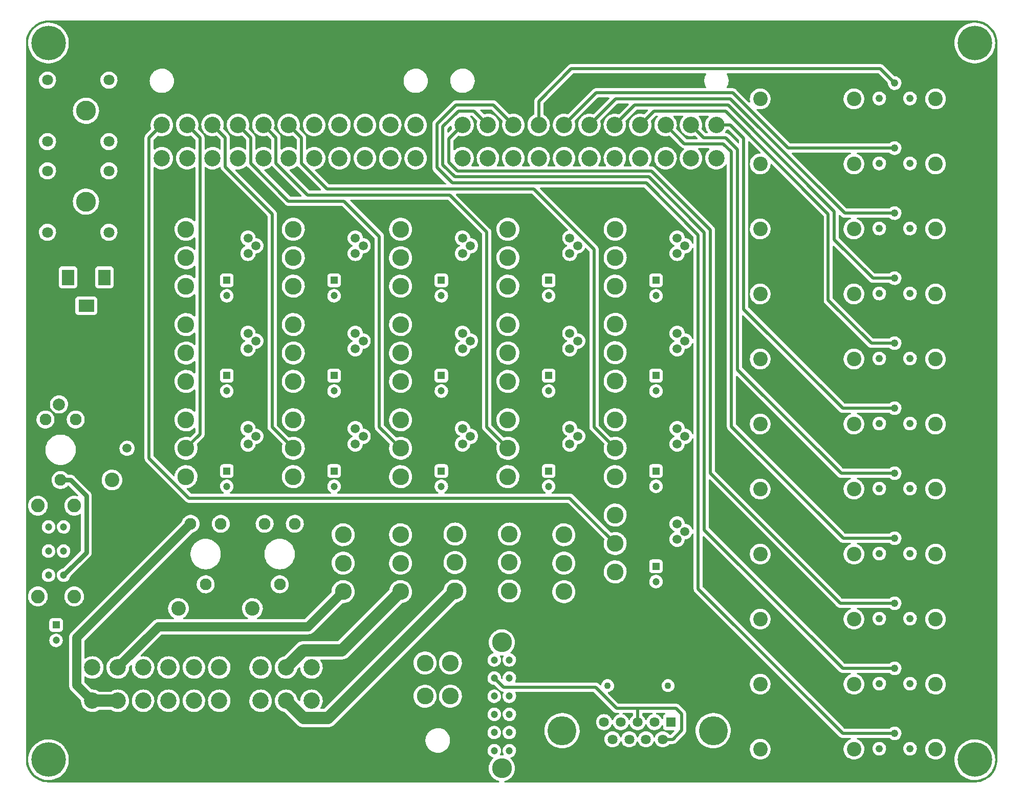
<source format=gbr>
%TF.GenerationSoftware,KiCad,Pcbnew,(6.0.1)*%
%TF.CreationDate,2024-03-16T16:01:56+01:00*%
%TF.ProjectId,mock_up_pcb,6d6f636b-5f75-4705-9f70-63622e6b6963,rev?*%
%TF.SameCoordinates,Original*%
%TF.FileFunction,Copper,L3,Inr*%
%TF.FilePolarity,Positive*%
%FSLAX46Y46*%
G04 Gerber Fmt 4.6, Leading zero omitted, Abs format (unit mm)*
G04 Created by KiCad (PCBNEW (6.0.1)) date 2024-03-16 16:01:56*
%MOMM*%
%LPD*%
G01*
G04 APERTURE LIST*
%TA.AperFunction,ComponentPad*%
%ADD10C,1.500000*%
%TD*%
%TA.AperFunction,ComponentPad*%
%ADD11C,1.240000*%
%TD*%
%TA.AperFunction,ComponentPad*%
%ADD12R,1.200000X1.200000*%
%TD*%
%TA.AperFunction,ComponentPad*%
%ADD13C,1.200000*%
%TD*%
%TA.AperFunction,ComponentPad*%
%ADD14C,2.400000*%
%TD*%
%TA.AperFunction,ComponentPad*%
%ADD15C,5.700000*%
%TD*%
%TA.AperFunction,ComponentPad*%
%ADD16C,1.800000*%
%TD*%
%TA.AperFunction,ComponentPad*%
%ADD17C,3.300000*%
%TD*%
%TA.AperFunction,ComponentPad*%
%ADD18C,2.700000*%
%TD*%
%TA.AperFunction,ComponentPad*%
%ADD19C,2.775000*%
%TD*%
%TA.AperFunction,ComponentPad*%
%ADD20C,1.950000*%
%TD*%
%TA.AperFunction,ComponentPad*%
%ADD21R,1.635000X1.635000*%
%TD*%
%TA.AperFunction,ComponentPad*%
%ADD22C,1.635000*%
%TD*%
%TA.AperFunction,ComponentPad*%
%ADD23C,4.800000*%
%TD*%
%TA.AperFunction,ComponentPad*%
%ADD24C,3.290000*%
%TD*%
%TA.AperFunction,ComponentPad*%
%ADD25C,2.250000*%
%TD*%
%TA.AperFunction,ComponentPad*%
%ADD26C,1.100000*%
%TD*%
%TA.AperFunction,ComponentPad*%
%ADD27R,2.000000X2.600000*%
%TD*%
%TA.AperFunction,ComponentPad*%
%ADD28R,2.600000X2.000000*%
%TD*%
%TA.AperFunction,ViaPad*%
%ADD29C,1.500000*%
%TD*%
%TA.AperFunction,ViaPad*%
%ADD30C,2.000000*%
%TD*%
%TA.AperFunction,Conductor*%
%ADD31C,1.500000*%
%TD*%
%TA.AperFunction,Conductor*%
%ADD32C,2.000000*%
%TD*%
%TA.AperFunction,Conductor*%
%ADD33C,0.500000*%
%TD*%
%TA.AperFunction,Conductor*%
%ADD34C,0.750000*%
%TD*%
G04 APERTURE END LIST*
D10*
%TO.N,Net-(LED14-Pad1)*%
%TO.C,Q13*%
X212250000Y-78750000D03*
%TO.N,Net-(Q13-Pad2)*%
X213550000Y-80020000D03*
%TO.N,GND*%
X212250000Y-81290000D03*
%TD*%
%TO.N,Net-(LED15-Pad1)*%
%TO.C,Q14*%
X265500000Y-94500000D03*
%TO.N,Net-(Q14-Pad2)*%
X266800000Y-95770000D03*
%TO.N,GND*%
X265500000Y-97040000D03*
%TD*%
%TO.N,Net-(LED8-Pad1)*%
%TO.C,Q7*%
X194500000Y-110250000D03*
%TO.N,Net-(Q7-Pad2)*%
X195800000Y-111520000D03*
%TO.N,GND*%
X194500000Y-112790000D03*
%TD*%
%TO.N,Net-(LED7-Pad1)*%
%TO.C,Q6*%
X230000000Y-94500000D03*
%TO.N,Net-(Q6-Pad2)*%
X231300000Y-95770000D03*
%TO.N,GND*%
X230000000Y-97040000D03*
%TD*%
%TO.N,Net-(LED17-Pad1)*%
%TO.C,Q16*%
X247750000Y-94500000D03*
%TO.N,Net-(Q16-Pad2)*%
X249050000Y-95770000D03*
%TO.N,GND*%
X247750000Y-97040000D03*
%TD*%
%TO.N,Net-(LED2-Pad1)*%
%TO.C,Q1*%
X230000000Y-78750000D03*
%TO.N,Net-(Q1-Pad2)*%
X231300000Y-80020000D03*
%TO.N,GND*%
X230000000Y-81290000D03*
%TD*%
%TO.N,Net-(LED16-Pad1)*%
%TO.C,Q15*%
X194500000Y-78750000D03*
%TO.N,Net-(Q15-Pad2)*%
X195800000Y-80020000D03*
%TO.N,GND*%
X194500000Y-81290000D03*
%TD*%
%TO.N,Net-(LED10-Pad1)*%
%TO.C,Q9*%
X230000000Y-110250000D03*
%TO.N,Net-(Q9-Pad2)*%
X231300000Y-111520000D03*
%TO.N,GND*%
X230000000Y-112790000D03*
%TD*%
%TO.N,Net-(LED5-Pad1)*%
%TO.C,Q4*%
X194500000Y-94500000D03*
%TO.N,Net-(Q4-Pad2)*%
X195800000Y-95770000D03*
%TO.N,GND*%
X194500000Y-97040000D03*
%TD*%
%TO.N,Net-(LED9-Pad1)*%
%TO.C,Q8*%
X212250000Y-110250000D03*
%TO.N,Net-(Q8-Pad2)*%
X213550000Y-111520000D03*
%TO.N,GND*%
X212250000Y-112790000D03*
%TD*%
%TO.N,Net-(LED13-Pad1)*%
%TO.C,Q12*%
X265500000Y-126000000D03*
%TO.N,Net-(Q12-Pad2)*%
X266800000Y-127270000D03*
%TO.N,GND*%
X265500000Y-128540000D03*
%TD*%
%TO.N,Net-(LED3-Pad1)*%
%TO.C,Q2*%
X247750000Y-78750000D03*
%TO.N,Net-(Q2-Pad2)*%
X249050000Y-80020000D03*
%TO.N,GND*%
X247750000Y-81290000D03*
%TD*%
%TO.N,Net-(LED6-Pad1)*%
%TO.C,Q5*%
X212250000Y-94500000D03*
%TO.N,Net-(Q5-Pad2)*%
X213550000Y-95770000D03*
%TO.N,GND*%
X212250000Y-97040000D03*
%TD*%
%TO.N,Net-(LED11-Pad1)*%
%TO.C,Q10*%
X247750000Y-110250000D03*
%TO.N,Net-(Q10-Pad2)*%
X249050000Y-111520000D03*
%TO.N,GND*%
X247750000Y-112790000D03*
%TD*%
%TO.N,Net-(LED4-Pad1)*%
%TO.C,Q3*%
X265500000Y-78750000D03*
%TO.N,Net-(Q3-Pad2)*%
X266800000Y-80020000D03*
%TO.N,GND*%
X265500000Y-81290000D03*
%TD*%
%TO.N,Net-(LED12-Pad1)*%
%TO.C,Q11*%
X265500000Y-110250000D03*
%TO.N,Net-(Q11-Pad2)*%
X266800000Y-111520000D03*
%TO.N,GND*%
X265500000Y-112790000D03*
%TD*%
D11*
%TO.N,Net-(TP19-Pad1)*%
%TO.C,VR19*%
X298945000Y-87925000D03*
%TO.N,T-AUX-GND-8*%
X301485000Y-85385000D03*
%TO.N,unconnected-(VR19-Pad3)*%
X304025000Y-87925000D03*
%TD*%
%TO.N,Net-(TP21-Pad1)*%
%TO.C,VR21*%
X298945000Y-66425000D03*
%TO.N,T-AUX-GND-10*%
X301485000Y-63885000D03*
%TO.N,unconnected-(VR21-Pad3)*%
X304025000Y-66425000D03*
%TD*%
%TO.N,Net-(TP15-Pad1)*%
%TO.C,VR15*%
X298945000Y-130925000D03*
%TO.N,T-AUX-GND-4*%
X301485000Y-128385000D03*
%TO.N,unconnected-(VR15-Pad3)*%
X304025000Y-130925000D03*
%TD*%
%TO.N,Net-(TP14-Pad1)*%
%TO.C,VR14*%
X298945000Y-141675000D03*
%TO.N,T-AUX-GND-3*%
X301485000Y-139135000D03*
%TO.N,unconnected-(VR14-Pad3)*%
X304025000Y-141675000D03*
%TD*%
%TO.N,Net-(TP17-Pad1)*%
%TO.C,VR17*%
X298945000Y-109425000D03*
%TO.N,T-AUX-GND-6*%
X301485000Y-106885000D03*
%TO.N,unconnected-(VR17-Pad3)*%
X304025000Y-109425000D03*
%TD*%
%TO.N,Net-(TP16-Pad1)*%
%TO.C,VR16*%
X298945000Y-120175000D03*
%TO.N,T-AUX-GND-5*%
X301485000Y-117635000D03*
%TO.N,unconnected-(VR16-Pad3)*%
X304025000Y-120175000D03*
%TD*%
%TO.N,Net-(TP20-Pad1)*%
%TO.C,VR20*%
X298945000Y-77175000D03*
%TO.N,T-AUX-GND-9*%
X301485000Y-74635000D03*
%TO.N,unconnected-(VR20-Pad3)*%
X304025000Y-77175000D03*
%TD*%
%TO.N,Net-(TP13-Pad1)*%
%TO.C,VR13*%
X298945000Y-152425000D03*
%TO.N,T-AUX-GND-2*%
X301485000Y-149885000D03*
%TO.N,unconnected-(VR13-Pad3)*%
X304025000Y-152425000D03*
%TD*%
%TO.N,Net-(TP22-Pad1)*%
%TO.C,VR22*%
X298945000Y-55675000D03*
%TO.N,T-AUX-GND-11*%
X301485000Y-53135000D03*
%TO.N,unconnected-(VR22-Pad3)*%
X304025000Y-55675000D03*
%TD*%
%TO.N,Net-(TP12-Pad1)*%
%TO.C,VR12*%
X298945000Y-163175000D03*
%TO.N,T-AUX-GND-1*%
X301485000Y-160635000D03*
%TO.N,unconnected-(VR12-Pad3)*%
X304025000Y-163175000D03*
%TD*%
%TO.N,Net-(TP18-Pad1)*%
%TO.C,VR18*%
X298945000Y-98675000D03*
%TO.N,T-AUX-GND-7*%
X301485000Y-96135000D03*
%TO.N,unconnected-(VR18-Pad3)*%
X304025000Y-98675000D03*
%TD*%
D12*
%TO.N,Net-(LED13-Pad1)*%
%TO.C,LED13*%
X262000000Y-133000000D03*
D13*
%TO.N,Net-(LED13-Pad2)*%
X262000000Y-135540000D03*
%TD*%
D14*
%TO.N,Net-(Hall_low1-PadS1)*%
%TO.C,TP35*%
X195250000Y-140000000D03*
%TD*%
%TO.N,T-AUX-1*%
%TO.C,TP1*%
X279250000Y-163250000D03*
%TD*%
D15*
%TO.N,N/C*%
%TO.C,REF\u002A\u002A*%
X161500000Y-46500000D03*
%TD*%
D16*
%TO.N,unconnected-(J8-Pad1)*%
%TO.C,J8*%
X161340000Y-67646000D03*
%TO.N,unconnected-(J8-Pad2)*%
X171500000Y-67646000D03*
%TO.N,unconnected-(J8-Pad3)*%
X161340000Y-77806000D03*
%TO.N,unconnected-(J8-Pad4)*%
X171500000Y-77806000D03*
D17*
%TO.N,GND*%
X167700000Y-72726000D03*
%TD*%
D18*
%TO.N,T-AUX-GND-3*%
%TO.C,J6*%
X230000000Y-60050000D03*
%TO.N,T-AUX-GND-2*%
X234200000Y-60050000D03*
%TO.N,T-AUX-GND-1*%
X238400000Y-60050000D03*
%TO.N,T-AUX-GND-11*%
X242600000Y-60050000D03*
%TO.N,T-AUX-GND-10*%
X246800000Y-60050000D03*
%TO.N,T-AUX-GND-9*%
X251000000Y-60050000D03*
%TO.N,T-AUX-GND-8*%
X255200000Y-60050000D03*
%TO.N,T-AUX-GND-7*%
X259400000Y-60050000D03*
%TO.N,T-AUX-GND-4*%
X263600000Y-60050000D03*
%TO.N,T-AUX-GND-5*%
X267800000Y-60050000D03*
%TO.N,T-AUX-GND-6*%
X272000000Y-60050000D03*
%TO.N,T-AUX-1*%
X230000000Y-65550000D03*
%TO.N,T-AUX-2*%
X234200000Y-65550000D03*
%TO.N,T-AUX-3*%
X238400000Y-65550000D03*
%TO.N,T-AUX-4*%
X242600000Y-65550000D03*
%TO.N,T-AUX-5*%
X246800000Y-65550000D03*
%TO.N,T-AUX-6*%
X251000000Y-65550000D03*
%TO.N,T-AUX-7*%
X255200000Y-65550000D03*
%TO.N,T-AUX-8*%
X259400000Y-65550000D03*
%TO.N,T-AUX-11*%
X263600000Y-65550000D03*
%TO.N,T-AUX-10*%
X267800000Y-65550000D03*
%TO.N,T-AUX-9*%
X272000000Y-65550000D03*
%TD*%
D19*
%TO.N,GND*%
%TO.C,S14*%
X255250000Y-133950000D03*
%TO.N,GPIO16*%
X255250000Y-129250000D03*
%TO.N,unconnected-(S14-Pad3)*%
X255250000Y-124550000D03*
%TD*%
D14*
%TO.N,T-AUX-3*%
%TO.C,TP3*%
X279250000Y-141750000D03*
%TD*%
D12*
%TO.N,Net-(LED7-Pad1)*%
%TO.C,LED7*%
X226500000Y-101500000D03*
D13*
%TO.N,Net-(LED7-Pad2)*%
X226500000Y-104040000D03*
%TD*%
D19*
%TO.N,GND*%
%TO.C,S6*%
X184250000Y-102450000D03*
%TO.N,GPIO6*%
X184250000Y-97750000D03*
%TO.N,unconnected-(S6-Pad3)*%
X184250000Y-93050000D03*
%TD*%
D12*
%TO.N,Net-(LED2-Pad1)*%
%TO.C,LED2*%
X226500000Y-85750000D03*
D13*
%TO.N,Net-(LED2-Pad2)*%
X226500000Y-88290000D03*
%TD*%
D14*
%TO.N,T-AUX-GND-4*%
%TO.C,TP26*%
X308250000Y-131000000D03*
%TD*%
%TO.N,T-AUX-GND-8*%
%TO.C,TP30*%
X308250000Y-88000000D03*
%TD*%
D19*
%TO.N,GND*%
%TO.C,S3*%
X219750000Y-86700000D03*
%TO.N,GPIO3*%
X219750000Y-82000000D03*
%TO.N,unconnected-(S3-Pad3)*%
X219750000Y-77300000D03*
%TD*%
D12*
%TO.N,Net-(LED11-Pad1)*%
%TO.C,LED11*%
X244250000Y-117250000D03*
D13*
%TO.N,Net-(LED11-Pad2)*%
X244250000Y-119790000D03*
%TD*%
D15*
%TO.N,N/C*%
%TO.C,REF\u002A\u002A*%
X314750000Y-165000000D03*
%TD*%
D14*
%TO.N,T-AUX-GND-5*%
%TO.C,TP27*%
X308250000Y-120250000D03*
%TD*%
D19*
%TO.N,Net-(J4-Pad11)*%
%TO.C,S23*%
X210250000Y-137200000D03*
%TO.N,5V*%
X210250000Y-132500000D03*
%TO.N,unconnected-(S23-Pad3)*%
X210250000Y-127800000D03*
%TD*%
%TO.N,HV+ Load*%
%TO.C,S21*%
X237750000Y-137100000D03*
%TO.N,Net-(J1-Pad3)*%
X237750000Y-132400000D03*
%TO.N,unconnected-(S21-Pad3)*%
X237750000Y-127700000D03*
%TD*%
%TO.N,GND*%
%TO.C,S7*%
X202000000Y-102450000D03*
%TO.N,GPIO7*%
X202000000Y-97750000D03*
%TO.N,unconnected-(S7-Pad3)*%
X202000000Y-93050000D03*
%TD*%
D14*
%TO.N,T-AUX-GND-10*%
%TO.C,TP32*%
X308250000Y-66500000D03*
%TD*%
D19*
%TO.N,GND*%
%TO.C,S11*%
X219750000Y-118200000D03*
%TO.N,GPIO13*%
X219750000Y-113500000D03*
%TO.N,unconnected-(S11-Pad3)*%
X219750000Y-108800000D03*
%TD*%
D14*
%TO.N,T-AUX-GND-11*%
%TO.C,TP33*%
X308250000Y-55750000D03*
%TD*%
D18*
%TO.N,GPIO16*%
%TO.C,J5*%
X180250000Y-60050000D03*
%TO.N,GPIO11*%
X184450000Y-60050000D03*
%TO.N,GPIO12*%
X188650000Y-60050000D03*
%TO.N,GPIO13*%
X192850000Y-60050000D03*
%TO.N,GPIO14*%
X197050000Y-60050000D03*
%TO.N,GPIO15*%
X201250000Y-60050000D03*
%TO.N,GPIO9*%
X205450000Y-60050000D03*
%TO.N,GPIO10*%
X209650000Y-60050000D03*
%TO.N,iCAN HI*%
X213850000Y-60050000D03*
%TO.N,sCAN LO*%
X218050000Y-60050000D03*
%TO.N,iCAN LO*%
X222250000Y-60050000D03*
%TO.N,GPIO1*%
X180250000Y-65550000D03*
%TO.N,GPIO2*%
X184450000Y-65550000D03*
%TO.N,GPIO3*%
X188650000Y-65550000D03*
%TO.N,GPIO4*%
X192850000Y-65550000D03*
%TO.N,GPIO5*%
X197050000Y-65550000D03*
%TO.N,GPIO6*%
X201250000Y-65550000D03*
%TO.N,GPIO7*%
X205450000Y-65550000D03*
%TO.N,GPIO8*%
X209650000Y-65550000D03*
%TO.N,unconnected-(J5-Pad20)*%
X213850000Y-65550000D03*
%TO.N,iCAN GND*%
X218050000Y-65550000D03*
%TO.N,sCAN HI*%
X222250000Y-65550000D03*
%TD*%
D14*
%TO.N,Net-(TP18-Pad1)*%
%TO.C,TP18*%
X294750000Y-98750000D03*
%TD*%
D19*
%TO.N,GND*%
%TO.C,S13*%
X255250000Y-118200000D03*
%TO.N,GPIO15*%
X255250000Y-113500000D03*
%TO.N,unconnected-(S13-Pad3)*%
X255250000Y-108800000D03*
%TD*%
D14*
%TO.N,T-AUX-10*%
%TO.C,TP10*%
X279250000Y-66500000D03*
%TD*%
%TO.N,T-AUX-GND-1*%
%TO.C,TP23*%
X308250000Y-163250000D03*
%TD*%
D19*
%TO.N,GND*%
%TO.C,S4*%
X237500000Y-86700000D03*
%TO.N,GPIO4*%
X237500000Y-82000000D03*
%TO.N,unconnected-(S4-Pad3)*%
X237500000Y-77300000D03*
%TD*%
D14*
%TO.N,T-AUX-GND-2*%
%TO.C,TP24*%
X308250000Y-152500000D03*
%TD*%
%TO.N,Net-(TP21-Pad1)*%
%TO.C,TP21*%
X294750000Y-66500000D03*
%TD*%
%TO.N,T-AUX-GND-9*%
%TO.C,TP31*%
X308250000Y-77250000D03*
%TD*%
%TO.N,T-AUX-9*%
%TO.C,TP9*%
X279250000Y-77250000D03*
%TD*%
D12*
%TO.N,Net-(LED6-Pad1)*%
%TO.C,LED6*%
X208750000Y-101500000D03*
D13*
%TO.N,Net-(LED6-Pad2)*%
X208750000Y-104040000D03*
%TD*%
D14*
%TO.N,Net-(TP20-Pad1)*%
%TO.C,TP20*%
X294750000Y-77250000D03*
%TD*%
%TO.N,T-AUX-GND-6*%
%TO.C,TP28*%
X308250000Y-109500000D03*
%TD*%
%TO.N,Net-(TP15-Pad1)*%
%TO.C,TP15*%
X294750000Y-131000000D03*
%TD*%
D19*
%TO.N,GND*%
%TO.C,S8*%
X219750000Y-102450000D03*
%TO.N,GPIO8*%
X219750000Y-97750000D03*
%TO.N,unconnected-(S8-Pad3)*%
X219750000Y-93050000D03*
%TD*%
D12*
%TO.N,Net-(LED3-Pad1)*%
%TO.C,LED3*%
X244250000Y-85750000D03*
D13*
%TO.N,Net-(LED3-Pad2)*%
X244250000Y-88290000D03*
%TD*%
D14*
%TO.N,T-AUX-11*%
%TO.C,TP11*%
X279250000Y-55750000D03*
%TD*%
D20*
%TO.N,Net-(R2-Pad2)*%
%TO.C,Shunt_Ctrl1*%
X166000000Y-108750000D03*
%TO.N,GND*%
X161000000Y-108750000D03*
%TO.N,Net-(S2-Pad3)*%
X163500000Y-118750000D03*
%TD*%
D12*
%TO.N,Net-(LED14-Pad1)*%
%TO.C,LED14*%
X208750000Y-85750000D03*
D13*
%TO.N,Net-(LED14-Pad2)*%
X208750000Y-88290000D03*
%TD*%
D19*
%TO.N,GND*%
%TO.C,S12*%
X237500000Y-118200000D03*
%TO.N,GPIO14*%
X237500000Y-113500000D03*
%TO.N,unconnected-(S12-Pad3)*%
X237500000Y-108800000D03*
%TD*%
%TO.N,GND*%
%TO.C,S5*%
X255250000Y-86700000D03*
%TO.N,GPIO5*%
X255250000Y-82000000D03*
%TO.N,unconnected-(S5-Pad3)*%
X255250000Y-77300000D03*
%TD*%
D14*
%TO.N,T-AUX-GND-7*%
%TO.C,TP29*%
X308250000Y-98750000D03*
%TD*%
%TO.N,T-AUX-8*%
%TO.C,TP8*%
X279250000Y-88000000D03*
%TD*%
D15*
%TO.N,N/C*%
%TO.C,REF\u002A\u002A*%
X161500000Y-165000000D03*
%TD*%
D12*
%TO.N,Net-(LED4-Pad1)*%
%TO.C,LED4*%
X262000000Y-85750000D03*
D13*
%TO.N,Net-(LED4-Pad2)*%
X262000000Y-88290000D03*
%TD*%
D14*
%TO.N,Net-(TP22-Pad1)*%
%TO.C,TP22*%
X294750000Y-55750000D03*
%TD*%
D19*
%TO.N,GND*%
%TO.C,S18*%
X237500000Y-102450000D03*
%TO.N,GPIO9*%
X237500000Y-97750000D03*
%TO.N,unconnected-(S18-Pad3)*%
X237500000Y-93050000D03*
%TD*%
D12*
%TO.N,Net-(LED5-Pad1)*%
%TO.C,LED5*%
X191000000Y-101500000D03*
D13*
%TO.N,Net-(LED5-Pad2)*%
X191000000Y-104040000D03*
%TD*%
D19*
%TO.N,GND*%
%TO.C,S17*%
X184250000Y-86700000D03*
%TO.N,GPIO1*%
X184250000Y-82000000D03*
%TO.N,unconnected-(S17-Pad3)*%
X184250000Y-77300000D03*
%TD*%
D18*
%TO.N,HV+ Charger*%
%TO.C,J3*%
X205000000Y-155250000D03*
%TO.N,HV-*%
X200800000Y-155250000D03*
%TO.N,SH-*%
X196600000Y-155250000D03*
%TO.N,HV+ Load*%
X205000000Y-149750000D03*
%TO.N,HV+*%
X200800000Y-149750000D03*
%TO.N,SH+*%
X196600000Y-149750000D03*
%TD*%
D15*
%TO.N,N/C*%
%TO.C,REF\u002A\u002A*%
X314750000Y-46500000D03*
%TD*%
D14*
%TO.N,T-AUX-5*%
%TO.C,TP5*%
X279250000Y-120250000D03*
%TD*%
%TO.N,T-AUX-7*%
%TO.C,TP7*%
X279250000Y-98750000D03*
%TD*%
%TO.N,Net-(S2-Pad3)*%
%TO.C,TP34*%
X172000000Y-118750000D03*
%TD*%
D21*
%TO.N,unconnected-(J2-Pad1)*%
%TO.C,J2*%
X264500000Y-158780000D03*
D22*
%TO.N,Net-(J2-Pad2)*%
X261730000Y-158780000D03*
%TO.N,Net-(J2-Pad3)*%
X258960000Y-158780000D03*
%TO.N,unconnected-(J2-Pad4)*%
X256190000Y-158780000D03*
%TO.N,unconnected-(J2-Pad5)*%
X253420000Y-158780000D03*
%TO.N,Net-(J2-Pad3)*%
X263115000Y-161620000D03*
%TO.N,Net-(J2-Pad7)*%
X260345000Y-161620000D03*
%TO.N,unconnected-(J2-Pad8)*%
X257575000Y-161620000D03*
%TO.N,unconnected-(J2-Pad9)*%
X254805000Y-161620000D03*
D23*
%TO.N,unconnected-(J2-PadMH1)*%
X271460000Y-160200000D03*
%TO.N,unconnected-(J2-PadMH2)*%
X246460000Y-160200000D03*
%TD*%
D12*
%TO.N,GND*%
%TO.C,LED1*%
X162750000Y-142730000D03*
D13*
%TO.N,/HVIL OUT*%
X162750000Y-145270000D03*
%TD*%
D19*
%TO.N,HV+*%
%TO.C,S19*%
X219750000Y-137200000D03*
%TO.N,Net-(J1-Pad2)*%
X219750000Y-132500000D03*
%TO.N,unconnected-(S19-Pad3)*%
X219750000Y-127800000D03*
%TD*%
%TO.N,Net-(J1-Pad1)*%
%TO.C,J1*%
X228000000Y-154500000D03*
%TO.N,Net-(J1-Pad2)*%
X223800000Y-154500000D03*
%TO.N,Net-(J1-Pad3)*%
X228000000Y-149000000D03*
%TO.N,Net-(J1-Pad4)*%
X223800000Y-149000000D03*
%TD*%
%TO.N,GND*%
%TO.C,S15*%
X202000000Y-86700000D03*
%TO.N,GPIO2*%
X202000000Y-82000000D03*
%TO.N,unconnected-(S15-Pad3)*%
X202000000Y-77300000D03*
%TD*%
D12*
%TO.N,Net-(LED12-Pad1)*%
%TO.C,LED12*%
X262000000Y-117250000D03*
D13*
%TO.N,Net-(LED12-Pad2)*%
X262000000Y-119790000D03*
%TD*%
D16*
%TO.N,unconnected-(J7-Pad1)*%
%TO.C,J7*%
X161340000Y-52646000D03*
%TO.N,unconnected-(J7-Pad2)*%
X171500000Y-52646000D03*
%TO.N,unconnected-(J7-Pad3)*%
X161340000Y-62806000D03*
%TO.N,unconnected-(J7-Pad4)*%
X171500000Y-62806000D03*
D17*
%TO.N,Net-(F1-Pad1)*%
X167700000Y-57726000D03*
%TD*%
D13*
%TO.N,sCAN HI*%
%TO.C,S1*%
X237750000Y-148500000D03*
%TO.N,Net-(J2-Pad7)*%
X237750000Y-151500000D03*
%TO.N,iCAN HI*%
X237750000Y-154500000D03*
%TO.N,sCAN LO*%
X237750000Y-157500000D03*
%TO.N,Net-(J2-Pad2)*%
X237750000Y-160500000D03*
%TO.N,iCAN LO*%
X237750000Y-163500000D03*
%TO.N,GND*%
X235250000Y-148500000D03*
%TO.N,Net-(J2-Pad3)*%
X235250000Y-151500000D03*
%TO.N,iCAN GND*%
X235250000Y-154500000D03*
%TO.N,unconnected-(S1-Pad10)*%
X235250000Y-157500000D03*
%TO.N,unconnected-(S1-Pad11)*%
X235250000Y-160500000D03*
%TO.N,unconnected-(S1-Pad12)*%
X235250000Y-163500000D03*
D24*
%TO.N,unconnected-(S1-PadMH1)*%
X236500000Y-145600000D03*
%TO.N,unconnected-(S1-PadMH2)*%
X236500000Y-166400000D03*
%TD*%
D14*
%TO.N,Net-(TP12-Pad1)*%
%TO.C,TP12*%
X294750000Y-163250000D03*
%TD*%
D18*
%TO.N,GND*%
%TO.C,J4*%
X189750000Y-155250000D03*
X185550000Y-155250000D03*
%TO.N,Net-(Hall_low1-PadS1)*%
X181350000Y-155250000D03*
%TO.N,Net-(Hall_high1-PadS1)*%
X177150000Y-155250000D03*
%TO.N,5V*%
X172950000Y-155250000D03*
X168750000Y-155250000D03*
%TO.N,GND*%
X189750000Y-149750000D03*
X185550000Y-149750000D03*
%TO.N,6V-35V Power*%
X181350000Y-149750000D03*
X177150000Y-149750000D03*
%TO.N,Net-(J4-Pad11)*%
X172950000Y-149750000D03*
%TO.N,/HVIL OUT*%
X168750000Y-149750000D03*
%TD*%
D19*
%TO.N,GND*%
%TO.C,S9*%
X184250000Y-118200000D03*
%TO.N,GPIO11*%
X184250000Y-113500000D03*
%TO.N,unconnected-(S9-Pad3)*%
X184250000Y-108800000D03*
%TD*%
D14*
%TO.N,T-AUX-2*%
%TO.C,TP2*%
X279250000Y-152500000D03*
%TD*%
D12*
%TO.N,Net-(LED9-Pad1)*%
%TO.C,LED9*%
X208750000Y-117250000D03*
D13*
%TO.N,Net-(LED9-Pad2)*%
X208750000Y-119790000D03*
%TD*%
D12*
%TO.N,Net-(LED16-Pad1)*%
%TO.C,LED16*%
X191000000Y-85750000D03*
D13*
%TO.N,Net-(LED16-Pad2)*%
X191000000Y-88290000D03*
%TD*%
%TO.N,GND*%
%TO.C,S2*%
X161500000Y-134500000D03*
%TO.N,SH-*%
X161500000Y-130500000D03*
%TO.N,Net-(S2-Pad3)*%
X161500000Y-126500000D03*
X164000000Y-134500000D03*
%TO.N,SH+*%
X164000000Y-130500000D03*
%TO.N,GND*%
X164000000Y-126500000D03*
D25*
%TO.N,unconnected-(S2-PadMH1)*%
X159750000Y-138000000D03*
%TO.N,unconnected-(S2-PadMH2)*%
X159750000Y-123000000D03*
%TO.N,unconnected-(S2-PadMH3)*%
X165750000Y-138000000D03*
%TO.N,unconnected-(S2-PadMH4)*%
X165750000Y-123000000D03*
%TD*%
D26*
%TO.N,Net-(J2-Pad7)*%
%TO.C,R6*%
X264000000Y-152750000D03*
%TO.N,Net-(J2-Pad2)*%
X254000000Y-152750000D03*
%TD*%
D19*
%TO.N,GND*%
%TO.C,S16*%
X255250000Y-102410000D03*
%TO.N,GPIO10*%
X255250000Y-97710000D03*
%TO.N,unconnected-(S16-Pad3)*%
X255250000Y-93010000D03*
%TD*%
D20*
%TO.N,GND*%
%TO.C,Hall_high1*%
X190000000Y-126000000D03*
%TO.N,5V*%
X185000000Y-126000000D03*
%TO.N,Net-(Hall_high1-PadS1)*%
X187500000Y-136000000D03*
%TD*%
D12*
%TO.N,Net-(LED15-Pad1)*%
%TO.C,LED15*%
X262000000Y-101500000D03*
D13*
%TO.N,Net-(LED15-Pad2)*%
X262000000Y-104040000D03*
%TD*%
D14*
%TO.N,T-AUX-GND-3*%
%TO.C,TP25*%
X308250000Y-141750000D03*
%TD*%
D19*
%TO.N,HV+ Charger*%
%TO.C,S22*%
X246760383Y-137201670D03*
%TO.N,Net-(J1-Pad1)*%
X246760383Y-132501670D03*
%TO.N,unconnected-(S22-Pad3)*%
X246760383Y-127801670D03*
%TD*%
D12*
%TO.N,Net-(LED10-Pad1)*%
%TO.C,LED10*%
X226500000Y-117250000D03*
D13*
%TO.N,Net-(LED10-Pad2)*%
X226500000Y-119790000D03*
%TD*%
D12*
%TO.N,Net-(LED8-Pad1)*%
%TO.C,LED8*%
X191000000Y-117250000D03*
D13*
%TO.N,Net-(LED8-Pad2)*%
X191000000Y-119790000D03*
%TD*%
D19*
%TO.N,GND*%
%TO.C,S10*%
X202000000Y-118200000D03*
%TO.N,GPIO12*%
X202000000Y-113500000D03*
%TO.N,unconnected-(S10-Pad3)*%
X202000000Y-108800000D03*
%TD*%
D14*
%TO.N,Net-(TP13-Pad1)*%
%TO.C,TP13*%
X294750000Y-152500000D03*
%TD*%
D20*
%TO.N,GND*%
%TO.C,Hall_low1*%
X202250000Y-126000000D03*
%TO.N,5V*%
X197250000Y-126000000D03*
%TO.N,Net-(Hall_low1-PadS1)*%
X199750000Y-136000000D03*
%TD*%
D14*
%TO.N,Net-(TP19-Pad1)*%
%TO.C,TP19*%
X294750000Y-88000000D03*
%TD*%
%TO.N,T-AUX-4*%
%TO.C,TP4*%
X279250000Y-131000000D03*
%TD*%
%TO.N,Net-(TP17-Pad1)*%
%TO.C,TP17*%
X294750000Y-109500000D03*
%TD*%
%TO.N,Net-(TP14-Pad1)*%
%TO.C,TP14*%
X294750000Y-141750000D03*
%TD*%
D19*
%TO.N,HV-*%
%TO.C,S20*%
X228750000Y-137100000D03*
%TO.N,Net-(J1-Pad4)*%
X228750000Y-132400000D03*
%TO.N,unconnected-(S20-Pad3)*%
X228750000Y-127700000D03*
%TD*%
D27*
%TO.N,Net-(F1-Pad1)*%
%TO.C,J10*%
X170750000Y-85250000D03*
%TO.N,GND*%
X164750000Y-85250000D03*
D28*
X167750000Y-89950000D03*
%TD*%
D14*
%TO.N,T-AUX-6*%
%TO.C,TP6*%
X279250000Y-109500000D03*
%TD*%
%TO.N,Net-(Hall_high1-PadS1)*%
%TO.C,TP36*%
X183000000Y-140000000D03*
%TD*%
%TO.N,Net-(TP16-Pad1)*%
%TO.C,TP16*%
X294750000Y-120250000D03*
%TD*%
D12*
%TO.N,Net-(LED17-Pad1)*%
%TO.C,LED17*%
X244250000Y-101500000D03*
D13*
%TO.N,Net-(LED17-Pad2)*%
X244250000Y-104040000D03*
%TD*%
D29*
%TO.N,GND*%
X174500000Y-113500000D03*
D30*
%TO.N,6V-35V Power*%
X163250000Y-106250000D03*
%TD*%
D31*
%TO.N,5V*%
X166150489Y-144849511D02*
X185000000Y-126000000D01*
X166150489Y-152650489D02*
X166150489Y-144849511D01*
D32*
X168750000Y-155250000D02*
X172950000Y-155250000D01*
D31*
X168750000Y-155250000D02*
X166150489Y-152650489D01*
D33*
%TO.N,GPIO11*%
X186549511Y-62149511D02*
X184450000Y-60050000D01*
X186549511Y-111200489D02*
X186549511Y-62149511D01*
X184250000Y-113500000D02*
X186549511Y-111200489D01*
%TO.N,GPIO12*%
X202000000Y-113500000D02*
X198500000Y-110000000D01*
X190750489Y-62150489D02*
X188650000Y-60050000D01*
X190750489Y-67000489D02*
X190750489Y-62150489D01*
X198500000Y-110000000D02*
X198500000Y-74750000D01*
X198500000Y-74750000D02*
X190750489Y-67000489D01*
%TO.N,GPIO13*%
X194949511Y-62149511D02*
X192850000Y-60050000D01*
X210397109Y-72647109D02*
X201177951Y-72647109D01*
X194949511Y-66418669D02*
X194949511Y-62149511D01*
X201177951Y-72647109D02*
X194949511Y-66418669D01*
X216250000Y-78500000D02*
X210397109Y-72647109D01*
X216250000Y-110000000D02*
X216250000Y-78500000D01*
X219750000Y-113500000D02*
X216250000Y-110000000D01*
%TO.N,GPIO14*%
X234000000Y-110000000D02*
X234000000Y-77750000D01*
X227897589Y-71647589D02*
X204378431Y-71647589D01*
X204378431Y-71647589D02*
X199150489Y-66419647D01*
X199150489Y-66419647D02*
X199150489Y-62150489D01*
X234000000Y-77750000D02*
X227897589Y-71647589D01*
X199150489Y-62150489D02*
X197050000Y-60050000D01*
X237500000Y-113500000D02*
X234000000Y-110000000D01*
%TO.N,GPIO15*%
X203349511Y-66418669D02*
X203349511Y-62149511D01*
X241798699Y-70648069D02*
X207578911Y-70648069D01*
X251750000Y-110000000D02*
X251750000Y-80599370D01*
X251750000Y-80599370D02*
X241798699Y-70648069D01*
X203349511Y-62149511D02*
X201250000Y-60050000D01*
X255250000Y-113500000D02*
X251750000Y-110000000D01*
X207578911Y-70648069D02*
X203349511Y-66418669D01*
%TO.N,GPIO16*%
X247750000Y-121750000D02*
X184750000Y-121750000D01*
X178150489Y-115150489D02*
X178150489Y-62149511D01*
X255250000Y-129250000D02*
X247750000Y-121750000D01*
X184750000Y-121750000D02*
X178150489Y-115150489D01*
X178150489Y-62149511D02*
X180250000Y-60050000D01*
D32*
%TO.N,HV+*%
X200800000Y-149750000D02*
X203649511Y-146900489D01*
X210049511Y-146900489D02*
X219750000Y-137200000D01*
X203649511Y-146900489D02*
X210049511Y-146900489D01*
%TO.N,HV-*%
X200800000Y-155250000D02*
X203649511Y-158099511D01*
X203649511Y-158099511D02*
X207750489Y-158099511D01*
X207750489Y-158099511D02*
X228750000Y-137100000D01*
D33*
%TO.N,T-AUX-GND-1*%
X269000000Y-78250000D02*
X260398549Y-69648549D01*
X225750480Y-59916828D02*
X228916827Y-56750481D01*
X228916827Y-56750481D02*
X235100481Y-56750481D01*
X235100481Y-56750481D02*
X238400000Y-60050000D01*
X292885000Y-160635000D02*
X269000000Y-136750000D01*
X269000000Y-136750000D02*
X269000000Y-78250000D01*
X225750480Y-67096706D02*
X225750480Y-59916828D01*
X260398549Y-69648549D02*
X228302323Y-69648549D01*
X228302323Y-69648549D02*
X225750480Y-67096706D01*
X301485000Y-160635000D02*
X292885000Y-160635000D01*
%TO.N,T-AUX-GND-2*%
X292885000Y-149885000D02*
X301485000Y-149885000D01*
X231900000Y-57750000D02*
X229330842Y-57750000D01*
X260812564Y-68649030D02*
X269999519Y-77835985D01*
X228716338Y-68649030D02*
X260812564Y-68649030D01*
X269999520Y-126999520D02*
X292885000Y-149885000D01*
X269999520Y-94335024D02*
X269999520Y-126999520D01*
X226750000Y-66682692D02*
X228716338Y-68649030D01*
X269999519Y-77835985D02*
X269999520Y-94335024D01*
X226750000Y-60330842D02*
X226750000Y-66682692D01*
X234200000Y-60050000D02*
X231900000Y-57750000D01*
X229330842Y-57750000D02*
X226750000Y-60330842D01*
%TO.N,T-AUX-GND-3*%
X229130353Y-67649511D02*
X261226579Y-67649511D01*
X292513513Y-139135000D02*
X301485000Y-139135000D01*
X270999040Y-117620527D02*
X292513513Y-139135000D01*
X261226579Y-67649511D02*
X270999038Y-77421970D01*
X230000000Y-60050000D02*
X227750000Y-62300000D01*
X227750000Y-66269158D02*
X229130353Y-67649511D01*
X227750000Y-62300000D02*
X227750000Y-66269158D01*
X270999040Y-94749038D02*
X270999040Y-117620527D01*
X270999038Y-77421970D02*
X270999040Y-94749038D01*
%TO.N,T-AUX-GND-4*%
X292985000Y-128385000D02*
X301485000Y-128385000D01*
X263600000Y-60050000D02*
X266699031Y-63149031D01*
X266699031Y-63149031D02*
X273149031Y-63149031D01*
X274500000Y-109900000D02*
X292985000Y-128385000D01*
X273149031Y-63149031D02*
X274500000Y-64500000D01*
X274500000Y-64500000D02*
X274500000Y-109900000D01*
%TO.N,T-AUX-GND-5*%
X273563046Y-62149512D02*
X275499519Y-64085985D01*
X275499519Y-64085985D02*
X275499520Y-69499520D01*
X292635000Y-117635000D02*
X301485000Y-117635000D01*
X275499520Y-100499520D02*
X292635000Y-117635000D01*
X269899511Y-62149511D02*
X273563046Y-62149512D01*
X267800000Y-60050000D02*
X269899511Y-62149511D01*
X275499520Y-69499520D02*
X275499520Y-100499520D01*
%TO.N,T-AUX-GND-6*%
X276499040Y-90499040D02*
X292885000Y-106885000D01*
X272000000Y-60050000D02*
X274300000Y-60050000D01*
X274300000Y-60050000D02*
X276499040Y-62249040D01*
X292885000Y-106885000D02*
X301485000Y-106885000D01*
X276499040Y-62249040D02*
X276499040Y-90499040D01*
%TO.N,T-AUX-GND-7*%
X261701919Y-57748081D02*
X273507479Y-57748081D01*
X290507506Y-89007506D02*
X297635000Y-96135000D01*
X273507479Y-57748081D02*
X290507506Y-74748108D01*
X259400000Y-60050000D02*
X261701919Y-57748081D01*
X290507506Y-74748108D02*
X290507506Y-89007506D01*
X297635000Y-96135000D02*
X301485000Y-96135000D01*
%TO.N,T-AUX-GND-8*%
X297885000Y-85385000D02*
X301485000Y-85385000D01*
X291507026Y-79007026D02*
X297885000Y-85385000D01*
X255200000Y-60050000D02*
X258501439Y-56748561D01*
X291507026Y-74334094D02*
X291507026Y-79007026D01*
X258501439Y-56748561D02*
X273921493Y-56748561D01*
X273921493Y-56748561D02*
X291507026Y-74334094D01*
%TO.N,T-AUX-GND-9*%
X274335507Y-55749041D02*
X293221466Y-74635000D01*
X255300959Y-55749041D02*
X251000000Y-60050000D01*
X293221466Y-74635000D02*
X301485000Y-74635000D01*
X255300959Y-55749041D02*
X274335507Y-55749041D01*
%TO.N,T-AUX-GND-10*%
X252100479Y-54749521D02*
X274749521Y-54749521D01*
X246800000Y-60050000D02*
X252100479Y-54749521D01*
X274749521Y-54749521D02*
X283885000Y-63885000D01*
X283885000Y-63885000D02*
X301485000Y-63885000D01*
%TO.N,T-AUX-GND-11*%
X299100479Y-50750479D02*
X301485000Y-53135000D01*
X242600000Y-56150000D02*
X247999521Y-50750479D01*
X247999521Y-50750479D02*
X299100479Y-50750479D01*
X242600000Y-60050000D02*
X242600000Y-56150000D01*
D34*
%TO.N,Net-(S2-Pad3)*%
X163500000Y-118750000D02*
X165128858Y-118750000D01*
X165128858Y-118750000D02*
X167750000Y-121371142D01*
X167750000Y-130750000D02*
X164000000Y-134500000D01*
X167750000Y-121371142D02*
X167750000Y-130750000D01*
D31*
%TO.N,Net-(J4-Pad11)*%
X172950000Y-149750000D02*
X179700000Y-143000000D01*
X204450000Y-143000000D02*
X210250000Y-137200000D01*
X179700000Y-143000000D02*
X204450000Y-143000000D01*
D33*
%TO.N,Net-(J2-Pad3)*%
X255500000Y-156500000D02*
X252000000Y-153000000D01*
X258960000Y-158780000D02*
X258960000Y-156540000D01*
X265354022Y-156500000D02*
X266250000Y-157395978D01*
X252000000Y-153000000D02*
X236750000Y-153000000D01*
X266250000Y-157395978D02*
X266250000Y-160164022D01*
X264794022Y-161620000D02*
X263115000Y-161620000D01*
X259000000Y-156500000D02*
X265354022Y-156500000D01*
X236750000Y-153000000D02*
X235250000Y-151500000D01*
X266250000Y-160164022D02*
X264794022Y-161620000D01*
X258960000Y-156540000D02*
X259000000Y-156500000D01*
X259000000Y-156500000D02*
X255500000Y-156500000D01*
%TD*%
%TA.AperFunction,NonConductor*%
G36*
X270678783Y-58526583D02*
G01*
X270725276Y-58580239D01*
X270735380Y-58650513D01*
X270705886Y-58715093D01*
X270697640Y-58723744D01*
X270621885Y-58796011D01*
X270458945Y-59002700D01*
X270430529Y-59051622D01*
X270328987Y-59226438D01*
X270328984Y-59226444D01*
X270326753Y-59230285D01*
X270325083Y-59234408D01*
X270252062Y-59414689D01*
X270227947Y-59474225D01*
X270226876Y-59478538D01*
X270226874Y-59478543D01*
X270189139Y-59630456D01*
X270164498Y-59729654D01*
X270137672Y-59991474D01*
X270148005Y-60254462D01*
X270195290Y-60513371D01*
X270278584Y-60763034D01*
X270282962Y-60771795D01*
X270357950Y-60921869D01*
X270396225Y-60998470D01*
X270398754Y-61002129D01*
X270398758Y-61002136D01*
X270530929Y-61193373D01*
X270553205Y-61260784D01*
X270535500Y-61329537D01*
X270483434Y-61377804D01*
X270427276Y-61391011D01*
X270265882Y-61391011D01*
X270197761Y-61371009D01*
X270176787Y-61354106D01*
X269594476Y-60771795D01*
X269560450Y-60709483D01*
X269562302Y-60648498D01*
X269563282Y-60645023D01*
X269624534Y-60427843D01*
X269644351Y-60280302D01*
X269659143Y-60170176D01*
X269659144Y-60170168D01*
X269659570Y-60166994D01*
X269663247Y-60050000D01*
X269644659Y-59787466D01*
X269642541Y-59777626D01*
X269590201Y-59534523D01*
X269589264Y-59530171D01*
X269584623Y-59517589D01*
X269499710Y-59287424D01*
X269498169Y-59283247D01*
X269373191Y-59051622D01*
X269216824Y-58839918D01*
X269099732Y-58720973D01*
X269066199Y-58658396D01*
X269071820Y-58587623D01*
X269114812Y-58531123D01*
X269181525Y-58506835D01*
X269189526Y-58506581D01*
X270610662Y-58506581D01*
X270678783Y-58526583D01*
G37*
%TD.AperFunction*%
%TA.AperFunction,NonConductor*%
G36*
X266478783Y-58526583D02*
G01*
X266525276Y-58580239D01*
X266535380Y-58650513D01*
X266505886Y-58715093D01*
X266497640Y-58723744D01*
X266421885Y-58796011D01*
X266258945Y-59002700D01*
X266230529Y-59051622D01*
X266128987Y-59226438D01*
X266128984Y-59226444D01*
X266126753Y-59230285D01*
X266125083Y-59234408D01*
X266052062Y-59414689D01*
X266027947Y-59474225D01*
X266026876Y-59478538D01*
X266026874Y-59478543D01*
X265989139Y-59630456D01*
X265964498Y-59729654D01*
X265937672Y-59991474D01*
X265948005Y-60254462D01*
X265995290Y-60513371D01*
X266078584Y-60763034D01*
X266082962Y-60771795D01*
X266157950Y-60921869D01*
X266196225Y-60998470D01*
X266198754Y-61002129D01*
X266317277Y-61173618D01*
X266345865Y-61214982D01*
X266489806Y-61370696D01*
X266513363Y-61396179D01*
X266524520Y-61408249D01*
X266728623Y-61574415D01*
X266732431Y-61576708D01*
X266732433Y-61576709D01*
X266950288Y-61707868D01*
X266950292Y-61707870D01*
X266954104Y-61710165D01*
X267090026Y-61767721D01*
X267192359Y-61811054D01*
X267192364Y-61811056D01*
X267196462Y-61812791D01*
X267200760Y-61813930D01*
X267200764Y-61813932D01*
X267297395Y-61839553D01*
X267450862Y-61880244D01*
X267712229Y-61911179D01*
X267975347Y-61904978D01*
X267980460Y-61904127D01*
X268230576Y-61862496D01*
X268230580Y-61862495D01*
X268234966Y-61861765D01*
X268239207Y-61860424D01*
X268239210Y-61860423D01*
X268393042Y-61811772D01*
X268464024Y-61810302D01*
X268520131Y-61842812D01*
X268852755Y-62175436D01*
X268886781Y-62237748D01*
X268881716Y-62308563D01*
X268839169Y-62365399D01*
X268772649Y-62390210D01*
X268763660Y-62390531D01*
X267065402Y-62390531D01*
X266997281Y-62370529D01*
X266976307Y-62353626D01*
X265394476Y-60771795D01*
X265360450Y-60709483D01*
X265362302Y-60648498D01*
X265363282Y-60645023D01*
X265424534Y-60427843D01*
X265444351Y-60280302D01*
X265459143Y-60170176D01*
X265459144Y-60170168D01*
X265459570Y-60166994D01*
X265463247Y-60050000D01*
X265444659Y-59787466D01*
X265442541Y-59777626D01*
X265390201Y-59534523D01*
X265389264Y-59530171D01*
X265384623Y-59517589D01*
X265299710Y-59287424D01*
X265298169Y-59283247D01*
X265173191Y-59051622D01*
X265016824Y-58839918D01*
X264899732Y-58720973D01*
X264866199Y-58658396D01*
X264871820Y-58587623D01*
X264914812Y-58531123D01*
X264981525Y-58506835D01*
X264989526Y-58506581D01*
X266410662Y-58506581D01*
X266478783Y-58526583D01*
G37*
%TD.AperFunction*%
%TA.AperFunction,NonConductor*%
G36*
X274001750Y-60828502D02*
G01*
X274022724Y-60845405D01*
X275703635Y-62526316D01*
X275737661Y-62588628D01*
X275740540Y-62615411D01*
X275740540Y-62950135D01*
X275720538Y-63018256D01*
X275666882Y-63064749D01*
X275596608Y-63074853D01*
X275532028Y-63045359D01*
X275525445Y-63039230D01*
X274146816Y-61660601D01*
X274134430Y-61646189D01*
X274125897Y-61634594D01*
X274125892Y-61634589D01*
X274121554Y-61628694D01*
X274115976Y-61623955D01*
X274115973Y-61623952D01*
X274081278Y-61594477D01*
X274073762Y-61587547D01*
X274068067Y-61581852D01*
X274058667Y-61574415D01*
X274045795Y-61564231D01*
X274042391Y-61561440D01*
X273992343Y-61518921D01*
X273992341Y-61518920D01*
X273986761Y-61514179D01*
X273980245Y-61510851D01*
X273975196Y-61507484D01*
X273970067Y-61504317D01*
X273964330Y-61499778D01*
X273898171Y-61468857D01*
X273894271Y-61466951D01*
X273829238Y-61433743D01*
X273822130Y-61432004D01*
X273816487Y-61429905D01*
X273810724Y-61427988D01*
X273804096Y-61424890D01*
X273732629Y-61410025D01*
X273728345Y-61409055D01*
X273725051Y-61408249D01*
X273657436Y-61391704D01*
X273651834Y-61391356D01*
X273651831Y-61391356D01*
X273646282Y-61391012D01*
X273646284Y-61390976D01*
X273642291Y-61390737D01*
X273638099Y-61390363D01*
X273630931Y-61388872D01*
X273615883Y-61389279D01*
X273575177Y-61390380D01*
X273506540Y-61372227D01*
X273458613Y-61319848D01*
X273446613Y-61249873D01*
X273475320Y-61183350D01*
X273504532Y-61148598D01*
X273504533Y-61148597D01*
X273507398Y-61145189D01*
X273646674Y-60921869D01*
X273663613Y-60883554D01*
X273709451Y-60829337D01*
X273778854Y-60808500D01*
X273933629Y-60808500D01*
X274001750Y-60828502D01*
G37*
%TD.AperFunction*%
%TA.AperFunction,NonConductor*%
G36*
X263484768Y-157278502D02*
G01*
X263531261Y-157332158D01*
X263541365Y-157402432D01*
X263511871Y-157467012D01*
X263460877Y-157502482D01*
X263450941Y-157506207D01*
X263435795Y-157511885D01*
X263319239Y-157599239D01*
X263231885Y-157715795D01*
X263180755Y-157852184D01*
X263174000Y-157914366D01*
X263174000Y-158170735D01*
X263153998Y-158238856D01*
X263100342Y-158285349D01*
X263030068Y-158295453D01*
X262965488Y-158265959D01*
X262933805Y-158223985D01*
X262885059Y-158119449D01*
X262885057Y-158119446D01*
X262882736Y-158114468D01*
X262749655Y-157924408D01*
X262585592Y-157760345D01*
X262581084Y-157757188D01*
X262581081Y-157757186D01*
X262488501Y-157692361D01*
X262395533Y-157627264D01*
X262390551Y-157624941D01*
X262390546Y-157624938D01*
X262190233Y-157531531D01*
X262190232Y-157531530D01*
X262185251Y-157529208D01*
X262179943Y-157527786D01*
X262179941Y-157527785D01*
X262099410Y-157506207D01*
X262038787Y-157469255D01*
X262007766Y-157405395D01*
X262016194Y-157334900D01*
X262061397Y-157280153D01*
X262132021Y-157258500D01*
X263416647Y-157258500D01*
X263484768Y-157278502D01*
G37*
%TD.AperFunction*%
%TA.AperFunction,NonConductor*%
G36*
X261396100Y-157278502D02*
G01*
X261442593Y-157332158D01*
X261452697Y-157402432D01*
X261423203Y-157467012D01*
X261360590Y-157506207D01*
X261280059Y-157527785D01*
X261280057Y-157527786D01*
X261274749Y-157529208D01*
X261269768Y-157531530D01*
X261269767Y-157531531D01*
X261069449Y-157624941D01*
X261069446Y-157624943D01*
X261064468Y-157627264D01*
X260874408Y-157760345D01*
X260710345Y-157924408D01*
X260577264Y-158114468D01*
X260574943Y-158119446D01*
X260574941Y-158119449D01*
X260496724Y-158287186D01*
X260479208Y-158324749D01*
X260477786Y-158330057D01*
X260477785Y-158330059D01*
X260466707Y-158371403D01*
X260429755Y-158432026D01*
X260365894Y-158463047D01*
X260295400Y-158454619D01*
X260240653Y-158409416D01*
X260223293Y-158371403D01*
X260212215Y-158330059D01*
X260212214Y-158330057D01*
X260210792Y-158324749D01*
X260193276Y-158287186D01*
X260115059Y-158119449D01*
X260115057Y-158119446D01*
X260112736Y-158114468D01*
X259979655Y-157924408D01*
X259815592Y-157760345D01*
X259811081Y-157757186D01*
X259811076Y-157757182D01*
X259772230Y-157729982D01*
X259727901Y-157674525D01*
X259718500Y-157626769D01*
X259718500Y-157384500D01*
X259738502Y-157316379D01*
X259792158Y-157269886D01*
X259844500Y-157258500D01*
X261327979Y-157258500D01*
X261396100Y-157278502D01*
G37*
%TD.AperFunction*%
%TA.AperFunction,NonConductor*%
G36*
X258143621Y-157278502D02*
G01*
X258190114Y-157332158D01*
X258201500Y-157384500D01*
X258201500Y-157626770D01*
X258181498Y-157694891D01*
X258147773Y-157729980D01*
X258104408Y-157760345D01*
X257940345Y-157924408D01*
X257807264Y-158114468D01*
X257804943Y-158119446D01*
X257804941Y-158119449D01*
X257726724Y-158287186D01*
X257709208Y-158324749D01*
X257707786Y-158330057D01*
X257707785Y-158330059D01*
X257696707Y-158371403D01*
X257659755Y-158432026D01*
X257595894Y-158463047D01*
X257525400Y-158454619D01*
X257470653Y-158409416D01*
X257453293Y-158371403D01*
X257442215Y-158330059D01*
X257442214Y-158330057D01*
X257440792Y-158324749D01*
X257423276Y-158287186D01*
X257345059Y-158119449D01*
X257345057Y-158119446D01*
X257342736Y-158114468D01*
X257209655Y-157924408D01*
X257045592Y-157760345D01*
X257041084Y-157757188D01*
X257041081Y-157757186D01*
X256948501Y-157692361D01*
X256855533Y-157627264D01*
X256850551Y-157624941D01*
X256850546Y-157624938D01*
X256650233Y-157531531D01*
X256650232Y-157531530D01*
X256645251Y-157529208D01*
X256639943Y-157527786D01*
X256639941Y-157527785D01*
X256559410Y-157506207D01*
X256498787Y-157469255D01*
X256467766Y-157405395D01*
X256476194Y-157334900D01*
X256521397Y-157280153D01*
X256592021Y-157258500D01*
X258075500Y-157258500D01*
X258143621Y-157278502D01*
G37*
%TD.AperFunction*%
%TA.AperFunction,NonConductor*%
G36*
X228072806Y-60184883D02*
G01*
X228129642Y-60227430D01*
X228152724Y-60280302D01*
X228195290Y-60513371D01*
X228196699Y-60517594D01*
X228237847Y-60640930D01*
X228240431Y-60711879D01*
X228207418Y-60769901D01*
X227723595Y-61253724D01*
X227661283Y-61287750D01*
X227590468Y-61282685D01*
X227533632Y-61240138D01*
X227508821Y-61173618D01*
X227508500Y-61164629D01*
X227508500Y-60697213D01*
X227528502Y-60629092D01*
X227545405Y-60608118D01*
X227939679Y-60213844D01*
X228001991Y-60179818D01*
X228072806Y-60184883D01*
G37*
%TD.AperFunction*%
%TA.AperFunction,NonConductor*%
G36*
X202697125Y-66847842D02*
G01*
X202746741Y-66887487D01*
X202746916Y-66887776D01*
X202750626Y-66891977D01*
X202754314Y-66896153D01*
X202754287Y-66896177D01*
X202756940Y-66899169D01*
X202759643Y-66902402D01*
X202763655Y-66908521D01*
X202780933Y-66924889D01*
X202819894Y-66961797D01*
X202822336Y-66964175D01*
X206532155Y-70673994D01*
X206566181Y-70736306D01*
X206561116Y-70807121D01*
X206518569Y-70863957D01*
X206452049Y-70888768D01*
X206443060Y-70889089D01*
X204744802Y-70889089D01*
X204676681Y-70869087D01*
X204655707Y-70852184D01*
X201412618Y-67609095D01*
X201378592Y-67546783D01*
X201383657Y-67475968D01*
X201426204Y-67419132D01*
X201481025Y-67395711D01*
X201684966Y-67361765D01*
X201689207Y-67360424D01*
X201689210Y-67360423D01*
X201931661Y-67283746D01*
X201931663Y-67283745D01*
X201935907Y-67282403D01*
X201939918Y-67280477D01*
X201939923Y-67280475D01*
X202169143Y-67170405D01*
X202169144Y-67170404D01*
X202173162Y-67168475D01*
X202283909Y-67094476D01*
X202388289Y-67024732D01*
X202388293Y-67024729D01*
X202391997Y-67022254D01*
X202395314Y-67019283D01*
X202395318Y-67019280D01*
X202562607Y-66869443D01*
X202626695Y-66838894D01*
X202697125Y-66847842D01*
G37*
%TD.AperFunction*%
%TA.AperFunction,NonConductor*%
G36*
X198497281Y-66847702D02*
G01*
X198547179Y-66887575D01*
X198547894Y-66888754D01*
X198551604Y-66892955D01*
X198555292Y-66897131D01*
X198555265Y-66897155D01*
X198557918Y-66900147D01*
X198560621Y-66903380D01*
X198564633Y-66909499D01*
X198599943Y-66942949D01*
X198620872Y-66962775D01*
X198623314Y-66965153D01*
X203331675Y-71673514D01*
X203365701Y-71735826D01*
X203360636Y-71806641D01*
X203318089Y-71863477D01*
X203251569Y-71888288D01*
X203242580Y-71888609D01*
X201544322Y-71888609D01*
X201476201Y-71868607D01*
X201455227Y-71851704D01*
X197212618Y-67609095D01*
X197178592Y-67546783D01*
X197183657Y-67475968D01*
X197226204Y-67419132D01*
X197281025Y-67395711D01*
X197484966Y-67361765D01*
X197489207Y-67360424D01*
X197489210Y-67360423D01*
X197731661Y-67283746D01*
X197731663Y-67283745D01*
X197735907Y-67282403D01*
X197739918Y-67280477D01*
X197739923Y-67280475D01*
X197969143Y-67170405D01*
X197969144Y-67170404D01*
X197973162Y-67168475D01*
X198083909Y-67094476D01*
X198188289Y-67024732D01*
X198188293Y-67024729D01*
X198191997Y-67022254D01*
X198362764Y-66869303D01*
X198426851Y-66838754D01*
X198497281Y-66847702D01*
G37*
%TD.AperFunction*%
%TA.AperFunction,NonConductor*%
G36*
X314720057Y-42759500D02*
G01*
X314734858Y-42761805D01*
X314734861Y-42761805D01*
X314743730Y-42763186D01*
X314763054Y-42760659D01*
X314785570Y-42759747D01*
X315110604Y-42775716D01*
X315122898Y-42776927D01*
X315473904Y-42828993D01*
X315486026Y-42831403D01*
X315567006Y-42851688D01*
X315830239Y-42917625D01*
X315842071Y-42921214D01*
X316176174Y-43040758D01*
X316187598Y-43045490D01*
X316363769Y-43128812D01*
X316508377Y-43197206D01*
X316519274Y-43203031D01*
X316616927Y-43261562D01*
X316823638Y-43385460D01*
X316833919Y-43392330D01*
X317118928Y-43603708D01*
X317128486Y-43611552D01*
X317391407Y-43849849D01*
X317400151Y-43858593D01*
X317638448Y-44121514D01*
X317646292Y-44131072D01*
X317857670Y-44416081D01*
X317864540Y-44426362D01*
X318046967Y-44730722D01*
X318052796Y-44741627D01*
X318204510Y-45062402D01*
X318209242Y-45073826D01*
X318328786Y-45407929D01*
X318332375Y-45419761D01*
X318418596Y-45763971D01*
X318421007Y-45776096D01*
X318421754Y-45781125D01*
X318473073Y-46127097D01*
X318474285Y-46139403D01*
X318489890Y-46457062D01*
X318488543Y-46482624D01*
X318488195Y-46484857D01*
X318488195Y-46484860D01*
X318486814Y-46493730D01*
X318487978Y-46502632D01*
X318487978Y-46502635D01*
X318490936Y-46525251D01*
X318492000Y-46541589D01*
X318492000Y-164950672D01*
X318490500Y-164970056D01*
X318486814Y-164993730D01*
X318488542Y-165006941D01*
X318489341Y-165013050D01*
X318490253Y-165035570D01*
X318489957Y-165041592D01*
X318474285Y-165360598D01*
X318473073Y-165372898D01*
X318448445Y-165538935D01*
X318421008Y-165723901D01*
X318418596Y-165736029D01*
X318332375Y-166080239D01*
X318328786Y-166092071D01*
X318209242Y-166426174D01*
X318204510Y-166437598D01*
X318121188Y-166613769D01*
X318064610Y-166733395D01*
X318052796Y-166758373D01*
X318046967Y-166769278D01*
X317864540Y-167073638D01*
X317857670Y-167083919D01*
X317646292Y-167368928D01*
X317638448Y-167378486D01*
X317400151Y-167641407D01*
X317391407Y-167650151D01*
X317128486Y-167888448D01*
X317118928Y-167896292D01*
X316833919Y-168107670D01*
X316823638Y-168114540D01*
X316519278Y-168296967D01*
X316508377Y-168302794D01*
X316389395Y-168359068D01*
X316187598Y-168454510D01*
X316176174Y-168459242D01*
X315842071Y-168578786D01*
X315830239Y-168582375D01*
X315586510Y-168643426D01*
X315486026Y-168668597D01*
X315473904Y-168671007D01*
X315122898Y-168723073D01*
X315110602Y-168724285D01*
X315014524Y-168729005D01*
X314792938Y-168739890D01*
X314767376Y-168738543D01*
X314765143Y-168738195D01*
X314765139Y-168738195D01*
X314756270Y-168736814D01*
X314747368Y-168737978D01*
X314747365Y-168737978D01*
X314728083Y-168740500D01*
X314725728Y-168740808D01*
X314724749Y-168740936D01*
X314708411Y-168742000D01*
X237036212Y-168742000D01*
X236968091Y-168721998D01*
X236921598Y-168668342D01*
X236911494Y-168598068D01*
X236940988Y-168533488D01*
X237004239Y-168494124D01*
X237184337Y-168446876D01*
X237184338Y-168446876D01*
X237188484Y-168445788D01*
X237459759Y-168333422D01*
X237479265Y-168322024D01*
X237709568Y-168187446D01*
X237713275Y-168185280D01*
X237944340Y-168004102D01*
X237965666Y-167982096D01*
X238145695Y-167796319D01*
X238148678Y-167793241D01*
X238151211Y-167789793D01*
X238151215Y-167789788D01*
X238319971Y-167560054D01*
X238322509Y-167556599D01*
X238446640Y-167327977D01*
X238460565Y-167302331D01*
X238460566Y-167302329D01*
X238462615Y-167298555D01*
X238566405Y-167023884D01*
X238631957Y-166737669D01*
X238658059Y-166445205D01*
X238658230Y-166428914D01*
X238658506Y-166402485D01*
X238658532Y-166400000D01*
X238638561Y-166107054D01*
X238635392Y-166091749D01*
X238579886Y-165823725D01*
X238579017Y-165819528D01*
X238481003Y-165542744D01*
X238386990Y-165360597D01*
X238348296Y-165285629D01*
X238348296Y-165285628D01*
X238346331Y-165281822D01*
X238177494Y-165041592D01*
X238127934Y-164988259D01*
X311386587Y-164988259D01*
X311404992Y-165351574D01*
X311405529Y-165354929D01*
X311405530Y-165354935D01*
X311432297Y-165522046D01*
X311462527Y-165710777D01*
X311558519Y-166061664D01*
X311691845Y-166400133D01*
X311693428Y-166403148D01*
X311859362Y-166719206D01*
X311859367Y-166719214D01*
X311860946Y-166722222D01*
X311862840Y-166725040D01*
X311862845Y-166725049D01*
X312022556Y-166962724D01*
X312063843Y-167024165D01*
X312298163Y-167302428D01*
X312425392Y-167424010D01*
X312558702Y-167551405D01*
X312558709Y-167551411D01*
X312561165Y-167553758D01*
X312849771Y-167775214D01*
X312852689Y-167776988D01*
X313157692Y-167962433D01*
X313157697Y-167962436D01*
X313160607Y-167964205D01*
X313163695Y-167965651D01*
X313163694Y-167965651D01*
X313486952Y-168117077D01*
X313486962Y-168117081D01*
X313490036Y-168118521D01*
X313493254Y-168119623D01*
X313493257Y-168119624D01*
X313830981Y-168235253D01*
X313830989Y-168235255D01*
X313834204Y-168236356D01*
X314189084Y-168316332D01*
X314242123Y-168322375D01*
X314547144Y-168357128D01*
X314547152Y-168357128D01*
X314550527Y-168357513D01*
X314553931Y-168357531D01*
X314553934Y-168357531D01*
X314752058Y-168358568D01*
X314914303Y-168359418D01*
X314917689Y-168359068D01*
X314917691Y-168359068D01*
X315272765Y-168322375D01*
X315272774Y-168322374D01*
X315276157Y-168322024D01*
X315279490Y-168321310D01*
X315279493Y-168321309D01*
X315393036Y-168296967D01*
X315631856Y-168245768D01*
X315977239Y-168131544D01*
X315980323Y-168130138D01*
X315980332Y-168130135D01*
X316305171Y-167982096D01*
X316308265Y-167980686D01*
X316352276Y-167954554D01*
X316618128Y-167796704D01*
X316618132Y-167796701D01*
X316621063Y-167794961D01*
X316911973Y-167576539D01*
X317177592Y-167327977D01*
X317414813Y-167052182D01*
X317522983Y-166894794D01*
X317618931Y-166755190D01*
X317618936Y-166755182D01*
X317620861Y-166752381D01*
X317622473Y-166749387D01*
X317622478Y-166749379D01*
X317747718Y-166516781D01*
X317793325Y-166432080D01*
X317930188Y-166095027D01*
X317934330Y-166080489D01*
X317961252Y-165985975D01*
X318029850Y-165745164D01*
X318030423Y-165741812D01*
X318090571Y-165389930D01*
X318090571Y-165389928D01*
X318091143Y-165386583D01*
X318092355Y-165366780D01*
X318113241Y-165025278D01*
X318113351Y-165023481D01*
X318113433Y-165000000D01*
X318093760Y-164636751D01*
X318034972Y-164277752D01*
X317937756Y-163927202D01*
X317933331Y-163916081D01*
X317804508Y-163592365D01*
X317803249Y-163589201D01*
X317757981Y-163503704D01*
X317634624Y-163270723D01*
X317634620Y-163270716D01*
X317633025Y-163267704D01*
X317631118Y-163264888D01*
X317631113Y-163264879D01*
X317430985Y-162969292D01*
X317429075Y-162966471D01*
X317193785Y-162689027D01*
X316989532Y-162495198D01*
X316932375Y-162440958D01*
X316932374Y-162440957D01*
X316929908Y-162438617D01*
X316721410Y-162279784D01*
X316643237Y-162220232D01*
X316643235Y-162220230D01*
X316640530Y-162218170D01*
X316637618Y-162216413D01*
X316637613Y-162216410D01*
X316331951Y-162032023D01*
X316331945Y-162032020D01*
X316329036Y-162030265D01*
X315999071Y-161877100D01*
X315654494Y-161760467D01*
X315647273Y-161758866D01*
X315540363Y-161735165D01*
X315299336Y-161681731D01*
X315170217Y-161667476D01*
X314941133Y-161642184D01*
X314941128Y-161642184D01*
X314937752Y-161641811D01*
X314934353Y-161641805D01*
X314934352Y-161641805D01*
X314762763Y-161641506D01*
X314573972Y-161641176D01*
X314438831Y-161655618D01*
X314215634Y-161679471D01*
X314215628Y-161679472D01*
X314212250Y-161679833D01*
X313856820Y-161757330D01*
X313511838Y-161872759D01*
X313181340Y-162024771D01*
X313178406Y-162026527D01*
X313178404Y-162026528D01*
X313096994Y-162075251D01*
X312869192Y-162211588D01*
X312579046Y-162431023D01*
X312314296Y-162680511D01*
X312312084Y-162683101D01*
X312312083Y-162683102D01*
X312194096Y-162821248D01*
X312078040Y-162957132D01*
X311873040Y-163257651D01*
X311817560Y-163361556D01*
X311710566Y-163561937D01*
X311701694Y-163578552D01*
X311700419Y-163581724D01*
X311700417Y-163581728D01*
X311568035Y-163911042D01*
X311566009Y-163916081D01*
X311565090Y-163919349D01*
X311565088Y-163919356D01*
X311472658Y-164248184D01*
X311467569Y-164266290D01*
X311467007Y-164269647D01*
X311467007Y-164269648D01*
X311409764Y-164611723D01*
X311407528Y-164625082D01*
X311386587Y-164988259D01*
X238127934Y-164988259D01*
X237977617Y-164826498D01*
X237950334Y-164804167D01*
X237910288Y-164745542D01*
X237908295Y-164674573D01*
X237944986Y-164613793D01*
X238000727Y-164584144D01*
X238004162Y-164583320D01*
X238009883Y-164582490D01*
X238015353Y-164580633D01*
X238015358Y-164580632D01*
X238197327Y-164518862D01*
X238197332Y-164518860D01*
X238202799Y-164517004D01*
X238380551Y-164417458D01*
X238537186Y-164287186D01*
X238667458Y-164130551D01*
X238753793Y-163976389D01*
X238764180Y-163957842D01*
X238764184Y-163957834D01*
X238767004Y-163952799D01*
X238768860Y-163947332D01*
X238768862Y-163947327D01*
X238830634Y-163765352D01*
X238830635Y-163765347D01*
X238832490Y-163759883D01*
X238861723Y-163558263D01*
X238863249Y-163500000D01*
X238844608Y-163297126D01*
X238838165Y-163274280D01*
X238818668Y-163205151D01*
X277537296Y-163205151D01*
X277537520Y-163209817D01*
X277537520Y-163209822D01*
X277541447Y-163291566D01*
X277549480Y-163458798D01*
X277562873Y-163526128D01*
X277593431Y-163679753D01*
X277599021Y-163707857D01*
X277600600Y-163712255D01*
X277600602Y-163712262D01*
X277657814Y-163871610D01*
X277684831Y-163946858D01*
X277687048Y-163950984D01*
X277782709Y-164129018D01*
X277805025Y-164170551D01*
X277807820Y-164174294D01*
X277807822Y-164174297D01*
X277954171Y-164370282D01*
X277954176Y-164370288D01*
X277956963Y-164374020D01*
X277960272Y-164377300D01*
X277960277Y-164377306D01*
X278133990Y-164549509D01*
X278137307Y-164552797D01*
X278141069Y-164555555D01*
X278141072Y-164555558D01*
X278306996Y-164677218D01*
X278342094Y-164702953D01*
X278346229Y-164705129D01*
X278346233Y-164705131D01*
X278423042Y-164745542D01*
X278566827Y-164821191D01*
X278806568Y-164904912D01*
X279056050Y-164952278D01*
X279176532Y-164957011D01*
X279305125Y-164962064D01*
X279305130Y-164962064D01*
X279309793Y-164962247D01*
X279408774Y-164951407D01*
X279557569Y-164935112D01*
X279557575Y-164935111D01*
X279562222Y-164934602D01*
X279671680Y-164905784D01*
X279803273Y-164871138D01*
X279807793Y-164869948D01*
X279967554Y-164801310D01*
X280036807Y-164771557D01*
X280036810Y-164771555D01*
X280041110Y-164769708D01*
X280045090Y-164767245D01*
X280045094Y-164767243D01*
X280253064Y-164638547D01*
X280253066Y-164638545D01*
X280257047Y-164636082D01*
X280266016Y-164628489D01*
X280447289Y-164475031D01*
X280447291Y-164475029D01*
X280450862Y-164472006D01*
X280618295Y-164281084D01*
X280620909Y-164277021D01*
X280753141Y-164071442D01*
X280755669Y-164067512D01*
X280859967Y-163835980D01*
X280928896Y-163591575D01*
X280946718Y-163451486D01*
X280960545Y-163342798D01*
X280960545Y-163342792D01*
X280960943Y-163339667D01*
X280963291Y-163250000D01*
X280956900Y-163164000D01*
X280944818Y-163001411D01*
X280944817Y-163001407D01*
X280944472Y-162996759D01*
X280937619Y-162966471D01*
X280889459Y-162753639D01*
X280888428Y-162749082D01*
X280883408Y-162736173D01*
X280798084Y-162516762D01*
X280798083Y-162516760D01*
X280796391Y-162512409D01*
X280794073Y-162508353D01*
X280672702Y-162295997D01*
X280672700Y-162295995D01*
X280670383Y-162291940D01*
X280513171Y-162092517D01*
X280424050Y-162008681D01*
X280331610Y-161921722D01*
X280331608Y-161921720D01*
X280328209Y-161918523D01*
X280268498Y-161877100D01*
X280123393Y-161776437D01*
X280123390Y-161776435D01*
X280119561Y-161773779D01*
X280115384Y-161771719D01*
X280115377Y-161771715D01*
X279895996Y-161663528D01*
X279895992Y-161663527D01*
X279891810Y-161661464D01*
X279649960Y-161584047D01*
X279641026Y-161582592D01*
X279403935Y-161543980D01*
X279403934Y-161543980D01*
X279399323Y-161543229D01*
X279272365Y-161541567D01*
X279150083Y-161539966D01*
X279150080Y-161539966D01*
X279145406Y-161539905D01*
X278893787Y-161574149D01*
X278889301Y-161575457D01*
X278889299Y-161575457D01*
X278834879Y-161591319D01*
X278649993Y-161645208D01*
X278645740Y-161647168D01*
X278645739Y-161647169D01*
X278618471Y-161659740D01*
X278419380Y-161751522D01*
X278397369Y-161765953D01*
X278210928Y-161888189D01*
X278210923Y-161888193D01*
X278207015Y-161890755D01*
X278155136Y-161937059D01*
X278030978Y-162047874D01*
X278017562Y-162059848D01*
X277855183Y-162255087D01*
X277723447Y-162472182D01*
X277721638Y-162476496D01*
X277721637Y-162476498D01*
X277628995Y-162697425D01*
X277625246Y-162706365D01*
X277624095Y-162710897D01*
X277624094Y-162710900D01*
X277609377Y-162768849D01*
X277562738Y-162952490D01*
X277537296Y-163205151D01*
X238818668Y-163205151D01*
X238790875Y-163106606D01*
X238790874Y-163106604D01*
X238789307Y-163101047D01*
X238784207Y-163090704D01*
X238701756Y-162923510D01*
X238699201Y-162918329D01*
X238680796Y-162893681D01*
X238580758Y-162759715D01*
X238580758Y-162759714D01*
X238577305Y-162755091D01*
X238455845Y-162642814D01*
X238431943Y-162620719D01*
X238431940Y-162620717D01*
X238427703Y-162616800D01*
X238373870Y-162582834D01*
X238260288Y-162511169D01*
X238260283Y-162511167D01*
X238255404Y-162508088D01*
X238066180Y-162432595D01*
X237866366Y-162392849D01*
X237860592Y-162392773D01*
X237860588Y-162392773D01*
X237757452Y-162391424D01*
X237662655Y-162390183D01*
X237656958Y-162391162D01*
X237656957Y-162391162D01*
X237467567Y-162423705D01*
X237461870Y-162424684D01*
X237270734Y-162495198D01*
X237265773Y-162498150D01*
X237265772Y-162498150D01*
X237123432Y-162582834D01*
X237095649Y-162599363D01*
X236942478Y-162733690D01*
X236938911Y-162738215D01*
X236938906Y-162738220D01*
X236872168Y-162822878D01*
X236816351Y-162893681D01*
X236813662Y-162898792D01*
X236813660Y-162898795D01*
X236786412Y-162950586D01*
X236721492Y-163073978D01*
X236692590Y-163167057D01*
X236665855Y-163253160D01*
X236661078Y-163268543D01*
X236637132Y-163470859D01*
X236650457Y-163674151D01*
X236700605Y-163871610D01*
X236785898Y-164056624D01*
X236788560Y-164060391D01*
X236805208Y-164129018D01*
X236781987Y-164196110D01*
X236726180Y-164239997D01*
X236666690Y-164247149D01*
X236666614Y-164248184D01*
X236662336Y-164247870D01*
X236658087Y-164247265D01*
X236653798Y-164247243D01*
X236653791Y-164247242D01*
X236368751Y-164245749D01*
X236368744Y-164245749D01*
X236364465Y-164245727D01*
X236360221Y-164246286D01*
X236360217Y-164246286D01*
X236331332Y-164250089D01*
X236261183Y-164239150D01*
X236208085Y-164192021D01*
X236188895Y-164123667D01*
X236204950Y-164063604D01*
X236267004Y-163952799D01*
X236268860Y-163947332D01*
X236268862Y-163947327D01*
X236330634Y-163765352D01*
X236330635Y-163765347D01*
X236332490Y-163759883D01*
X236361723Y-163558263D01*
X236363249Y-163500000D01*
X236344608Y-163297126D01*
X236338165Y-163274280D01*
X236290875Y-163106606D01*
X236290874Y-163106604D01*
X236289307Y-163101047D01*
X236284207Y-163090704D01*
X236201756Y-162923510D01*
X236199201Y-162918329D01*
X236180796Y-162893681D01*
X236080758Y-162759715D01*
X236080758Y-162759714D01*
X236077305Y-162755091D01*
X235955845Y-162642814D01*
X235931943Y-162620719D01*
X235931940Y-162620717D01*
X235927703Y-162616800D01*
X235873870Y-162582834D01*
X235760288Y-162511169D01*
X235760283Y-162511167D01*
X235755404Y-162508088D01*
X235566180Y-162432595D01*
X235366366Y-162392849D01*
X235360592Y-162392773D01*
X235360588Y-162392773D01*
X235257452Y-162391424D01*
X235162655Y-162390183D01*
X235156958Y-162391162D01*
X235156957Y-162391162D01*
X234967567Y-162423705D01*
X234961870Y-162424684D01*
X234770734Y-162495198D01*
X234765773Y-162498150D01*
X234765772Y-162498150D01*
X234623432Y-162582834D01*
X234595649Y-162599363D01*
X234442478Y-162733690D01*
X234438911Y-162738215D01*
X234438906Y-162738220D01*
X234372168Y-162822878D01*
X234316351Y-162893681D01*
X234313662Y-162898792D01*
X234313660Y-162898795D01*
X234286412Y-162950586D01*
X234221492Y-163073978D01*
X234192590Y-163167057D01*
X234165855Y-163253160D01*
X234161078Y-163268543D01*
X234137132Y-163470859D01*
X234150457Y-163674151D01*
X234200605Y-163871610D01*
X234285898Y-164056624D01*
X234403479Y-164222997D01*
X234456300Y-164274453D01*
X234489487Y-164306782D01*
X234549410Y-164365157D01*
X234554206Y-164368362D01*
X234554209Y-164368364D01*
X234562674Y-164374020D01*
X234718803Y-164478342D01*
X234724106Y-164480620D01*
X234724109Y-164480622D01*
X234813115Y-164518862D01*
X234905987Y-164558763D01*
X234990335Y-164577849D01*
X235000204Y-164580082D01*
X235062230Y-164614625D01*
X235095735Y-164677218D01*
X235090081Y-164747989D01*
X235051177Y-164801309D01*
X235038942Y-164811111D01*
X234949928Y-164904912D01*
X234862194Y-164997365D01*
X234836823Y-165024100D01*
X234665479Y-165262549D01*
X234528083Y-165522046D01*
X234526611Y-165526069D01*
X234526609Y-165526073D01*
X234460249Y-165707411D01*
X234427175Y-165797789D01*
X234364624Y-166084675D01*
X234341586Y-166377396D01*
X234358489Y-166670536D01*
X234359314Y-166674741D01*
X234359315Y-166674749D01*
X234368629Y-166722222D01*
X234415018Y-166958669D01*
X234416405Y-166962719D01*
X234416406Y-166962724D01*
X234508740Y-167232409D01*
X234510129Y-167236465D01*
X234642061Y-167498782D01*
X234644487Y-167502311D01*
X234644490Y-167502317D01*
X234743237Y-167645994D01*
X234808373Y-167740767D01*
X234811260Y-167743940D01*
X234811261Y-167743941D01*
X234942752Y-167888448D01*
X235005987Y-167957943D01*
X235034874Y-167982096D01*
X235227955Y-168143537D01*
X235227960Y-168143541D01*
X235231247Y-168146289D01*
X235293404Y-168185280D01*
X235476344Y-168300039D01*
X235476348Y-168300041D01*
X235479984Y-168302322D01*
X235483894Y-168304087D01*
X235483895Y-168304088D01*
X235511013Y-168316332D01*
X235747596Y-168423153D01*
X235824010Y-168445788D01*
X235990784Y-168495189D01*
X236050419Y-168533715D01*
X236079758Y-168598365D01*
X236069487Y-168668615D01*
X236022866Y-168722160D01*
X235954998Y-168742000D01*
X161549328Y-168742000D01*
X161529943Y-168740500D01*
X161515142Y-168738195D01*
X161515139Y-168738195D01*
X161506270Y-168736814D01*
X161486946Y-168739341D01*
X161464430Y-168740253D01*
X161139396Y-168724284D01*
X161127102Y-168723073D01*
X160776096Y-168671007D01*
X160763974Y-168668597D01*
X160663490Y-168643426D01*
X160419761Y-168582375D01*
X160407929Y-168578786D01*
X160073826Y-168459242D01*
X160062402Y-168454510D01*
X159860605Y-168359068D01*
X159741623Y-168302794D01*
X159730722Y-168296967D01*
X159426362Y-168114540D01*
X159416081Y-168107670D01*
X159131072Y-167896292D01*
X159121514Y-167888448D01*
X158858593Y-167650151D01*
X158849849Y-167641407D01*
X158611552Y-167378486D01*
X158603708Y-167368928D01*
X158392330Y-167083919D01*
X158385460Y-167073638D01*
X158203033Y-166769278D01*
X158197204Y-166758373D01*
X158185391Y-166733395D01*
X158128812Y-166613769D01*
X158045490Y-166437598D01*
X158040758Y-166426174D01*
X157921214Y-166092071D01*
X157917625Y-166080239D01*
X157831404Y-165736029D01*
X157828992Y-165723901D01*
X157801555Y-165538935D01*
X157776927Y-165372898D01*
X157775715Y-165360597D01*
X157760110Y-165042938D01*
X157761457Y-165017376D01*
X157761805Y-165015143D01*
X157761805Y-165015139D01*
X157763186Y-165006270D01*
X157761547Y-164993730D01*
X157760831Y-164988259D01*
X158136587Y-164988259D01*
X158154992Y-165351574D01*
X158155529Y-165354929D01*
X158155530Y-165354935D01*
X158182297Y-165522046D01*
X158212527Y-165710777D01*
X158308519Y-166061664D01*
X158441845Y-166400133D01*
X158443428Y-166403148D01*
X158609362Y-166719206D01*
X158609367Y-166719214D01*
X158610946Y-166722222D01*
X158612840Y-166725040D01*
X158612845Y-166725049D01*
X158772556Y-166962724D01*
X158813843Y-167024165D01*
X159048163Y-167302428D01*
X159175392Y-167424010D01*
X159308702Y-167551405D01*
X159308709Y-167551411D01*
X159311165Y-167553758D01*
X159599771Y-167775214D01*
X159602689Y-167776988D01*
X159907692Y-167962433D01*
X159907697Y-167962436D01*
X159910607Y-167964205D01*
X159913695Y-167965651D01*
X159913694Y-167965651D01*
X160236952Y-168117077D01*
X160236962Y-168117081D01*
X160240036Y-168118521D01*
X160243254Y-168119623D01*
X160243257Y-168119624D01*
X160580981Y-168235253D01*
X160580989Y-168235255D01*
X160584204Y-168236356D01*
X160939084Y-168316332D01*
X160992123Y-168322375D01*
X161297144Y-168357128D01*
X161297152Y-168357128D01*
X161300527Y-168357513D01*
X161303931Y-168357531D01*
X161303934Y-168357531D01*
X161502058Y-168358568D01*
X161664303Y-168359418D01*
X161667689Y-168359068D01*
X161667691Y-168359068D01*
X162022765Y-168322375D01*
X162022774Y-168322374D01*
X162026157Y-168322024D01*
X162029490Y-168321310D01*
X162029493Y-168321309D01*
X162143036Y-168296967D01*
X162381856Y-168245768D01*
X162727239Y-168131544D01*
X162730323Y-168130138D01*
X162730332Y-168130135D01*
X163055171Y-167982096D01*
X163058265Y-167980686D01*
X163102276Y-167954554D01*
X163368128Y-167796704D01*
X163368132Y-167796701D01*
X163371063Y-167794961D01*
X163661973Y-167576539D01*
X163927592Y-167327977D01*
X164164813Y-167052182D01*
X164272983Y-166894794D01*
X164368931Y-166755190D01*
X164368936Y-166755182D01*
X164370861Y-166752381D01*
X164372473Y-166749387D01*
X164372478Y-166749379D01*
X164497718Y-166516781D01*
X164543325Y-166432080D01*
X164680188Y-166095027D01*
X164684330Y-166080489D01*
X164711252Y-165985975D01*
X164779850Y-165745164D01*
X164780423Y-165741812D01*
X164840571Y-165389930D01*
X164840571Y-165389928D01*
X164841143Y-165386583D01*
X164842355Y-165366780D01*
X164863241Y-165025278D01*
X164863351Y-165023481D01*
X164863433Y-165000000D01*
X164843760Y-164636751D01*
X164784972Y-164277752D01*
X164687756Y-163927202D01*
X164683331Y-163916081D01*
X164554508Y-163592365D01*
X164553249Y-163589201D01*
X164507981Y-163503704D01*
X164384624Y-163270723D01*
X164384620Y-163270716D01*
X164383025Y-163267704D01*
X164381118Y-163264888D01*
X164381113Y-163264879D01*
X164180985Y-162969292D01*
X164179075Y-162966471D01*
X163943785Y-162689027D01*
X163739532Y-162495198D01*
X163682375Y-162440958D01*
X163682374Y-162440957D01*
X163679908Y-162438617D01*
X163471410Y-162279784D01*
X163393237Y-162220232D01*
X163393235Y-162220230D01*
X163390530Y-162218170D01*
X163387618Y-162216413D01*
X163387613Y-162216410D01*
X163081951Y-162032023D01*
X163081945Y-162032020D01*
X163079036Y-162030265D01*
X162749071Y-161877100D01*
X162404494Y-161760467D01*
X162397273Y-161758866D01*
X162290363Y-161735165D01*
X162261918Y-161728859D01*
X223862776Y-161728859D01*
X223862929Y-161733247D01*
X223862929Y-161733253D01*
X223871916Y-161990584D01*
X223872701Y-162013078D01*
X223873463Y-162017401D01*
X223873464Y-162017408D01*
X223896856Y-162150071D01*
X223922085Y-162293150D01*
X223923440Y-162297321D01*
X223923442Y-162297328D01*
X223991227Y-162505948D01*
X224009967Y-162563623D01*
X224011895Y-162567576D01*
X224011897Y-162567581D01*
X224040711Y-162626657D01*
X224134637Y-162819233D01*
X224137092Y-162822872D01*
X224137095Y-162822878D01*
X224227651Y-162957132D01*
X224293667Y-163055005D01*
X224296611Y-163058274D01*
X224296612Y-163058276D01*
X224330459Y-163095867D01*
X224483963Y-163266350D01*
X224701820Y-163449154D01*
X224942998Y-163599859D01*
X225202804Y-163715531D01*
X225476179Y-163793921D01*
X225480533Y-163794533D01*
X225480538Y-163794534D01*
X225650770Y-163818458D01*
X225757804Y-163833500D01*
X225971018Y-163833500D01*
X225973204Y-163833347D01*
X225973208Y-163833347D01*
X226179315Y-163818935D01*
X226179320Y-163818934D01*
X226183700Y-163818628D01*
X226461877Y-163759499D01*
X226466006Y-163757996D01*
X226466010Y-163757995D01*
X226724974Y-163663740D01*
X226724978Y-163663738D01*
X226729119Y-163662231D01*
X226733009Y-163660163D01*
X226733015Y-163660160D01*
X226976330Y-163530787D01*
X226976336Y-163530783D01*
X226980222Y-163528717D01*
X226983782Y-163526130D01*
X226983786Y-163526128D01*
X227206738Y-163364145D01*
X227206741Y-163364142D01*
X227210301Y-163361556D01*
X227225866Y-163346525D01*
X227411710Y-163167057D01*
X227411714Y-163167053D01*
X227414875Y-163164000D01*
X227424955Y-163151099D01*
X227545539Y-162996759D01*
X227589965Y-162939896D01*
X227657525Y-162822878D01*
X227729956Y-162697425D01*
X227729959Y-162697420D01*
X227732161Y-162693605D01*
X227733811Y-162689521D01*
X227733814Y-162689515D01*
X227824008Y-162466274D01*
X227838696Y-162429921D01*
X227840481Y-162422764D01*
X227893133Y-162211588D01*
X227907497Y-162153976D01*
X227914515Y-162087209D01*
X227936765Y-161875510D01*
X227936765Y-161875507D01*
X227937224Y-161871141D01*
X227936711Y-161856452D01*
X227927453Y-161591319D01*
X227927452Y-161591313D01*
X227927299Y-161586922D01*
X227926191Y-161580634D01*
X227889841Y-161374486D01*
X227877915Y-161306850D01*
X227876560Y-161302679D01*
X227876558Y-161302672D01*
X227791394Y-161040566D01*
X227790033Y-161036377D01*
X227665363Y-160780767D01*
X227662908Y-160777128D01*
X227662905Y-160777122D01*
X227555801Y-160618335D01*
X227506333Y-160544995D01*
X227439581Y-160470859D01*
X234137132Y-160470859D01*
X234150457Y-160674151D01*
X234200605Y-160871610D01*
X234285898Y-161056624D01*
X234403479Y-161222997D01*
X234549410Y-161365157D01*
X234554206Y-161368362D01*
X234554209Y-161368364D01*
X234619343Y-161411885D01*
X234718803Y-161478342D01*
X234724106Y-161480620D01*
X234724109Y-161480622D01*
X234869689Y-161543168D01*
X234905987Y-161558763D01*
X234971200Y-161573519D01*
X235099055Y-161602450D01*
X235099060Y-161602451D01*
X235104692Y-161603725D01*
X235110463Y-161603952D01*
X235110465Y-161603952D01*
X235173470Y-161606427D01*
X235308263Y-161611723D01*
X235509883Y-161582490D01*
X235515347Y-161580635D01*
X235515352Y-161580634D01*
X235697327Y-161518862D01*
X235697332Y-161518860D01*
X235702799Y-161517004D01*
X235880551Y-161417458D01*
X236037186Y-161287186D01*
X236167458Y-161130551D01*
X236267004Y-160952799D01*
X236268860Y-160947332D01*
X236268862Y-160947327D01*
X236330634Y-160765352D01*
X236330635Y-160765347D01*
X236332490Y-160759883D01*
X236361723Y-160558263D01*
X236363249Y-160500000D01*
X236360571Y-160470859D01*
X236637132Y-160470859D01*
X236650457Y-160674151D01*
X236700605Y-160871610D01*
X236785898Y-161056624D01*
X236903479Y-161222997D01*
X237049410Y-161365157D01*
X237054206Y-161368362D01*
X237054209Y-161368364D01*
X237119343Y-161411885D01*
X237218803Y-161478342D01*
X237224106Y-161480620D01*
X237224109Y-161480622D01*
X237369689Y-161543168D01*
X237405987Y-161558763D01*
X237471200Y-161573519D01*
X237599055Y-161602450D01*
X237599060Y-161602451D01*
X237604692Y-161603725D01*
X237610463Y-161603952D01*
X237610465Y-161603952D01*
X237673470Y-161606427D01*
X237808263Y-161611723D01*
X238009883Y-161582490D01*
X238015347Y-161580635D01*
X238015352Y-161580634D01*
X238197327Y-161518862D01*
X238197332Y-161518860D01*
X238202799Y-161517004D01*
X238380551Y-161417458D01*
X238537186Y-161287186D01*
X238667458Y-161130551D01*
X238767004Y-160952799D01*
X238768860Y-160947332D01*
X238768862Y-160947327D01*
X238830634Y-160765352D01*
X238830635Y-160765347D01*
X238832490Y-160759883D01*
X238861723Y-160558263D01*
X238863249Y-160500000D01*
X238851231Y-160369208D01*
X238845137Y-160302880D01*
X238845136Y-160302877D01*
X238844608Y-160297126D01*
X238828058Y-160238444D01*
X238791406Y-160108487D01*
X243548009Y-160108487D01*
X243548104Y-160112117D01*
X243548104Y-160112119D01*
X243556505Y-160432943D01*
X243556789Y-160443789D01*
X243604050Y-160775861D01*
X243689164Y-161100299D01*
X243690483Y-161103682D01*
X243803586Y-161393775D01*
X243811005Y-161412805D01*
X243826332Y-161441753D01*
X243953787Y-161682472D01*
X243967957Y-161709235D01*
X243970009Y-161712220D01*
X243970014Y-161712229D01*
X244061717Y-161845657D01*
X244157939Y-161985661D01*
X244160316Y-161988385D01*
X244160320Y-161988391D01*
X244361388Y-162218878D01*
X244378435Y-162238419D01*
X244626520Y-162464160D01*
X244898907Y-162659889D01*
X245191985Y-162823015D01*
X245501870Y-162951374D01*
X245505364Y-162952369D01*
X245505366Y-162952370D01*
X245820954Y-163042267D01*
X245820959Y-163042268D01*
X245824455Y-163043264D01*
X246012014Y-163073978D01*
X246151884Y-163096883D01*
X246151888Y-163096883D01*
X246155464Y-163097469D01*
X246159090Y-163097640D01*
X246486882Y-163113098D01*
X246486883Y-163113098D01*
X246490509Y-163113269D01*
X246503430Y-163112388D01*
X246821518Y-163090704D01*
X246821526Y-163090703D01*
X246825149Y-163090456D01*
X246828725Y-163089793D01*
X246828727Y-163089793D01*
X247151385Y-163029992D01*
X247151389Y-163029991D01*
X247154950Y-163029331D01*
X247398102Y-162954528D01*
X247472062Y-162931775D01*
X247475540Y-162930705D01*
X247717697Y-162824405D01*
X247779346Y-162797343D01*
X247779350Y-162797341D01*
X247782669Y-162795884D01*
X247837799Y-162763669D01*
X248069127Y-162628492D01*
X248069129Y-162628491D01*
X248072267Y-162626657D01*
X248108619Y-162599363D01*
X248337588Y-162427448D01*
X248337592Y-162427445D01*
X248340495Y-162425265D01*
X248583798Y-162194379D01*
X248798952Y-161937059D01*
X248811128Y-161918523D01*
X248981117Y-161659740D01*
X248981122Y-161659731D01*
X248983104Y-161656714D01*
X249133813Y-161357062D01*
X249181400Y-161227024D01*
X249247834Y-161045486D01*
X249247837Y-161045476D01*
X249249082Y-161042074D01*
X249249927Y-161038552D01*
X249249930Y-161038544D01*
X249326537Y-160719453D01*
X249326538Y-160719449D01*
X249327384Y-160715924D01*
X249327821Y-160712314D01*
X249367344Y-160385715D01*
X249367345Y-160385708D01*
X249367680Y-160382936D01*
X249368039Y-160371531D01*
X249373341Y-160202797D01*
X249373429Y-160200000D01*
X249372256Y-160179658D01*
X249354330Y-159868759D01*
X249354329Y-159868754D01*
X249354121Y-159865139D01*
X249350647Y-159845232D01*
X249297077Y-159538289D01*
X249297075Y-159538282D01*
X249296453Y-159534716D01*
X249290020Y-159512996D01*
X249234919Y-159326981D01*
X249201189Y-159213111D01*
X249172950Y-159146904D01*
X249071015Y-158907921D01*
X249069593Y-158904587D01*
X249021437Y-158820160D01*
X248905210Y-158616393D01*
X248905205Y-158616386D01*
X248903407Y-158613233D01*
X248704836Y-158342910D01*
X248476510Y-158097203D01*
X248343991Y-157984021D01*
X248224229Y-157881734D01*
X248224224Y-157881730D01*
X248221457Y-157879367D01*
X248218432Y-157877334D01*
X247946064Y-157694310D01*
X247946060Y-157694308D01*
X247943056Y-157692289D01*
X247644998Y-157538450D01*
X247331234Y-157419889D01*
X247005922Y-157338176D01*
X246860996Y-157319096D01*
X246676978Y-157294869D01*
X246676970Y-157294868D01*
X246673374Y-157294395D01*
X246534939Y-157292221D01*
X246341640Y-157289184D01*
X246341636Y-157289184D01*
X246337998Y-157289127D01*
X246334383Y-157289488D01*
X246334378Y-157289488D01*
X246097374Y-157313144D01*
X246004239Y-157322440D01*
X245676521Y-157393894D01*
X245673094Y-157395067D01*
X245673088Y-157395069D01*
X245362619Y-157501367D01*
X245362614Y-157501369D01*
X245359188Y-157502542D01*
X245355920Y-157504101D01*
X245355912Y-157504104D01*
X245250140Y-157554555D01*
X245056445Y-157646943D01*
X244772305Y-157825183D01*
X244769471Y-157827453D01*
X244769466Y-157827457D01*
X244619844Y-157947327D01*
X244510535Y-158034900D01*
X244484371Y-158061340D01*
X244320414Y-158227024D01*
X244274605Y-158273315D01*
X244272369Y-158276167D01*
X244272367Y-158276169D01*
X244083528Y-158517004D01*
X244067640Y-158537267D01*
X244065747Y-158540356D01*
X244065745Y-158540359D01*
X244039927Y-158582490D01*
X243892385Y-158823257D01*
X243890858Y-158826547D01*
X243890853Y-158826556D01*
X243773414Y-159079558D01*
X243751162Y-159127495D01*
X243645844Y-159445949D01*
X243645108Y-159449504D01*
X243645107Y-159449507D01*
X243579460Y-159766500D01*
X243577825Y-159774397D01*
X243577502Y-159778019D01*
X243577501Y-159778024D01*
X243548673Y-160101047D01*
X243548009Y-160108487D01*
X238791406Y-160108487D01*
X238790875Y-160106606D01*
X238790874Y-160106604D01*
X238789307Y-160101047D01*
X238784512Y-160091322D01*
X238701756Y-159923510D01*
X238699201Y-159918329D01*
X238680796Y-159893681D01*
X238580758Y-159759715D01*
X238580758Y-159759714D01*
X238577305Y-159755091D01*
X238462570Y-159649031D01*
X238431943Y-159620719D01*
X238431940Y-159620717D01*
X238427703Y-159616800D01*
X238329881Y-159555079D01*
X238260288Y-159511169D01*
X238260283Y-159511167D01*
X238255404Y-159508088D01*
X238066180Y-159432595D01*
X237866366Y-159392849D01*
X237860592Y-159392773D01*
X237860588Y-159392773D01*
X237757452Y-159391424D01*
X237662655Y-159390183D01*
X237656958Y-159391162D01*
X237656957Y-159391162D01*
X237467567Y-159423705D01*
X237461870Y-159424684D01*
X237270734Y-159495198D01*
X237265773Y-159498150D01*
X237265772Y-159498150D01*
X237121494Y-159583987D01*
X237095649Y-159599363D01*
X236942478Y-159733690D01*
X236938911Y-159738215D01*
X236938906Y-159738220D01*
X236861983Y-159835797D01*
X236816351Y-159893681D01*
X236813662Y-159898792D01*
X236813660Y-159898795D01*
X236784836Y-159953581D01*
X236721492Y-160073978D01*
X236661078Y-160268543D01*
X236637132Y-160470859D01*
X236360571Y-160470859D01*
X236351231Y-160369208D01*
X236345137Y-160302880D01*
X236345136Y-160302877D01*
X236344608Y-160297126D01*
X236328058Y-160238444D01*
X236290875Y-160106606D01*
X236290874Y-160106604D01*
X236289307Y-160101047D01*
X236284512Y-160091322D01*
X236201756Y-159923510D01*
X236199201Y-159918329D01*
X236180796Y-159893681D01*
X236080758Y-159759715D01*
X236080758Y-159759714D01*
X236077305Y-159755091D01*
X235962570Y-159649031D01*
X235931943Y-159620719D01*
X235931940Y-159620717D01*
X235927703Y-159616800D01*
X235829881Y-159555079D01*
X235760288Y-159511169D01*
X235760283Y-159511167D01*
X235755404Y-159508088D01*
X235566180Y-159432595D01*
X235366366Y-159392849D01*
X235360592Y-159392773D01*
X235360588Y-159392773D01*
X235257452Y-159391424D01*
X235162655Y-159390183D01*
X235156958Y-159391162D01*
X235156957Y-159391162D01*
X234967567Y-159423705D01*
X234961870Y-159424684D01*
X234770734Y-159495198D01*
X234765773Y-159498150D01*
X234765772Y-159498150D01*
X234621494Y-159583987D01*
X234595649Y-159599363D01*
X234442478Y-159733690D01*
X234438911Y-159738215D01*
X234438906Y-159738220D01*
X234361983Y-159835797D01*
X234316351Y-159893681D01*
X234313662Y-159898792D01*
X234313660Y-159898795D01*
X234284836Y-159953581D01*
X234221492Y-160073978D01*
X234161078Y-160268543D01*
X234137132Y-160470859D01*
X227439581Y-160470859D01*
X227316037Y-160333650D01*
X227098180Y-160150846D01*
X226857002Y-160000141D01*
X226597196Y-159884469D01*
X226323821Y-159806079D01*
X226319467Y-159805467D01*
X226319462Y-159805466D01*
X226124195Y-159778024D01*
X226042196Y-159766500D01*
X225828982Y-159766500D01*
X225826796Y-159766653D01*
X225826792Y-159766653D01*
X225620685Y-159781065D01*
X225620680Y-159781066D01*
X225616300Y-159781372D01*
X225338123Y-159840501D01*
X225333994Y-159842004D01*
X225333990Y-159842005D01*
X225075026Y-159936260D01*
X225075022Y-159936262D01*
X225070881Y-159937769D01*
X225066991Y-159939837D01*
X225066985Y-159939840D01*
X224823670Y-160069213D01*
X224823664Y-160069217D01*
X224819778Y-160071283D01*
X224816218Y-160073870D01*
X224816214Y-160073872D01*
X224646461Y-160197204D01*
X224589699Y-160238444D01*
X224586535Y-160241500D01*
X224586532Y-160241502D01*
X224388290Y-160432943D01*
X224388286Y-160432947D01*
X224385125Y-160436000D01*
X224382418Y-160439465D01*
X224382416Y-160439467D01*
X224302524Y-160541724D01*
X224210035Y-160660104D01*
X224207832Y-160663920D01*
X224138089Y-160784719D01*
X224067839Y-160906395D01*
X224066189Y-160910479D01*
X224066186Y-160910485D01*
X224013021Y-161042074D01*
X223961304Y-161170079D01*
X223960240Y-161174348D01*
X223960239Y-161174350D01*
X223953828Y-161200064D01*
X223892503Y-161446024D01*
X223892044Y-161450392D01*
X223892043Y-161450397D01*
X223864524Y-161712229D01*
X223862776Y-161728859D01*
X162261918Y-161728859D01*
X162049336Y-161681731D01*
X161920217Y-161667476D01*
X161691133Y-161642184D01*
X161691128Y-161642184D01*
X161687752Y-161641811D01*
X161684353Y-161641805D01*
X161684352Y-161641805D01*
X161512763Y-161641506D01*
X161323972Y-161641176D01*
X161188831Y-161655618D01*
X160965634Y-161679471D01*
X160965628Y-161679472D01*
X160962250Y-161679833D01*
X160606820Y-161757330D01*
X160261838Y-161872759D01*
X159931340Y-162024771D01*
X159928406Y-162026527D01*
X159928404Y-162026528D01*
X159846994Y-162075251D01*
X159619192Y-162211588D01*
X159329046Y-162431023D01*
X159064296Y-162680511D01*
X159062084Y-162683101D01*
X159062083Y-162683102D01*
X158944096Y-162821248D01*
X158828040Y-162957132D01*
X158623040Y-163257651D01*
X158567560Y-163361556D01*
X158460566Y-163561937D01*
X158451694Y-163578552D01*
X158450419Y-163581724D01*
X158450417Y-163581728D01*
X158318035Y-163911042D01*
X158316009Y-163916081D01*
X158315090Y-163919349D01*
X158315088Y-163919356D01*
X158222658Y-164248184D01*
X158217569Y-164266290D01*
X158217007Y-164269647D01*
X158217007Y-164269648D01*
X158159764Y-164611723D01*
X158157528Y-164625082D01*
X158136587Y-164988259D01*
X157760831Y-164988259D01*
X157759064Y-164974749D01*
X157758000Y-164958411D01*
X157758000Y-152597575D01*
X164888010Y-152597575D01*
X164889236Y-152623566D01*
X164891849Y-152678977D01*
X164891989Y-152684913D01*
X164891989Y-152707488D01*
X164893911Y-152729025D01*
X164894308Y-152733477D01*
X164894667Y-152738737D01*
X164898593Y-152821977D01*
X164899843Y-152827436D01*
X164899844Y-152827441D01*
X164902597Y-152839459D01*
X164905278Y-152856388D01*
X164906872Y-152874251D01*
X164908354Y-152879667D01*
X164908354Y-152879669D01*
X164928859Y-152954622D01*
X164930145Y-152959740D01*
X164938538Y-152996383D01*
X164948747Y-153040959D01*
X164950949Y-153046121D01*
X164955783Y-153057456D01*
X164961416Y-153073631D01*
X164963561Y-153081470D01*
X164966152Y-153090940D01*
X164968568Y-153096005D01*
X165002028Y-153166156D01*
X165004199Y-153170965D01*
X165029414Y-153230080D01*
X165036886Y-153247598D01*
X165046740Y-153262599D01*
X165055143Y-153277514D01*
X165062867Y-153293707D01*
X165066137Y-153298258D01*
X165066139Y-153298261D01*
X165086196Y-153326173D01*
X165107136Y-153355313D01*
X165111488Y-153361370D01*
X165114478Y-153365721D01*
X165157685Y-153431499D01*
X165157691Y-153431507D01*
X165160224Y-153435363D01*
X165178746Y-153456151D01*
X165186979Y-153466428D01*
X165193960Y-153476143D01*
X165250655Y-153531084D01*
X165270744Y-153550552D01*
X165272154Y-153551941D01*
X166851818Y-155131605D01*
X166885844Y-155193917D01*
X166888626Y-155215752D01*
X166889676Y-155242479D01*
X166895600Y-155393242D01*
X166898005Y-155454462D01*
X166945290Y-155713371D01*
X166968931Y-155784231D01*
X167003707Y-155888467D01*
X167028584Y-155963034D01*
X167046549Y-155998987D01*
X167143824Y-156193664D01*
X167146225Y-156198470D01*
X167148754Y-156202129D01*
X167284635Y-156398733D01*
X167295865Y-156414982D01*
X167474520Y-156608249D01*
X167678623Y-156774415D01*
X167682431Y-156776708D01*
X167682433Y-156776709D01*
X167900288Y-156907868D01*
X167900292Y-156907870D01*
X167904104Y-156910165D01*
X168040026Y-156967721D01*
X168142359Y-157011054D01*
X168142364Y-157011056D01*
X168146462Y-157012791D01*
X168150760Y-157013930D01*
X168150764Y-157013932D01*
X168194620Y-157025560D01*
X168400862Y-157080244D01*
X168662229Y-157111179D01*
X168925347Y-157104978D01*
X168980085Y-157095867D01*
X169180576Y-157062496D01*
X169180580Y-157062495D01*
X169184966Y-157061765D01*
X169189207Y-157060424D01*
X169189210Y-157060423D01*
X169431661Y-156983746D01*
X169431663Y-156983745D01*
X169435907Y-156982403D01*
X169439918Y-156980477D01*
X169439923Y-156980475D01*
X169669143Y-156870405D01*
X169669144Y-156870404D01*
X169673162Y-156868475D01*
X169696547Y-156852850D01*
X169805971Y-156779735D01*
X169875973Y-156758500D01*
X171817185Y-156758500D01*
X171882174Y-156776553D01*
X172100288Y-156907868D01*
X172100292Y-156907870D01*
X172104104Y-156910165D01*
X172240026Y-156967721D01*
X172342359Y-157011054D01*
X172342364Y-157011056D01*
X172346462Y-157012791D01*
X172350760Y-157013930D01*
X172350764Y-157013932D01*
X172394620Y-157025560D01*
X172600862Y-157080244D01*
X172862229Y-157111179D01*
X173125347Y-157104978D01*
X173180085Y-157095867D01*
X173380576Y-157062496D01*
X173380580Y-157062495D01*
X173384966Y-157061765D01*
X173389207Y-157060424D01*
X173389210Y-157060423D01*
X173631661Y-156983746D01*
X173631663Y-156983745D01*
X173635907Y-156982403D01*
X173639918Y-156980477D01*
X173639923Y-156980475D01*
X173869143Y-156870405D01*
X173869144Y-156870404D01*
X173873162Y-156868475D01*
X174005971Y-156779735D01*
X174088289Y-156724732D01*
X174088293Y-156724729D01*
X174091997Y-156722254D01*
X174095314Y-156719283D01*
X174095318Y-156719280D01*
X174284729Y-156549629D01*
X174284730Y-156549628D01*
X174288047Y-156546657D01*
X174457398Y-156345189D01*
X174485893Y-156299500D01*
X174594320Y-156125643D01*
X174596674Y-156121869D01*
X174626160Y-156055174D01*
X174701295Y-155885219D01*
X174703093Y-155881152D01*
X174774534Y-155627843D01*
X174783641Y-155560038D01*
X174809143Y-155370176D01*
X174809144Y-155370168D01*
X174809570Y-155366994D01*
X174812442Y-155275624D01*
X174813146Y-155253222D01*
X174813146Y-155253217D01*
X174813247Y-155250000D01*
X174812715Y-155242479D01*
X174809104Y-155191474D01*
X175287672Y-155191474D01*
X175289676Y-155242479D01*
X175295600Y-155393242D01*
X175298005Y-155454462D01*
X175345290Y-155713371D01*
X175368931Y-155784231D01*
X175403707Y-155888467D01*
X175428584Y-155963034D01*
X175446549Y-155998987D01*
X175543824Y-156193664D01*
X175546225Y-156198470D01*
X175548754Y-156202129D01*
X175684635Y-156398733D01*
X175695865Y-156414982D01*
X175874520Y-156608249D01*
X176078623Y-156774415D01*
X176082431Y-156776708D01*
X176082433Y-156776709D01*
X176300288Y-156907868D01*
X176300292Y-156907870D01*
X176304104Y-156910165D01*
X176440026Y-156967721D01*
X176542359Y-157011054D01*
X176542364Y-157011056D01*
X176546462Y-157012791D01*
X176550760Y-157013930D01*
X176550764Y-157013932D01*
X176594620Y-157025560D01*
X176800862Y-157080244D01*
X177062229Y-157111179D01*
X177325347Y-157104978D01*
X177380085Y-157095867D01*
X177580576Y-157062496D01*
X177580580Y-157062495D01*
X177584966Y-157061765D01*
X177589207Y-157060424D01*
X177589210Y-157060423D01*
X177831661Y-156983746D01*
X177831663Y-156983745D01*
X177835907Y-156982403D01*
X177839918Y-156980477D01*
X177839923Y-156980475D01*
X178069143Y-156870405D01*
X178069144Y-156870404D01*
X178073162Y-156868475D01*
X178205971Y-156779735D01*
X178288289Y-156724732D01*
X178288293Y-156724729D01*
X178291997Y-156722254D01*
X178295314Y-156719283D01*
X178295318Y-156719280D01*
X178484729Y-156549629D01*
X178484730Y-156549628D01*
X178488047Y-156546657D01*
X178657398Y-156345189D01*
X178685893Y-156299500D01*
X178794320Y-156125643D01*
X178796674Y-156121869D01*
X178826160Y-156055174D01*
X178901295Y-155885219D01*
X178903093Y-155881152D01*
X178974534Y-155627843D01*
X178983641Y-155560038D01*
X179009143Y-155370176D01*
X179009144Y-155370168D01*
X179009570Y-155366994D01*
X179012442Y-155275624D01*
X179013146Y-155253222D01*
X179013146Y-155253217D01*
X179013247Y-155250000D01*
X179012715Y-155242479D01*
X179009104Y-155191474D01*
X179487672Y-155191474D01*
X179489676Y-155242479D01*
X179495600Y-155393242D01*
X179498005Y-155454462D01*
X179545290Y-155713371D01*
X179568931Y-155784231D01*
X179603707Y-155888467D01*
X179628584Y-155963034D01*
X179646549Y-155998987D01*
X179743824Y-156193664D01*
X179746225Y-156198470D01*
X179748754Y-156202129D01*
X179884635Y-156398733D01*
X179895865Y-156414982D01*
X180074520Y-156608249D01*
X180278623Y-156774415D01*
X180282431Y-156776708D01*
X180282433Y-156776709D01*
X180500288Y-156907868D01*
X180500292Y-156907870D01*
X180504104Y-156910165D01*
X180640026Y-156967721D01*
X180742359Y-157011054D01*
X180742364Y-157011056D01*
X180746462Y-157012791D01*
X180750760Y-157013930D01*
X180750764Y-157013932D01*
X180794620Y-157025560D01*
X181000862Y-157080244D01*
X181262229Y-157111179D01*
X181525347Y-157104978D01*
X181580085Y-157095867D01*
X181780576Y-157062496D01*
X181780580Y-157062495D01*
X181784966Y-157061765D01*
X181789207Y-157060424D01*
X181789210Y-157060423D01*
X182031661Y-156983746D01*
X182031663Y-156983745D01*
X182035907Y-156982403D01*
X182039918Y-156980477D01*
X182039923Y-156980475D01*
X182269143Y-156870405D01*
X182269144Y-156870404D01*
X182273162Y-156868475D01*
X182405971Y-156779735D01*
X182488289Y-156724732D01*
X182488293Y-156724729D01*
X182491997Y-156722254D01*
X182495314Y-156719283D01*
X182495318Y-156719280D01*
X182684729Y-156549629D01*
X182684730Y-156549628D01*
X182688047Y-156546657D01*
X182857398Y-156345189D01*
X182885893Y-156299500D01*
X182994320Y-156125643D01*
X182996674Y-156121869D01*
X183026160Y-156055174D01*
X183101295Y-155885219D01*
X183103093Y-155881152D01*
X183174534Y-155627843D01*
X183183641Y-155560038D01*
X183209143Y-155370176D01*
X183209144Y-155370168D01*
X183209570Y-155366994D01*
X183212442Y-155275624D01*
X183213146Y-155253222D01*
X183213146Y-155253217D01*
X183213247Y-155250000D01*
X183212715Y-155242479D01*
X183209104Y-155191474D01*
X183687672Y-155191474D01*
X183689676Y-155242479D01*
X183695600Y-155393242D01*
X183698005Y-155454462D01*
X183745290Y-155713371D01*
X183768931Y-155784231D01*
X183803707Y-155888467D01*
X183828584Y-155963034D01*
X183846549Y-155998987D01*
X183943824Y-156193664D01*
X183946225Y-156198470D01*
X183948754Y-156202129D01*
X184084635Y-156398733D01*
X184095865Y-156414982D01*
X184274520Y-156608249D01*
X184478623Y-156774415D01*
X184482431Y-156776708D01*
X184482433Y-156776709D01*
X184700288Y-156907868D01*
X184700292Y-156907870D01*
X184704104Y-156910165D01*
X184840026Y-156967721D01*
X184942359Y-157011054D01*
X184942364Y-157011056D01*
X184946462Y-157012791D01*
X184950760Y-157013930D01*
X184950764Y-157013932D01*
X184994620Y-157025560D01*
X185200862Y-157080244D01*
X185462229Y-157111179D01*
X185725347Y-157104978D01*
X185780085Y-157095867D01*
X185980576Y-157062496D01*
X185980580Y-157062495D01*
X185984966Y-157061765D01*
X185989207Y-157060424D01*
X185989210Y-157060423D01*
X186231661Y-156983746D01*
X186231663Y-156983745D01*
X186235907Y-156982403D01*
X186239918Y-156980477D01*
X186239923Y-156980475D01*
X186469143Y-156870405D01*
X186469144Y-156870404D01*
X186473162Y-156868475D01*
X186605971Y-156779735D01*
X186688289Y-156724732D01*
X186688293Y-156724729D01*
X186691997Y-156722254D01*
X186695314Y-156719283D01*
X186695318Y-156719280D01*
X186884729Y-156549629D01*
X186884730Y-156549628D01*
X186888047Y-156546657D01*
X187057398Y-156345189D01*
X187085893Y-156299500D01*
X187194320Y-156125643D01*
X187196674Y-156121869D01*
X187226160Y-156055174D01*
X187301295Y-155885219D01*
X187303093Y-155881152D01*
X187374534Y-155627843D01*
X187383641Y-155560038D01*
X187409143Y-155370176D01*
X187409144Y-155370168D01*
X187409570Y-155366994D01*
X187412442Y-155275624D01*
X187413146Y-155253222D01*
X187413146Y-155253217D01*
X187413247Y-155250000D01*
X187412715Y-155242479D01*
X187409104Y-155191474D01*
X187887672Y-155191474D01*
X187889676Y-155242479D01*
X187895600Y-155393242D01*
X187898005Y-155454462D01*
X187945290Y-155713371D01*
X187968931Y-155784231D01*
X188003707Y-155888467D01*
X188028584Y-155963034D01*
X188046549Y-155998987D01*
X188143824Y-156193664D01*
X188146225Y-156198470D01*
X188148754Y-156202129D01*
X188284635Y-156398733D01*
X188295865Y-156414982D01*
X188474520Y-156608249D01*
X188678623Y-156774415D01*
X188682431Y-156776708D01*
X188682433Y-156776709D01*
X188900288Y-156907868D01*
X188900292Y-156907870D01*
X188904104Y-156910165D01*
X189040026Y-156967721D01*
X189142359Y-157011054D01*
X189142364Y-157011056D01*
X189146462Y-157012791D01*
X189150760Y-157013930D01*
X189150764Y-157013932D01*
X189194620Y-157025560D01*
X189400862Y-157080244D01*
X189662229Y-157111179D01*
X189925347Y-157104978D01*
X189980085Y-157095867D01*
X190180576Y-157062496D01*
X190180580Y-157062495D01*
X190184966Y-157061765D01*
X190189207Y-157060424D01*
X190189210Y-157060423D01*
X190431661Y-156983746D01*
X190431663Y-156983745D01*
X190435907Y-156982403D01*
X190439918Y-156980477D01*
X190439923Y-156980475D01*
X190669143Y-156870405D01*
X190669144Y-156870404D01*
X190673162Y-156868475D01*
X190805971Y-156779735D01*
X190888289Y-156724732D01*
X190888293Y-156724729D01*
X190891997Y-156722254D01*
X190895314Y-156719283D01*
X190895318Y-156719280D01*
X191084729Y-156549629D01*
X191084730Y-156549628D01*
X191088047Y-156546657D01*
X191257398Y-156345189D01*
X191285893Y-156299500D01*
X191394320Y-156125643D01*
X191396674Y-156121869D01*
X191426160Y-156055174D01*
X191501295Y-155885219D01*
X191503093Y-155881152D01*
X191574534Y-155627843D01*
X191583641Y-155560038D01*
X191609143Y-155370176D01*
X191609144Y-155370168D01*
X191609570Y-155366994D01*
X191612442Y-155275624D01*
X191613146Y-155253222D01*
X191613146Y-155253217D01*
X191613247Y-155250000D01*
X191612715Y-155242479D01*
X191609104Y-155191474D01*
X194737672Y-155191474D01*
X194739676Y-155242479D01*
X194745600Y-155393242D01*
X194748005Y-155454462D01*
X194795290Y-155713371D01*
X194818931Y-155784231D01*
X194853707Y-155888467D01*
X194878584Y-155963034D01*
X194896549Y-155998987D01*
X194993824Y-156193664D01*
X194996225Y-156198470D01*
X194998754Y-156202129D01*
X195134635Y-156398733D01*
X195145865Y-156414982D01*
X195324520Y-156608249D01*
X195528623Y-156774415D01*
X195532431Y-156776708D01*
X195532433Y-156776709D01*
X195750288Y-156907868D01*
X195750292Y-156907870D01*
X195754104Y-156910165D01*
X195890026Y-156967721D01*
X195992359Y-157011054D01*
X195992364Y-157011056D01*
X195996462Y-157012791D01*
X196000760Y-157013930D01*
X196000764Y-157013932D01*
X196044620Y-157025560D01*
X196250862Y-157080244D01*
X196512229Y-157111179D01*
X196775347Y-157104978D01*
X196830085Y-157095867D01*
X197030576Y-157062496D01*
X197030580Y-157062495D01*
X197034966Y-157061765D01*
X197039207Y-157060424D01*
X197039210Y-157060423D01*
X197281661Y-156983746D01*
X197281663Y-156983745D01*
X197285907Y-156982403D01*
X197289918Y-156980477D01*
X197289923Y-156980475D01*
X197519143Y-156870405D01*
X197519144Y-156870404D01*
X197523162Y-156868475D01*
X197655971Y-156779735D01*
X197738289Y-156724732D01*
X197738293Y-156724729D01*
X197741997Y-156722254D01*
X197745314Y-156719283D01*
X197745318Y-156719280D01*
X197934729Y-156549629D01*
X197934730Y-156549628D01*
X197938047Y-156546657D01*
X198107398Y-156345189D01*
X198135893Y-156299500D01*
X198244320Y-156125643D01*
X198246674Y-156121869D01*
X198276160Y-156055174D01*
X198351295Y-155885219D01*
X198353093Y-155881152D01*
X198424534Y-155627843D01*
X198433641Y-155560038D01*
X198459143Y-155370176D01*
X198459144Y-155370168D01*
X198459570Y-155366994D01*
X198462442Y-155275624D01*
X198463146Y-155253222D01*
X198463146Y-155253217D01*
X198463247Y-155250000D01*
X198462715Y-155242479D01*
X198459104Y-155191474D01*
X198937672Y-155191474D01*
X198939676Y-155242479D01*
X198945600Y-155393242D01*
X198948005Y-155454462D01*
X198995290Y-155713371D01*
X199018931Y-155784231D01*
X199053707Y-155888467D01*
X199078584Y-155963034D01*
X199096549Y-155998987D01*
X199193824Y-156193664D01*
X199196225Y-156198470D01*
X199198754Y-156202129D01*
X199334635Y-156398733D01*
X199345865Y-156414982D01*
X199524520Y-156608249D01*
X199728623Y-156774415D01*
X199732431Y-156776708D01*
X199732433Y-156776709D01*
X199950288Y-156907868D01*
X199950292Y-156907870D01*
X199954104Y-156910165D01*
X200090026Y-156967721D01*
X200192359Y-157011054D01*
X200192364Y-157011056D01*
X200196462Y-157012791D01*
X200200760Y-157013930D01*
X200200764Y-157013932D01*
X200244620Y-157025560D01*
X200450862Y-157080244D01*
X200455283Y-157080767D01*
X200455287Y-157080768D01*
X200459702Y-157081291D01*
X200524998Y-157109164D01*
X200533981Y-157117322D01*
X202565836Y-159149177D01*
X202568290Y-159151699D01*
X202629661Y-159216597D01*
X202636843Y-159224192D01*
X202683112Y-159259567D01*
X202699268Y-159271919D01*
X202704403Y-159276063D01*
X202764231Y-159326981D01*
X202768556Y-159329600D01*
X202768561Y-159329604D01*
X202792335Y-159344002D01*
X202803582Y-159351674D01*
X202829685Y-159371631D01*
X202890766Y-159404382D01*
X202898912Y-159408750D01*
X202904637Y-159412015D01*
X202971869Y-159452732D01*
X203002328Y-159465038D01*
X203014669Y-159470818D01*
X203043620Y-159486342D01*
X203048401Y-159487988D01*
X203048405Y-159487990D01*
X203117912Y-159511923D01*
X203124090Y-159514233D01*
X203138473Y-159520044D01*
X203196940Y-159543666D01*
X203201880Y-159544788D01*
X203201879Y-159544788D01*
X203228971Y-159550943D01*
X203242070Y-159554674D01*
X203273142Y-159565373D01*
X203350611Y-159578754D01*
X203357015Y-159580034D01*
X203433655Y-159597446D01*
X203466464Y-159599510D01*
X203479964Y-159601096D01*
X203512347Y-159606690D01*
X203516304Y-159606870D01*
X203516307Y-159606870D01*
X203540017Y-159607947D01*
X203540036Y-159607947D01*
X203541436Y-159608011D01*
X203597618Y-159608011D01*
X203605529Y-159608260D01*
X203675923Y-159612689D01*
X203717502Y-159608612D01*
X203729798Y-159608011D01*
X207726473Y-159608011D01*
X207729991Y-159608060D01*
X207824639Y-159610704D01*
X207824642Y-159610704D01*
X207829694Y-159610845D01*
X207907587Y-159600452D01*
X207914128Y-159599753D01*
X207942821Y-159597444D01*
X207987412Y-159593857D01*
X207987416Y-159593856D01*
X207992454Y-159593451D01*
X208024367Y-159585612D01*
X208037747Y-159583085D01*
X208070309Y-159578740D01*
X208075150Y-159577279D01*
X208075152Y-159577278D01*
X208145518Y-159556033D01*
X208151881Y-159554292D01*
X208165516Y-159550943D01*
X208228195Y-159535548D01*
X208258441Y-159522710D01*
X208271252Y-159518072D01*
X208297851Y-159510041D01*
X208302697Y-159508578D01*
X208307245Y-159506360D01*
X208307252Y-159506357D01*
X208373307Y-159474140D01*
X208379309Y-159471404D01*
X208430894Y-159449507D01*
X208451645Y-159440699D01*
X208479445Y-159423192D01*
X208491349Y-159416566D01*
X208520877Y-159402165D01*
X208585089Y-159356868D01*
X208590575Y-159353210D01*
X208652775Y-159314040D01*
X208652776Y-159314039D01*
X208657056Y-159311344D01*
X208660845Y-159308003D01*
X208660851Y-159307999D01*
X208681706Y-159289613D01*
X208692401Y-159281167D01*
X208705511Y-159271919D01*
X208719236Y-159262237D01*
X208740739Y-159242602D01*
X208780455Y-159202886D01*
X208786225Y-159197467D01*
X208835347Y-159154161D01*
X208835350Y-159154158D01*
X208839144Y-159150813D01*
X208865668Y-159118522D01*
X208873938Y-159109403D01*
X210512482Y-157470859D01*
X234137132Y-157470859D01*
X234150457Y-157674151D01*
X234200605Y-157871610D01*
X234285898Y-158056624D01*
X234403479Y-158222997D01*
X234549410Y-158365157D01*
X234554206Y-158368362D01*
X234554209Y-158368364D01*
X234615648Y-158409416D01*
X234718803Y-158478342D01*
X234724106Y-158480620D01*
X234724109Y-158480622D01*
X234870573Y-158543548D01*
X234905987Y-158558763D01*
X234978817Y-158575243D01*
X235099055Y-158602450D01*
X235099060Y-158602451D01*
X235104692Y-158603725D01*
X235110463Y-158603952D01*
X235110465Y-158603952D01*
X235173470Y-158606427D01*
X235308263Y-158611723D01*
X235509883Y-158582490D01*
X235515347Y-158580635D01*
X235515352Y-158580634D01*
X235697327Y-158518862D01*
X235697332Y-158518860D01*
X235702799Y-158517004D01*
X235880551Y-158417458D01*
X236037186Y-158287186D01*
X236167458Y-158130551D01*
X236267004Y-157952799D01*
X236268860Y-157947332D01*
X236268862Y-157947327D01*
X236330634Y-157765352D01*
X236330635Y-157765347D01*
X236332490Y-157759883D01*
X236361723Y-157558263D01*
X236363249Y-157500000D01*
X236360571Y-157470859D01*
X236637132Y-157470859D01*
X236650457Y-157674151D01*
X236700605Y-157871610D01*
X236785898Y-158056624D01*
X236903479Y-158222997D01*
X237049410Y-158365157D01*
X237054206Y-158368362D01*
X237054209Y-158368364D01*
X237115648Y-158409416D01*
X237218803Y-158478342D01*
X237224106Y-158480620D01*
X237224109Y-158480622D01*
X237370573Y-158543548D01*
X237405987Y-158558763D01*
X237478817Y-158575243D01*
X237599055Y-158602450D01*
X237599060Y-158602451D01*
X237604692Y-158603725D01*
X237610463Y-158603952D01*
X237610465Y-158603952D01*
X237673470Y-158606427D01*
X237808263Y-158611723D01*
X238009883Y-158582490D01*
X238015347Y-158580635D01*
X238015352Y-158580634D01*
X238197327Y-158518862D01*
X238197332Y-158518860D01*
X238202799Y-158517004D01*
X238380551Y-158417458D01*
X238537186Y-158287186D01*
X238667458Y-158130551D01*
X238767004Y-157952799D01*
X238768860Y-157947332D01*
X238768862Y-157947327D01*
X238830634Y-157765352D01*
X238830635Y-157765347D01*
X238832490Y-157759883D01*
X238861723Y-157558263D01*
X238863249Y-157500000D01*
X238844608Y-157297126D01*
X238839821Y-157280153D01*
X238790875Y-157106606D01*
X238790874Y-157106604D01*
X238789307Y-157101047D01*
X238782909Y-157088072D01*
X238701756Y-156923510D01*
X238699201Y-156918329D01*
X238691390Y-156907868D01*
X238580758Y-156759715D01*
X238580758Y-156759714D01*
X238577305Y-156755091D01*
X238427703Y-156616800D01*
X238321243Y-156549629D01*
X238260288Y-156511169D01*
X238260283Y-156511167D01*
X238255404Y-156508088D01*
X238066180Y-156432595D01*
X237866366Y-156392849D01*
X237860592Y-156392773D01*
X237860588Y-156392773D01*
X237757452Y-156391424D01*
X237662655Y-156390183D01*
X237656958Y-156391162D01*
X237656957Y-156391162D01*
X237499267Y-156418258D01*
X237461870Y-156424684D01*
X237270734Y-156495198D01*
X237265773Y-156498150D01*
X237265772Y-156498150D01*
X237114527Y-156588132D01*
X237095649Y-156599363D01*
X236942478Y-156733690D01*
X236938911Y-156738215D01*
X236938906Y-156738220D01*
X236852331Y-156848040D01*
X236816351Y-156893681D01*
X236813662Y-156898792D01*
X236813660Y-156898795D01*
X236804881Y-156915481D01*
X236721492Y-157073978D01*
X236661078Y-157268543D01*
X236637132Y-157470859D01*
X236360571Y-157470859D01*
X236344608Y-157297126D01*
X236339821Y-157280153D01*
X236290875Y-157106606D01*
X236290874Y-157106604D01*
X236289307Y-157101047D01*
X236282909Y-157088072D01*
X236201756Y-156923510D01*
X236199201Y-156918329D01*
X236191390Y-156907868D01*
X236080758Y-156759715D01*
X236080758Y-156759714D01*
X236077305Y-156755091D01*
X235927703Y-156616800D01*
X235821243Y-156549629D01*
X235760288Y-156511169D01*
X235760283Y-156511167D01*
X235755404Y-156508088D01*
X235566180Y-156432595D01*
X235366366Y-156392849D01*
X235360592Y-156392773D01*
X235360588Y-156392773D01*
X235257452Y-156391424D01*
X235162655Y-156390183D01*
X235156958Y-156391162D01*
X235156957Y-156391162D01*
X234999267Y-156418258D01*
X234961870Y-156424684D01*
X234770734Y-156495198D01*
X234765773Y-156498150D01*
X234765772Y-156498150D01*
X234614527Y-156588132D01*
X234595649Y-156599363D01*
X234442478Y-156733690D01*
X234438911Y-156738215D01*
X234438906Y-156738220D01*
X234352331Y-156848040D01*
X234316351Y-156893681D01*
X234313662Y-156898792D01*
X234313660Y-156898795D01*
X234304881Y-156915481D01*
X234221492Y-157073978D01*
X234161078Y-157268543D01*
X234137132Y-157470859D01*
X210512482Y-157470859D01*
X213543048Y-154440293D01*
X221900095Y-154440293D01*
X221900270Y-154444745D01*
X221909456Y-154678543D01*
X221910636Y-154708588D01*
X221958875Y-154972720D01*
X222043850Y-155227421D01*
X222073713Y-155287186D01*
X222136959Y-155413760D01*
X222163865Y-155467608D01*
X222316524Y-155688488D01*
X222498783Y-155885655D01*
X222502237Y-155888467D01*
X222703548Y-156052360D01*
X222703552Y-156052363D01*
X222707005Y-156055174D01*
X222937035Y-156193664D01*
X222941130Y-156195398D01*
X222941132Y-156195399D01*
X222957026Y-156202129D01*
X223184284Y-156298360D01*
X223188577Y-156299498D01*
X223188582Y-156299500D01*
X223324080Y-156335426D01*
X223443818Y-156367174D01*
X223710458Y-156398733D01*
X223978885Y-156392407D01*
X223983279Y-156391676D01*
X223983286Y-156391675D01*
X224239341Y-156349056D01*
X224239345Y-156349055D01*
X224243743Y-156348323D01*
X224499747Y-156267359D01*
X224503758Y-156265433D01*
X224503763Y-156265431D01*
X224737770Y-156153062D01*
X224737771Y-156153061D01*
X224741789Y-156151132D01*
X224745495Y-156148656D01*
X224961332Y-156004439D01*
X224961336Y-156004436D01*
X224965040Y-156001961D01*
X225165045Y-155822821D01*
X225337814Y-155617287D01*
X225347068Y-155602450D01*
X225477542Y-155393242D01*
X225477542Y-155393241D01*
X225479900Y-155389461D01*
X225588467Y-155143888D01*
X225661349Y-154885467D01*
X225678217Y-154759883D01*
X225696665Y-154622537D01*
X225696666Y-154622529D01*
X225697092Y-154619355D01*
X225697193Y-154616144D01*
X225700742Y-154503222D01*
X225700742Y-154503217D01*
X225700843Y-154500000D01*
X225696616Y-154440293D01*
X226100095Y-154440293D01*
X226100270Y-154444745D01*
X226109456Y-154678543D01*
X226110636Y-154708588D01*
X226158875Y-154972720D01*
X226243850Y-155227421D01*
X226273713Y-155287186D01*
X226336959Y-155413760D01*
X226363865Y-155467608D01*
X226516524Y-155688488D01*
X226698783Y-155885655D01*
X226702237Y-155888467D01*
X226903548Y-156052360D01*
X226903552Y-156052363D01*
X226907005Y-156055174D01*
X227137035Y-156193664D01*
X227141130Y-156195398D01*
X227141132Y-156195399D01*
X227157026Y-156202129D01*
X227384284Y-156298360D01*
X227388577Y-156299498D01*
X227388582Y-156299500D01*
X227524080Y-156335426D01*
X227643818Y-156367174D01*
X227910458Y-156398733D01*
X228178885Y-156392407D01*
X228183279Y-156391676D01*
X228183286Y-156391675D01*
X228439341Y-156349056D01*
X228439345Y-156349055D01*
X228443743Y-156348323D01*
X228699747Y-156267359D01*
X228703758Y-156265433D01*
X228703763Y-156265431D01*
X228937770Y-156153062D01*
X228937771Y-156153061D01*
X228941789Y-156151132D01*
X228945495Y-156148656D01*
X229161332Y-156004439D01*
X229161336Y-156004436D01*
X229165040Y-156001961D01*
X229365045Y-155822821D01*
X229537814Y-155617287D01*
X229547068Y-155602450D01*
X229677542Y-155393242D01*
X229677542Y-155393241D01*
X229679900Y-155389461D01*
X229788467Y-155143888D01*
X229861349Y-154885467D01*
X229878217Y-154759883D01*
X229896665Y-154622537D01*
X229896666Y-154622529D01*
X229897092Y-154619355D01*
X229897193Y-154616144D01*
X229900742Y-154503222D01*
X229900742Y-154503217D01*
X229900843Y-154500000D01*
X229898780Y-154470859D01*
X234137132Y-154470859D01*
X234150457Y-154674151D01*
X234200605Y-154871610D01*
X234285898Y-155056624D01*
X234403479Y-155222997D01*
X234549410Y-155365157D01*
X234554206Y-155368362D01*
X234554209Y-155368364D01*
X234585783Y-155389461D01*
X234718803Y-155478342D01*
X234724106Y-155480620D01*
X234724109Y-155480622D01*
X234813115Y-155518862D01*
X234905987Y-155558763D01*
X234978817Y-155575243D01*
X235099055Y-155602450D01*
X235099060Y-155602451D01*
X235104692Y-155603725D01*
X235110463Y-155603952D01*
X235110465Y-155603952D01*
X235173470Y-155606427D01*
X235308263Y-155611723D01*
X235509883Y-155582490D01*
X235515347Y-155580635D01*
X235515352Y-155580634D01*
X235697327Y-155518862D01*
X235697332Y-155518860D01*
X235702799Y-155517004D01*
X235880551Y-155417458D01*
X236037186Y-155287186D01*
X236167458Y-155130551D01*
X236267004Y-154952799D01*
X236268860Y-154947332D01*
X236268862Y-154947327D01*
X236330634Y-154765352D01*
X236330635Y-154765347D01*
X236332490Y-154759883D01*
X236361723Y-154558263D01*
X236363249Y-154500000D01*
X236344608Y-154297126D01*
X236313016Y-154185112D01*
X236290875Y-154106606D01*
X236290874Y-154106604D01*
X236289307Y-154101047D01*
X236278680Y-154079496D01*
X236201756Y-153923510D01*
X236199201Y-153918329D01*
X236177408Y-153889144D01*
X236149938Y-153852358D01*
X236077305Y-153755091D01*
X236073062Y-153751169D01*
X236070905Y-153748773D01*
X236052266Y-153709932D01*
X236013098Y-153694959D01*
X236003899Y-153687235D01*
X235931943Y-153620719D01*
X235931940Y-153620717D01*
X235927703Y-153616800D01*
X235877748Y-153585281D01*
X235760288Y-153511169D01*
X235760283Y-153511167D01*
X235755404Y-153508088D01*
X235620501Y-153454267D01*
X235571549Y-153434737D01*
X235566180Y-153432595D01*
X235366366Y-153392849D01*
X235360592Y-153392773D01*
X235360588Y-153392773D01*
X235257452Y-153391424D01*
X235162655Y-153390183D01*
X235156958Y-153391162D01*
X235156957Y-153391162D01*
X234967567Y-153423705D01*
X234961870Y-153424684D01*
X234770734Y-153495198D01*
X234765773Y-153498150D01*
X234765772Y-153498150D01*
X234617018Y-153586650D01*
X234595649Y-153599363D01*
X234442478Y-153733690D01*
X234438911Y-153738215D01*
X234438906Y-153738220D01*
X234380223Y-153812660D01*
X234316351Y-153893681D01*
X234313662Y-153898792D01*
X234313660Y-153898795D01*
X234278561Y-153965508D01*
X234221492Y-154073978D01*
X234161078Y-154268543D01*
X234137132Y-154470859D01*
X229898780Y-154470859D01*
X229881880Y-154232169D01*
X229877482Y-154211738D01*
X229826304Y-153974029D01*
X229826304Y-153974027D01*
X229825368Y-153969682D01*
X229732435Y-153717776D01*
X229640486Y-153547364D01*
X229607048Y-153485393D01*
X229604935Y-153481477D01*
X229445412Y-153265501D01*
X229422709Y-153242438D01*
X229317554Y-153135619D01*
X229257050Y-153074157D01*
X229253510Y-153071456D01*
X229253504Y-153071450D01*
X229047147Y-152913963D01*
X229047143Y-152913960D01*
X229043606Y-152911261D01*
X228809340Y-152780066D01*
X228558924Y-152683188D01*
X228554599Y-152682185D01*
X228554594Y-152682184D01*
X228397660Y-152645809D01*
X228297357Y-152622560D01*
X228029857Y-152599392D01*
X228025422Y-152599636D01*
X228025418Y-152599636D01*
X227766204Y-152613901D01*
X227766197Y-152613902D01*
X227761761Y-152614146D01*
X227498419Y-152666528D01*
X227245084Y-152755493D01*
X227006812Y-152879265D01*
X227003197Y-152881848D01*
X227003191Y-152881852D01*
X226791978Y-153032787D01*
X226791974Y-153032790D01*
X226788357Y-153035375D01*
X226691217Y-153128042D01*
X226648774Y-153168531D01*
X226594077Y-153220709D01*
X226427850Y-153431568D01*
X226292991Y-153663745D01*
X226291323Y-153667862D01*
X226291320Y-153667869D01*
X226199857Y-153893681D01*
X226192191Y-153912607D01*
X226127462Y-154173190D01*
X226100095Y-154440293D01*
X225696616Y-154440293D01*
X225681880Y-154232169D01*
X225677482Y-154211738D01*
X225626304Y-153974029D01*
X225626304Y-153974027D01*
X225625368Y-153969682D01*
X225532435Y-153717776D01*
X225440486Y-153547364D01*
X225407048Y-153485393D01*
X225404935Y-153481477D01*
X225245412Y-153265501D01*
X225222709Y-153242438D01*
X225117554Y-153135619D01*
X225057050Y-153074157D01*
X225053510Y-153071456D01*
X225053504Y-153071450D01*
X224847147Y-152913963D01*
X224847143Y-152913960D01*
X224843606Y-152911261D01*
X224609340Y-152780066D01*
X224358924Y-152683188D01*
X224354599Y-152682185D01*
X224354594Y-152682184D01*
X224197660Y-152645809D01*
X224097357Y-152622560D01*
X223829857Y-152599392D01*
X223825422Y-152599636D01*
X223825418Y-152599636D01*
X223566204Y-152613901D01*
X223566197Y-152613902D01*
X223561761Y-152614146D01*
X223298419Y-152666528D01*
X223045084Y-152755493D01*
X222806812Y-152879265D01*
X222803197Y-152881848D01*
X222803191Y-152881852D01*
X222591978Y-153032787D01*
X222591974Y-153032790D01*
X222588357Y-153035375D01*
X222491217Y-153128042D01*
X222448774Y-153168531D01*
X222394077Y-153220709D01*
X222227850Y-153431568D01*
X222092991Y-153663745D01*
X222091323Y-153667862D01*
X222091320Y-153667869D01*
X221999857Y-153893681D01*
X221992191Y-153912607D01*
X221927462Y-154173190D01*
X221900095Y-154440293D01*
X213543048Y-154440293D01*
X216512483Y-151470859D01*
X234137132Y-151470859D01*
X234150457Y-151674151D01*
X234200605Y-151871610D01*
X234285898Y-152056624D01*
X234403479Y-152222997D01*
X234462398Y-152280393D01*
X234520371Y-152336868D01*
X234549410Y-152365157D01*
X234554206Y-152368362D01*
X234554209Y-152368364D01*
X234646544Y-152430060D01*
X234718803Y-152478342D01*
X234724106Y-152480620D01*
X234724109Y-152480622D01*
X234856522Y-152537511D01*
X234905987Y-152558763D01*
X234978817Y-152575243D01*
X235099055Y-152602450D01*
X235099060Y-152602451D01*
X235104692Y-152603725D01*
X235110463Y-152603952D01*
X235110465Y-152603952D01*
X235238980Y-152609001D01*
X235306263Y-152631662D01*
X235323128Y-152645809D01*
X236166230Y-153488911D01*
X236178616Y-153503323D01*
X236190909Y-153520027D01*
X236201535Y-153549242D01*
X236230633Y-153557188D01*
X236244876Y-153567788D01*
X236244978Y-153567660D01*
X236267251Y-153585281D01*
X236270655Y-153588072D01*
X236320703Y-153630591D01*
X236326285Y-153635333D01*
X236332801Y-153638661D01*
X236337850Y-153642028D01*
X236342979Y-153645195D01*
X236348716Y-153649734D01*
X236414875Y-153680655D01*
X236418769Y-153682558D01*
X236483808Y-153715769D01*
X236490916Y-153717508D01*
X236496559Y-153719607D01*
X236502322Y-153721524D01*
X236508950Y-153724622D01*
X236516112Y-153726112D01*
X236516113Y-153726112D01*
X236580412Y-153739486D01*
X236584696Y-153740456D01*
X236655610Y-153757808D01*
X236661212Y-153758156D01*
X236661215Y-153758156D01*
X236666764Y-153758500D01*
X236666762Y-153758536D01*
X236670759Y-153758775D01*
X236674945Y-153759149D01*
X236682115Y-153760640D01*
X236689308Y-153760445D01*
X236755333Y-153786408D01*
X236796869Y-153843986D01*
X236800684Y-153914880D01*
X236789564Y-153944594D01*
X236721492Y-154073978D01*
X236661078Y-154268543D01*
X236637132Y-154470859D01*
X236650457Y-154674151D01*
X236700605Y-154871610D01*
X236785898Y-155056624D01*
X236903479Y-155222997D01*
X237049410Y-155365157D01*
X237054206Y-155368362D01*
X237054209Y-155368364D01*
X237085783Y-155389461D01*
X237218803Y-155478342D01*
X237224106Y-155480620D01*
X237224109Y-155480622D01*
X237313115Y-155518862D01*
X237405987Y-155558763D01*
X237478817Y-155575243D01*
X237599055Y-155602450D01*
X237599060Y-155602451D01*
X237604692Y-155603725D01*
X237610463Y-155603952D01*
X237610465Y-155603952D01*
X237673470Y-155606427D01*
X237808263Y-155611723D01*
X238009883Y-155582490D01*
X238015347Y-155580635D01*
X238015352Y-155580634D01*
X238197327Y-155518862D01*
X238197332Y-155518860D01*
X238202799Y-155517004D01*
X238380551Y-155417458D01*
X238537186Y-155287186D01*
X238667458Y-155130551D01*
X238767004Y-154952799D01*
X238768860Y-154947332D01*
X238768862Y-154947327D01*
X238830634Y-154765352D01*
X238830635Y-154765347D01*
X238832490Y-154759883D01*
X238861723Y-154558263D01*
X238863249Y-154500000D01*
X238844608Y-154297126D01*
X238813016Y-154185112D01*
X238790875Y-154106606D01*
X238790874Y-154106604D01*
X238789307Y-154101047D01*
X238778680Y-154079496D01*
X238722467Y-153965508D01*
X238710000Y-153940227D01*
X238697810Y-153870286D01*
X238725369Y-153804856D01*
X238783927Y-153764713D01*
X238823006Y-153758500D01*
X251633629Y-153758500D01*
X251701750Y-153778502D01*
X251722724Y-153795405D01*
X254916230Y-156988911D01*
X254928616Y-157003323D01*
X254937149Y-157014918D01*
X254937154Y-157014923D01*
X254941492Y-157020818D01*
X254947070Y-157025557D01*
X254947073Y-157025560D01*
X254981768Y-157055035D01*
X254989284Y-157061965D01*
X254994979Y-157067660D01*
X254997861Y-157069940D01*
X255017251Y-157085281D01*
X255020655Y-157088072D01*
X255070703Y-157130591D01*
X255076285Y-157135333D01*
X255082801Y-157138661D01*
X255087838Y-157142020D01*
X255092977Y-157145194D01*
X255098716Y-157149734D01*
X255105349Y-157152834D01*
X255164837Y-157180636D01*
X255168791Y-157182569D01*
X255233808Y-157215769D01*
X255240924Y-157217510D01*
X255246554Y-157219604D01*
X255252321Y-157221523D01*
X255258950Y-157224621D01*
X255266110Y-157226110D01*
X255266112Y-157226111D01*
X255330396Y-157239482D01*
X255334680Y-157240452D01*
X255405610Y-157257808D01*
X255411212Y-157258156D01*
X255411215Y-157258156D01*
X255416764Y-157258500D01*
X255416762Y-157258536D01*
X255420752Y-157258775D01*
X255424950Y-157259150D01*
X255432115Y-157260640D01*
X255509520Y-157258546D01*
X255512928Y-157258500D01*
X255787979Y-157258500D01*
X255856100Y-157278502D01*
X255902593Y-157332158D01*
X255912697Y-157402432D01*
X255883203Y-157467012D01*
X255820590Y-157506207D01*
X255740059Y-157527785D01*
X255740057Y-157527786D01*
X255734749Y-157529208D01*
X255729768Y-157531530D01*
X255729767Y-157531531D01*
X255529449Y-157624941D01*
X255529446Y-157624943D01*
X255524468Y-157627264D01*
X255334408Y-157760345D01*
X255170345Y-157924408D01*
X255037264Y-158114468D01*
X255034943Y-158119446D01*
X255034941Y-158119449D01*
X254956724Y-158287186D01*
X254939208Y-158324749D01*
X254937786Y-158330057D01*
X254937785Y-158330059D01*
X254926707Y-158371403D01*
X254889755Y-158432026D01*
X254825894Y-158463047D01*
X254755400Y-158454619D01*
X254700653Y-158409416D01*
X254683293Y-158371403D01*
X254672215Y-158330059D01*
X254672214Y-158330057D01*
X254670792Y-158324749D01*
X254653276Y-158287186D01*
X254575059Y-158119449D01*
X254575057Y-158119446D01*
X254572736Y-158114468D01*
X254439655Y-157924408D01*
X254275592Y-157760345D01*
X254271084Y-157757188D01*
X254271081Y-157757186D01*
X254178501Y-157692361D01*
X254085533Y-157627264D01*
X254080551Y-157624941D01*
X254080546Y-157624938D01*
X253880233Y-157531531D01*
X253880232Y-157531530D01*
X253875251Y-157529208D01*
X253869943Y-157527786D01*
X253869941Y-157527785D01*
X253656452Y-157470581D01*
X253656450Y-157470581D01*
X253651137Y-157469157D01*
X253420000Y-157448935D01*
X253188863Y-157469157D01*
X253183550Y-157470581D01*
X253183548Y-157470581D01*
X252970059Y-157527785D01*
X252970057Y-157527786D01*
X252964749Y-157529208D01*
X252959768Y-157531530D01*
X252959767Y-157531531D01*
X252759449Y-157624941D01*
X252759446Y-157624943D01*
X252754468Y-157627264D01*
X252564408Y-157760345D01*
X252400345Y-157924408D01*
X252267264Y-158114468D01*
X252264943Y-158119446D01*
X252264941Y-158119449D01*
X252186724Y-158287186D01*
X252169208Y-158324749D01*
X252167786Y-158330057D01*
X252167785Y-158330059D01*
X252110581Y-158543548D01*
X252109157Y-158548863D01*
X252088935Y-158780000D01*
X252109157Y-159011137D01*
X252110581Y-159016450D01*
X252110581Y-159016452D01*
X252167067Y-159227259D01*
X252169208Y-159235251D01*
X252171530Y-159240232D01*
X252171531Y-159240233D01*
X252256847Y-159423192D01*
X252267264Y-159445532D01*
X252400345Y-159635592D01*
X252564408Y-159799655D01*
X252568916Y-159802812D01*
X252568919Y-159802814D01*
X252643254Y-159854864D01*
X252754467Y-159932736D01*
X252759449Y-159935059D01*
X252759454Y-159935062D01*
X252904016Y-160002472D01*
X252964749Y-160030792D01*
X252970057Y-160032214D01*
X252970059Y-160032215D01*
X253183548Y-160089419D01*
X253183550Y-160089419D01*
X253188863Y-160090843D01*
X253420000Y-160111065D01*
X253651137Y-160090843D01*
X253656450Y-160089419D01*
X253656452Y-160089419D01*
X253869941Y-160032215D01*
X253869943Y-160032214D01*
X253875251Y-160030792D01*
X253935984Y-160002472D01*
X254080546Y-159935062D01*
X254080551Y-159935059D01*
X254085533Y-159932736D01*
X254196746Y-159854864D01*
X254271081Y-159802814D01*
X254271084Y-159802812D01*
X254275592Y-159799655D01*
X254439655Y-159635592D01*
X254572736Y-159445532D01*
X254583154Y-159423192D01*
X254668469Y-159240233D01*
X254668470Y-159240232D01*
X254670792Y-159235251D01*
X254672934Y-159227259D01*
X254683293Y-159188597D01*
X254720245Y-159127974D01*
X254784106Y-159096953D01*
X254854600Y-159105381D01*
X254909347Y-159150584D01*
X254926707Y-159188597D01*
X254937067Y-159227259D01*
X254939208Y-159235251D01*
X254941530Y-159240232D01*
X254941531Y-159240233D01*
X255026847Y-159423192D01*
X255037264Y-159445532D01*
X255170345Y-159635592D01*
X255334408Y-159799655D01*
X255338916Y-159802812D01*
X255338919Y-159802814D01*
X255413254Y-159854864D01*
X255524467Y-159932736D01*
X255529449Y-159935059D01*
X255529454Y-159935062D01*
X255674016Y-160002472D01*
X255734749Y-160030792D01*
X255740057Y-160032214D01*
X255740059Y-160032215D01*
X255953548Y-160089419D01*
X255953550Y-160089419D01*
X255958863Y-160090843D01*
X256190000Y-160111065D01*
X256421137Y-160090843D01*
X256426450Y-160089419D01*
X256426452Y-160089419D01*
X256639941Y-160032215D01*
X256639943Y-160032214D01*
X256645251Y-160030792D01*
X256705984Y-160002472D01*
X256850546Y-159935062D01*
X256850551Y-159935059D01*
X256855533Y-159932736D01*
X256966746Y-159854864D01*
X257041081Y-159802814D01*
X257041084Y-159802812D01*
X257045592Y-159799655D01*
X257209655Y-159635592D01*
X257342736Y-159445532D01*
X257353154Y-159423192D01*
X257438469Y-159240233D01*
X257438470Y-159240232D01*
X257440792Y-159235251D01*
X257442934Y-159227259D01*
X257453293Y-159188597D01*
X257490245Y-159127974D01*
X257554106Y-159096953D01*
X257624600Y-159105381D01*
X257679347Y-159150584D01*
X257696707Y-159188597D01*
X257707067Y-159227259D01*
X257709208Y-159235251D01*
X257711530Y-159240232D01*
X257711531Y-159240233D01*
X257796847Y-159423192D01*
X257807264Y-159445532D01*
X257940345Y-159635592D01*
X258104408Y-159799655D01*
X258108916Y-159802812D01*
X258108919Y-159802814D01*
X258183254Y-159854864D01*
X258294467Y-159932736D01*
X258299449Y-159935059D01*
X258299454Y-159935062D01*
X258444016Y-160002472D01*
X258504749Y-160030792D01*
X258510057Y-160032214D01*
X258510059Y-160032215D01*
X258723548Y-160089419D01*
X258723550Y-160089419D01*
X258728863Y-160090843D01*
X258960000Y-160111065D01*
X259191137Y-160090843D01*
X259196450Y-160089419D01*
X259196452Y-160089419D01*
X259409941Y-160032215D01*
X259409943Y-160032214D01*
X259415251Y-160030792D01*
X259475984Y-160002472D01*
X259620546Y-159935062D01*
X259620551Y-159935059D01*
X259625533Y-159932736D01*
X259736746Y-159854864D01*
X259811081Y-159802814D01*
X259811084Y-159802812D01*
X259815592Y-159799655D01*
X259979655Y-159635592D01*
X260112736Y-159445532D01*
X260123154Y-159423192D01*
X260208469Y-159240233D01*
X260208470Y-159240232D01*
X260210792Y-159235251D01*
X260212934Y-159227259D01*
X260223293Y-159188597D01*
X260260245Y-159127974D01*
X260324106Y-159096953D01*
X260394600Y-159105381D01*
X260449347Y-159150584D01*
X260466707Y-159188597D01*
X260477067Y-159227259D01*
X260479208Y-159235251D01*
X260481530Y-159240232D01*
X260481531Y-159240233D01*
X260566847Y-159423192D01*
X260577264Y-159445532D01*
X260710345Y-159635592D01*
X260874408Y-159799655D01*
X260878916Y-159802812D01*
X260878919Y-159802814D01*
X260953254Y-159854864D01*
X261064467Y-159932736D01*
X261069449Y-159935059D01*
X261069454Y-159935062D01*
X261214016Y-160002472D01*
X261274749Y-160030792D01*
X261280057Y-160032214D01*
X261280059Y-160032215D01*
X261493548Y-160089419D01*
X261493550Y-160089419D01*
X261498863Y-160090843D01*
X261730000Y-160111065D01*
X261961137Y-160090843D01*
X261966450Y-160089419D01*
X261966452Y-160089419D01*
X262179941Y-160032215D01*
X262179943Y-160032214D01*
X262185251Y-160030792D01*
X262245984Y-160002472D01*
X262390546Y-159935062D01*
X262390551Y-159935059D01*
X262395533Y-159932736D01*
X262506746Y-159854864D01*
X262581081Y-159802814D01*
X262581084Y-159802812D01*
X262585592Y-159799655D01*
X262749655Y-159635592D01*
X262882736Y-159445532D01*
X262893154Y-159423192D01*
X262933805Y-159336015D01*
X262980723Y-159282730D01*
X263049000Y-159263269D01*
X263116960Y-159283811D01*
X263163025Y-159337834D01*
X263174000Y-159389265D01*
X263174000Y-159645634D01*
X263180755Y-159707816D01*
X263231885Y-159844205D01*
X263319239Y-159960761D01*
X263435795Y-160048115D01*
X263572184Y-160099245D01*
X263634366Y-160106000D01*
X264931151Y-160106000D01*
X264999272Y-160126002D01*
X265045765Y-160179658D01*
X265055869Y-160249932D01*
X265026375Y-160314512D01*
X265020246Y-160321095D01*
X264516746Y-160824595D01*
X264454434Y-160858621D01*
X264427651Y-160861500D01*
X264268230Y-160861500D01*
X264200109Y-160841498D01*
X264165020Y-160807773D01*
X264134655Y-160764408D01*
X263970592Y-160600345D01*
X263966084Y-160597188D01*
X263966081Y-160597186D01*
X263886722Y-160541619D01*
X263780533Y-160467264D01*
X263775551Y-160464941D01*
X263775546Y-160464938D01*
X263575233Y-160371531D01*
X263575232Y-160371530D01*
X263570251Y-160369208D01*
X263564943Y-160367786D01*
X263564941Y-160367785D01*
X263351452Y-160310581D01*
X263351450Y-160310581D01*
X263346137Y-160309157D01*
X263115000Y-160288935D01*
X262883863Y-160309157D01*
X262878550Y-160310581D01*
X262878548Y-160310581D01*
X262665059Y-160367785D01*
X262665057Y-160367786D01*
X262659749Y-160369208D01*
X262654768Y-160371530D01*
X262654767Y-160371531D01*
X262454449Y-160464941D01*
X262454446Y-160464943D01*
X262449468Y-160467264D01*
X262259408Y-160600345D01*
X262095345Y-160764408D01*
X261962264Y-160954468D01*
X261959943Y-160959446D01*
X261959941Y-160959449D01*
X261866531Y-161159767D01*
X261864208Y-161164749D01*
X261862786Y-161170057D01*
X261862785Y-161170059D01*
X261851707Y-161211403D01*
X261814755Y-161272026D01*
X261750894Y-161303047D01*
X261680400Y-161294619D01*
X261625653Y-161249416D01*
X261608293Y-161211403D01*
X261597215Y-161170059D01*
X261597214Y-161170057D01*
X261595792Y-161164749D01*
X261593469Y-161159767D01*
X261500059Y-160959449D01*
X261500057Y-160959446D01*
X261497736Y-160954468D01*
X261364655Y-160764408D01*
X261200592Y-160600345D01*
X261196084Y-160597188D01*
X261196081Y-160597186D01*
X261116722Y-160541619D01*
X261010533Y-160467264D01*
X261005551Y-160464941D01*
X261005546Y-160464938D01*
X260805233Y-160371531D01*
X260805232Y-160371530D01*
X260800251Y-160369208D01*
X260794943Y-160367786D01*
X260794941Y-160367785D01*
X260581452Y-160310581D01*
X260581450Y-160310581D01*
X260576137Y-160309157D01*
X260345000Y-160288935D01*
X260113863Y-160309157D01*
X260108550Y-160310581D01*
X260108548Y-160310581D01*
X259895059Y-160367785D01*
X259895057Y-160367786D01*
X259889749Y-160369208D01*
X259884768Y-160371530D01*
X259884767Y-160371531D01*
X259684449Y-160464941D01*
X259684446Y-160464943D01*
X259679468Y-160467264D01*
X259489408Y-160600345D01*
X259325345Y-160764408D01*
X259192264Y-160954468D01*
X259189943Y-160959446D01*
X259189941Y-160959449D01*
X259096531Y-161159767D01*
X259094208Y-161164749D01*
X259092786Y-161170057D01*
X259092785Y-161170059D01*
X259081707Y-161211403D01*
X259044755Y-161272026D01*
X258980894Y-161303047D01*
X258910400Y-161294619D01*
X258855653Y-161249416D01*
X258838293Y-161211403D01*
X258827215Y-161170059D01*
X258827214Y-161170057D01*
X258825792Y-161164749D01*
X258823469Y-161159767D01*
X258730059Y-160959449D01*
X258730057Y-160959446D01*
X258727736Y-160954468D01*
X258594655Y-160764408D01*
X258430592Y-160600345D01*
X258426084Y-160597188D01*
X258426081Y-160597186D01*
X258346722Y-160541619D01*
X258240533Y-160467264D01*
X258235551Y-160464941D01*
X258235546Y-160464938D01*
X258035233Y-160371531D01*
X258035232Y-160371530D01*
X258030251Y-160369208D01*
X258024943Y-160367786D01*
X258024941Y-160367785D01*
X257811452Y-160310581D01*
X257811450Y-160310581D01*
X257806137Y-160309157D01*
X257575000Y-160288935D01*
X257343863Y-160309157D01*
X257338550Y-160310581D01*
X257338548Y-160310581D01*
X257125059Y-160367785D01*
X257125057Y-160367786D01*
X257119749Y-160369208D01*
X257114768Y-160371530D01*
X257114767Y-160371531D01*
X256914449Y-160464941D01*
X256914446Y-160464943D01*
X256909468Y-160467264D01*
X256719408Y-160600345D01*
X256555345Y-160764408D01*
X256422264Y-160954468D01*
X256419943Y-160959446D01*
X256419941Y-160959449D01*
X256326531Y-161159767D01*
X256324208Y-161164749D01*
X256322786Y-161170057D01*
X256322785Y-161170059D01*
X256311707Y-161211403D01*
X256274755Y-161272026D01*
X256210894Y-161303047D01*
X256140400Y-161294619D01*
X256085653Y-161249416D01*
X256068293Y-161211403D01*
X256057215Y-161170059D01*
X256057214Y-161170057D01*
X256055792Y-161164749D01*
X256053469Y-161159767D01*
X255960059Y-160959449D01*
X255960057Y-160959446D01*
X255957736Y-160954468D01*
X255824655Y-160764408D01*
X255660592Y-160600345D01*
X255656084Y-160597188D01*
X255656081Y-160597186D01*
X255576722Y-160541619D01*
X255470533Y-160467264D01*
X255465551Y-160464941D01*
X255465546Y-160464938D01*
X255265233Y-160371531D01*
X255265232Y-160371530D01*
X255260251Y-160369208D01*
X255254943Y-160367786D01*
X255254941Y-160367785D01*
X255041452Y-160310581D01*
X255041450Y-160310581D01*
X255036137Y-160309157D01*
X254805000Y-160288935D01*
X254573863Y-160309157D01*
X254568550Y-160310581D01*
X254568548Y-160310581D01*
X254355059Y-160367785D01*
X254355057Y-160367786D01*
X254349749Y-160369208D01*
X254344768Y-160371530D01*
X254344767Y-160371531D01*
X254144449Y-160464941D01*
X254144446Y-160464943D01*
X254139468Y-160467264D01*
X253949408Y-160600345D01*
X253785345Y-160764408D01*
X253652264Y-160954468D01*
X253649943Y-160959446D01*
X253649941Y-160959449D01*
X253556531Y-161159767D01*
X253554208Y-161164749D01*
X253552786Y-161170057D01*
X253552785Y-161170059D01*
X253503511Y-161353953D01*
X253494157Y-161388863D01*
X253473935Y-161620000D01*
X253494157Y-161851137D01*
X253495581Y-161856450D01*
X253495581Y-161856452D01*
X253549246Y-162056731D01*
X253554208Y-162075251D01*
X253556530Y-162080232D01*
X253556531Y-162080233D01*
X253649584Y-162279784D01*
X253652264Y-162285532D01*
X253785345Y-162475592D01*
X253949408Y-162639655D01*
X253953916Y-162642812D01*
X253953919Y-162642814D01*
X254016575Y-162686686D01*
X254139467Y-162772736D01*
X254144449Y-162775059D01*
X254144454Y-162775062D01*
X254344767Y-162868469D01*
X254349749Y-162870792D01*
X254355057Y-162872214D01*
X254355059Y-162872215D01*
X254568548Y-162929419D01*
X254568550Y-162929419D01*
X254573863Y-162930843D01*
X254805000Y-162951065D01*
X255036137Y-162930843D01*
X255041450Y-162929419D01*
X255041452Y-162929419D01*
X255254941Y-162872215D01*
X255254943Y-162872214D01*
X255260251Y-162870792D01*
X255265233Y-162868469D01*
X255465546Y-162775062D01*
X255465551Y-162775059D01*
X255470533Y-162772736D01*
X255593425Y-162686686D01*
X255656081Y-162642814D01*
X255656084Y-162642812D01*
X255660592Y-162639655D01*
X255824655Y-162475592D01*
X255957736Y-162285532D01*
X255960417Y-162279784D01*
X256053469Y-162080233D01*
X256053470Y-162080232D01*
X256055792Y-162075251D01*
X256060755Y-162056731D01*
X256068293Y-162028597D01*
X256105245Y-161967974D01*
X256169106Y-161936953D01*
X256239600Y-161945381D01*
X256294347Y-161990584D01*
X256311707Y-162028597D01*
X256319246Y-162056731D01*
X256324208Y-162075251D01*
X256326530Y-162080232D01*
X256326531Y-162080233D01*
X256419584Y-162279784D01*
X256422264Y-162285532D01*
X256555345Y-162475592D01*
X256719408Y-162639655D01*
X256723916Y-162642812D01*
X256723919Y-162642814D01*
X256786575Y-162686686D01*
X256909467Y-162772736D01*
X256914449Y-162775059D01*
X256914454Y-162775062D01*
X257114767Y-162868469D01*
X257119749Y-162870792D01*
X257125057Y-162872214D01*
X257125059Y-162872215D01*
X257338548Y-162929419D01*
X257338550Y-162929419D01*
X257343863Y-162930843D01*
X257575000Y-162951065D01*
X257806137Y-162930843D01*
X257811450Y-162929419D01*
X257811452Y-162929419D01*
X258024941Y-162872215D01*
X258024943Y-162872214D01*
X258030251Y-162870792D01*
X258035233Y-162868469D01*
X258235546Y-162775062D01*
X258235551Y-162775059D01*
X258240533Y-162772736D01*
X258363425Y-162686686D01*
X258426081Y-162642814D01*
X258426084Y-162642812D01*
X258430592Y-162639655D01*
X258594655Y-162475592D01*
X258727736Y-162285532D01*
X258730417Y-162279784D01*
X258823469Y-162080233D01*
X258823470Y-162080232D01*
X258825792Y-162075251D01*
X258830755Y-162056731D01*
X258838293Y-162028597D01*
X258875245Y-161967974D01*
X258939106Y-161936953D01*
X259009600Y-161945381D01*
X259064347Y-161990584D01*
X259081707Y-162028597D01*
X259089246Y-162056731D01*
X259094208Y-162075251D01*
X259096530Y-162080232D01*
X259096531Y-162080233D01*
X259189584Y-162279784D01*
X259192264Y-162285532D01*
X259325345Y-162475592D01*
X259489408Y-162639655D01*
X259493916Y-162642812D01*
X259493919Y-162642814D01*
X259556575Y-162686686D01*
X259679467Y-162772736D01*
X259684449Y-162775059D01*
X259684454Y-162775062D01*
X259884767Y-162868469D01*
X259889749Y-162870792D01*
X259895057Y-162872214D01*
X259895059Y-162872215D01*
X260108548Y-162929419D01*
X260108550Y-162929419D01*
X260113863Y-162930843D01*
X260345000Y-162951065D01*
X260576137Y-162930843D01*
X260581450Y-162929419D01*
X260581452Y-162929419D01*
X260794941Y-162872215D01*
X260794943Y-162872214D01*
X260800251Y-162870792D01*
X260805233Y-162868469D01*
X261005546Y-162775062D01*
X261005551Y-162775059D01*
X261010533Y-162772736D01*
X261133425Y-162686686D01*
X261196081Y-162642814D01*
X261196084Y-162642812D01*
X261200592Y-162639655D01*
X261364655Y-162475592D01*
X261497736Y-162285532D01*
X261500417Y-162279784D01*
X261593469Y-162080233D01*
X261593470Y-162080232D01*
X261595792Y-162075251D01*
X261600755Y-162056731D01*
X261608293Y-162028597D01*
X261645245Y-161967974D01*
X261709106Y-161936953D01*
X261779600Y-161945381D01*
X261834347Y-161990584D01*
X261851707Y-162028597D01*
X261859246Y-162056731D01*
X261864208Y-162075251D01*
X261866530Y-162080232D01*
X261866531Y-162080233D01*
X261959584Y-162279784D01*
X261962264Y-162285532D01*
X262095345Y-162475592D01*
X262259408Y-162639655D01*
X262263916Y-162642812D01*
X262263919Y-162642814D01*
X262326575Y-162686686D01*
X262449467Y-162772736D01*
X262454449Y-162775059D01*
X262454454Y-162775062D01*
X262654767Y-162868469D01*
X262659749Y-162870792D01*
X262665057Y-162872214D01*
X262665059Y-162872215D01*
X262878548Y-162929419D01*
X262878550Y-162929419D01*
X262883863Y-162930843D01*
X263115000Y-162951065D01*
X263346137Y-162930843D01*
X263351450Y-162929419D01*
X263351452Y-162929419D01*
X263564941Y-162872215D01*
X263564943Y-162872214D01*
X263570251Y-162870792D01*
X263575233Y-162868469D01*
X263775546Y-162775062D01*
X263775551Y-162775059D01*
X263780533Y-162772736D01*
X263903425Y-162686686D01*
X263966081Y-162642814D01*
X263966084Y-162642812D01*
X263970592Y-162639655D01*
X264134655Y-162475592D01*
X264165019Y-162432228D01*
X264220473Y-162387901D01*
X264268230Y-162378500D01*
X264726952Y-162378500D01*
X264745902Y-162379933D01*
X264760137Y-162382099D01*
X264760141Y-162382099D01*
X264767371Y-162383199D01*
X264774663Y-162382606D01*
X264774666Y-162382606D01*
X264820040Y-162378915D01*
X264830255Y-162378500D01*
X264838315Y-162378500D01*
X264851605Y-162376951D01*
X264866529Y-162375211D01*
X264870904Y-162374778D01*
X264936361Y-162369454D01*
X264936364Y-162369453D01*
X264943659Y-162368860D01*
X264950623Y-162366604D01*
X264956582Y-162365413D01*
X264962437Y-162364029D01*
X264969703Y-162363182D01*
X265038349Y-162338265D01*
X265042477Y-162336848D01*
X265104958Y-162316607D01*
X265104960Y-162316606D01*
X265111921Y-162314351D01*
X265118176Y-162310555D01*
X265123650Y-162308049D01*
X265129080Y-162305330D01*
X265135959Y-162302833D01*
X265142080Y-162298820D01*
X265196998Y-162262814D01*
X265200702Y-162260477D01*
X265263129Y-162222595D01*
X265270133Y-162216410D01*
X265271506Y-162215197D01*
X265271530Y-162215224D01*
X265274521Y-162212572D01*
X265277755Y-162209868D01*
X265283874Y-162205856D01*
X265337133Y-162149635D01*
X265339510Y-162147193D01*
X266036306Y-161450397D01*
X266738907Y-160747795D01*
X266753319Y-160735409D01*
X266764917Y-160726873D01*
X266764919Y-160726872D01*
X266770818Y-160722530D01*
X266775557Y-160716952D01*
X266775560Y-160716949D01*
X266805041Y-160682247D01*
X266811971Y-160674731D01*
X266817660Y-160669042D01*
X266819918Y-160666188D01*
X266819927Y-160666178D01*
X266835274Y-160646780D01*
X266838062Y-160643380D01*
X266880595Y-160593315D01*
X266880598Y-160593311D01*
X266885333Y-160587737D01*
X266888660Y-160581222D01*
X266892019Y-160576185D01*
X266895192Y-160571047D01*
X266899734Y-160565306D01*
X266930655Y-160499147D01*
X266932561Y-160495247D01*
X266946850Y-160467264D01*
X266965769Y-160430214D01*
X266967508Y-160423105D01*
X266969604Y-160417471D01*
X266971523Y-160411701D01*
X266974622Y-160405072D01*
X266978649Y-160385715D01*
X266989490Y-160333593D01*
X266990461Y-160329304D01*
X266992470Y-160321095D01*
X267007808Y-160258412D01*
X267008500Y-160247258D01*
X267008535Y-160247260D01*
X267008775Y-160243288D01*
X267009152Y-160239067D01*
X267010641Y-160231907D01*
X267008546Y-160154480D01*
X267008500Y-160151072D01*
X267008500Y-160108487D01*
X268548009Y-160108487D01*
X268548104Y-160112117D01*
X268548104Y-160112119D01*
X268556505Y-160432943D01*
X268556789Y-160443789D01*
X268604050Y-160775861D01*
X268689164Y-161100299D01*
X268690483Y-161103682D01*
X268803586Y-161393775D01*
X268811005Y-161412805D01*
X268826332Y-161441753D01*
X268953787Y-161682472D01*
X268967957Y-161709235D01*
X268970009Y-161712220D01*
X268970014Y-161712229D01*
X269061717Y-161845657D01*
X269157939Y-161985661D01*
X269160316Y-161988385D01*
X269160320Y-161988391D01*
X269361388Y-162218878D01*
X269378435Y-162238419D01*
X269626520Y-162464160D01*
X269898907Y-162659889D01*
X270191985Y-162823015D01*
X270501870Y-162951374D01*
X270505364Y-162952369D01*
X270505366Y-162952370D01*
X270820954Y-163042267D01*
X270820959Y-163042268D01*
X270824455Y-163043264D01*
X271012014Y-163073978D01*
X271151884Y-163096883D01*
X271151888Y-163096883D01*
X271155464Y-163097469D01*
X271159090Y-163097640D01*
X271486882Y-163113098D01*
X271486883Y-163113098D01*
X271490509Y-163113269D01*
X271503430Y-163112388D01*
X271821518Y-163090704D01*
X271821526Y-163090703D01*
X271825149Y-163090456D01*
X271828725Y-163089793D01*
X271828727Y-163089793D01*
X272151385Y-163029992D01*
X272151389Y-163029991D01*
X272154950Y-163029331D01*
X272398102Y-162954528D01*
X272472062Y-162931775D01*
X272475540Y-162930705D01*
X272717697Y-162824405D01*
X272779346Y-162797343D01*
X272779350Y-162797341D01*
X272782669Y-162795884D01*
X272837799Y-162763669D01*
X273069127Y-162628492D01*
X273069129Y-162628491D01*
X273072267Y-162626657D01*
X273108619Y-162599363D01*
X273337588Y-162427448D01*
X273337592Y-162427445D01*
X273340495Y-162425265D01*
X273583798Y-162194379D01*
X273798952Y-161937059D01*
X273811128Y-161918523D01*
X273981117Y-161659740D01*
X273981122Y-161659731D01*
X273983104Y-161656714D01*
X274133813Y-161357062D01*
X274181400Y-161227024D01*
X274247834Y-161045486D01*
X274247837Y-161045476D01*
X274249082Y-161042074D01*
X274249927Y-161038552D01*
X274249930Y-161038544D01*
X274326537Y-160719453D01*
X274326538Y-160719449D01*
X274327384Y-160715924D01*
X274327821Y-160712314D01*
X274367344Y-160385715D01*
X274367345Y-160385708D01*
X274367680Y-160382936D01*
X274368039Y-160371531D01*
X274373341Y-160202797D01*
X274373429Y-160200000D01*
X274372256Y-160179658D01*
X274354330Y-159868759D01*
X274354329Y-159868754D01*
X274354121Y-159865139D01*
X274350647Y-159845232D01*
X274297077Y-159538289D01*
X274297075Y-159538282D01*
X274296453Y-159534716D01*
X274290020Y-159512996D01*
X274234919Y-159326981D01*
X274201189Y-159213111D01*
X274172950Y-159146904D01*
X274071015Y-158907921D01*
X274069593Y-158904587D01*
X274021437Y-158820160D01*
X273905210Y-158616393D01*
X273905205Y-158616386D01*
X273903407Y-158613233D01*
X273704836Y-158342910D01*
X273476510Y-158097203D01*
X273343991Y-157984021D01*
X273224229Y-157881734D01*
X273224224Y-157881730D01*
X273221457Y-157879367D01*
X273218432Y-157877334D01*
X272946064Y-157694310D01*
X272946060Y-157694308D01*
X272943056Y-157692289D01*
X272644998Y-157538450D01*
X272331234Y-157419889D01*
X272005922Y-157338176D01*
X271860996Y-157319096D01*
X271676978Y-157294869D01*
X271676970Y-157294868D01*
X271673374Y-157294395D01*
X271534939Y-157292221D01*
X271341640Y-157289184D01*
X271341636Y-157289184D01*
X271337998Y-157289127D01*
X271334383Y-157289488D01*
X271334378Y-157289488D01*
X271097374Y-157313144D01*
X271004239Y-157322440D01*
X270676521Y-157393894D01*
X270673094Y-157395067D01*
X270673088Y-157395069D01*
X270362619Y-157501367D01*
X270362614Y-157501369D01*
X270359188Y-157502542D01*
X270355920Y-157504101D01*
X270355912Y-157504104D01*
X270250140Y-157554555D01*
X270056445Y-157646943D01*
X269772305Y-157825183D01*
X269769471Y-157827453D01*
X269769466Y-157827457D01*
X269619844Y-157947327D01*
X269510535Y-158034900D01*
X269484371Y-158061340D01*
X269320414Y-158227024D01*
X269274605Y-158273315D01*
X269272369Y-158276167D01*
X269272367Y-158276169D01*
X269083528Y-158517004D01*
X269067640Y-158537267D01*
X269065747Y-158540356D01*
X269065745Y-158540359D01*
X269039927Y-158582490D01*
X268892385Y-158823257D01*
X268890858Y-158826547D01*
X268890853Y-158826556D01*
X268773414Y-159079558D01*
X268751162Y-159127495D01*
X268645844Y-159445949D01*
X268645108Y-159449504D01*
X268645107Y-159449507D01*
X268579460Y-159766500D01*
X268577825Y-159774397D01*
X268577502Y-159778019D01*
X268577501Y-159778024D01*
X268548673Y-160101047D01*
X268548009Y-160108487D01*
X267008500Y-160108487D01*
X267008500Y-157463047D01*
X267009933Y-157444096D01*
X267012099Y-157429861D01*
X267012099Y-157429859D01*
X267013199Y-157422629D01*
X267011798Y-157405395D01*
X267008915Y-157369960D01*
X267008500Y-157359745D01*
X267008500Y-157351685D01*
X267006543Y-157334900D01*
X267005211Y-157323471D01*
X267004778Y-157319096D01*
X266999454Y-157253639D01*
X266999453Y-157253636D01*
X266998860Y-157246341D01*
X266996604Y-157239377D01*
X266995413Y-157233418D01*
X266994029Y-157227563D01*
X266993182Y-157220297D01*
X266968265Y-157151651D01*
X266966848Y-157147523D01*
X266946607Y-157085042D01*
X266946606Y-157085040D01*
X266944351Y-157078079D01*
X266940555Y-157071824D01*
X266938049Y-157066350D01*
X266935330Y-157060920D01*
X266932833Y-157054041D01*
X266892809Y-156992994D01*
X266890472Y-156989290D01*
X266855509Y-156931671D01*
X266855505Y-156931666D01*
X266852595Y-156926870D01*
X266845197Y-156918494D01*
X266845223Y-156918471D01*
X266842574Y-156915481D01*
X266839866Y-156912242D01*
X266835856Y-156906126D01*
X266830549Y-156901099D01*
X266830546Y-156901095D01*
X266779617Y-156852850D01*
X266777175Y-156850472D01*
X265937792Y-156011089D01*
X265925406Y-155996677D01*
X265916873Y-155985082D01*
X265916868Y-155985077D01*
X265912530Y-155979182D01*
X265906952Y-155974443D01*
X265906949Y-155974440D01*
X265872254Y-155944965D01*
X265864738Y-155938035D01*
X265859043Y-155932340D01*
X265852902Y-155927482D01*
X265836771Y-155914719D01*
X265833367Y-155911928D01*
X265783319Y-155869409D01*
X265783317Y-155869408D01*
X265777737Y-155864667D01*
X265771221Y-155861339D01*
X265766172Y-155857972D01*
X265761043Y-155854805D01*
X265755306Y-155850266D01*
X265689147Y-155819345D01*
X265685247Y-155817439D01*
X265620214Y-155784231D01*
X265613106Y-155782492D01*
X265607463Y-155780393D01*
X265601700Y-155778476D01*
X265595072Y-155775378D01*
X265523605Y-155760513D01*
X265519321Y-155759543D01*
X265448412Y-155742192D01*
X265442810Y-155741844D01*
X265442807Y-155741844D01*
X265437258Y-155741500D01*
X265437260Y-155741464D01*
X265433267Y-155741225D01*
X265429075Y-155740851D01*
X265421907Y-155739360D01*
X265358142Y-155741085D01*
X265344501Y-155741454D01*
X265341094Y-155741500D01*
X259067070Y-155741500D01*
X259048120Y-155740067D01*
X259033885Y-155737901D01*
X259033881Y-155737901D01*
X259026651Y-155736801D01*
X259019359Y-155737394D01*
X259019356Y-155737394D01*
X258973982Y-155741085D01*
X258963767Y-155741500D01*
X255866371Y-155741500D01*
X255798250Y-155721498D01*
X255777276Y-155704595D01*
X254086326Y-154013645D01*
X254052300Y-153951333D01*
X254057365Y-153880518D01*
X254099912Y-153823682D01*
X254165751Y-153798922D01*
X254178546Y-153797937D01*
X254178554Y-153797936D01*
X254184696Y-153797463D01*
X254190626Y-153795807D01*
X254190628Y-153795807D01*
X254284664Y-153769552D01*
X254384632Y-153741640D01*
X254390132Y-153738862D01*
X254564416Y-153650825D01*
X254564418Y-153650824D01*
X254569917Y-153648046D01*
X254694704Y-153550552D01*
X254728634Y-153524043D01*
X254728635Y-153524042D01*
X254733495Y-153520245D01*
X254869133Y-153363106D01*
X254971667Y-153182614D01*
X255037190Y-152985644D01*
X255063207Y-152779698D01*
X255063622Y-152750000D01*
X255062166Y-152735150D01*
X262936482Y-152735150D01*
X262936998Y-152741294D01*
X262949147Y-152885969D01*
X262953852Y-152942004D01*
X263011069Y-153141545D01*
X263013887Y-153147027D01*
X263013888Y-153147031D01*
X263054673Y-153226389D01*
X263105955Y-153326173D01*
X263234894Y-153488854D01*
X263239581Y-153492843D01*
X263239584Y-153492846D01*
X263381609Y-153613718D01*
X263392976Y-153623392D01*
X263574180Y-153724664D01*
X263771603Y-153788810D01*
X263977725Y-153813389D01*
X263983860Y-153812917D01*
X263983862Y-153812917D01*
X264178555Y-153797936D01*
X264178560Y-153797935D01*
X264184696Y-153797463D01*
X264190626Y-153795807D01*
X264190628Y-153795807D01*
X264284664Y-153769552D01*
X264384632Y-153741640D01*
X264390132Y-153738862D01*
X264564416Y-153650825D01*
X264564418Y-153650824D01*
X264569917Y-153648046D01*
X264694704Y-153550552D01*
X264728634Y-153524043D01*
X264728635Y-153524042D01*
X264733495Y-153520245D01*
X264869133Y-153363106D01*
X264971667Y-153182614D01*
X265037190Y-152985644D01*
X265063207Y-152779698D01*
X265063622Y-152750000D01*
X265051126Y-152622560D01*
X265043966Y-152549534D01*
X265043965Y-152549531D01*
X265043365Y-152543408D01*
X265016719Y-152455151D01*
X277537296Y-152455151D01*
X277537520Y-152459817D01*
X277537520Y-152459822D01*
X277542273Y-152558763D01*
X277549480Y-152708798D01*
X277564280Y-152783202D01*
X277595868Y-152942004D01*
X277599021Y-152957857D01*
X277600600Y-152962255D01*
X277600602Y-152962262D01*
X277648621Y-153096005D01*
X277684831Y-153196858D01*
X277687048Y-153200984D01*
X277788749Y-153390259D01*
X277805025Y-153420551D01*
X277807820Y-153424294D01*
X277807822Y-153424297D01*
X277954171Y-153620282D01*
X277954176Y-153620288D01*
X277956963Y-153624020D01*
X277960272Y-153627300D01*
X277960277Y-153627306D01*
X278123197Y-153788810D01*
X278137307Y-153802797D01*
X278141069Y-153805555D01*
X278141072Y-153805558D01*
X278209238Y-153855539D01*
X278342094Y-153952953D01*
X278346229Y-153955129D01*
X278346233Y-153955131D01*
X278430578Y-153999507D01*
X278566827Y-154071191D01*
X278806568Y-154154912D01*
X279056050Y-154202278D01*
X279176532Y-154207011D01*
X279305125Y-154212064D01*
X279305130Y-154212064D01*
X279309793Y-154212247D01*
X279408774Y-154201407D01*
X279557569Y-154185112D01*
X279557575Y-154185111D01*
X279562222Y-154184602D01*
X279605568Y-154173190D01*
X279803273Y-154121138D01*
X279807793Y-154119948D01*
X280001476Y-154036736D01*
X280036807Y-154021557D01*
X280036810Y-154021555D01*
X280041110Y-154019708D01*
X280045090Y-154017245D01*
X280045094Y-154017243D01*
X280253064Y-153888547D01*
X280253066Y-153888545D01*
X280257047Y-153886082D01*
X280260624Y-153883054D01*
X280447289Y-153725031D01*
X280447291Y-153725029D01*
X280450862Y-153722006D01*
X280618295Y-153531084D01*
X280620909Y-153527021D01*
X280753141Y-153321442D01*
X280755669Y-153317512D01*
X280859967Y-153085980D01*
X280928896Y-152841575D01*
X280941653Y-152741294D01*
X280960545Y-152592798D01*
X280960545Y-152592792D01*
X280960943Y-152589667D01*
X280961528Y-152567352D01*
X280962689Y-152522988D01*
X280963291Y-152500000D01*
X280956746Y-152411928D01*
X280944818Y-152251411D01*
X280944817Y-152251407D01*
X280944472Y-152246759D01*
X280940007Y-152227024D01*
X280889459Y-152003639D01*
X280888428Y-151999082D01*
X280838857Y-151871610D01*
X280798084Y-151766762D01*
X280798083Y-151766760D01*
X280796391Y-151762409D01*
X280794073Y-151758353D01*
X280672702Y-151545997D01*
X280672700Y-151545995D01*
X280670383Y-151541940D01*
X280513171Y-151342517D01*
X280328209Y-151168523D01*
X280152540Y-151046657D01*
X280123393Y-151026437D01*
X280123390Y-151026435D01*
X280119561Y-151023779D01*
X280115384Y-151021719D01*
X280115377Y-151021715D01*
X279895996Y-150913528D01*
X279895992Y-150913527D01*
X279891810Y-150911464D01*
X279649960Y-150834047D01*
X279645355Y-150833297D01*
X279403935Y-150793980D01*
X279403934Y-150793980D01*
X279399323Y-150793229D01*
X279272365Y-150791567D01*
X279150083Y-150789966D01*
X279150080Y-150789966D01*
X279145406Y-150789905D01*
X278893787Y-150824149D01*
X278649993Y-150895208D01*
X278645740Y-150897168D01*
X278645739Y-150897169D01*
X278642212Y-150898795D01*
X278419380Y-151001522D01*
X278408525Y-151008639D01*
X278210928Y-151138189D01*
X278210923Y-151138193D01*
X278207015Y-151140755D01*
X278145974Y-151195236D01*
X278030978Y-151297874D01*
X278017562Y-151309848D01*
X277855183Y-151505087D01*
X277723447Y-151722182D01*
X277721638Y-151726496D01*
X277721637Y-151726498D01*
X277655875Y-151883324D01*
X277625246Y-151956365D01*
X277624095Y-151960897D01*
X277624094Y-151960900D01*
X277599783Y-152056624D01*
X277562738Y-152202490D01*
X277537296Y-152455151D01*
X265016719Y-152455151D01*
X264996928Y-152389598D01*
X264985152Y-152350593D01*
X264985151Y-152350590D01*
X264983368Y-152344685D01*
X264949183Y-152280393D01*
X264888809Y-152166847D01*
X264888808Y-152166845D01*
X264885913Y-152161401D01*
X264833852Y-152097568D01*
X264758610Y-152005311D01*
X264758607Y-152005308D01*
X264754715Y-152000536D01*
X264747770Y-151994790D01*
X264599518Y-151872145D01*
X264599519Y-151872145D01*
X264594770Y-151868217D01*
X264589353Y-151865288D01*
X264589350Y-151865286D01*
X264417590Y-151772416D01*
X264417585Y-151772414D01*
X264412170Y-151769486D01*
X264213871Y-151708102D01*
X264207746Y-151707458D01*
X264207745Y-151707458D01*
X264013554Y-151687048D01*
X264013552Y-151687048D01*
X264007425Y-151686404D01*
X263921515Y-151694223D01*
X263806836Y-151704659D01*
X263806833Y-151704660D01*
X263800697Y-151705218D01*
X263794791Y-151706956D01*
X263794787Y-151706957D01*
X263646932Y-151750473D01*
X263601560Y-151763827D01*
X263417600Y-151859999D01*
X263412800Y-151863859D01*
X263412799Y-151863859D01*
X263374049Y-151895015D01*
X263255823Y-151990071D01*
X263251865Y-151994788D01*
X263251863Y-151994790D01*
X263199978Y-152056624D01*
X263122391Y-152149089D01*
X263119427Y-152154481D01*
X263119424Y-152154485D01*
X263071607Y-152241464D01*
X263022387Y-152330995D01*
X262959621Y-152528861D01*
X262958935Y-152534978D01*
X262958934Y-152534982D01*
X262944272Y-152665699D01*
X262936482Y-152735150D01*
X255062166Y-152735150D01*
X255051126Y-152622560D01*
X255043966Y-152549534D01*
X255043965Y-152549531D01*
X255043365Y-152543408D01*
X254996928Y-152389598D01*
X254985152Y-152350593D01*
X254985151Y-152350590D01*
X254983368Y-152344685D01*
X254949183Y-152280393D01*
X254888809Y-152166847D01*
X254888808Y-152166845D01*
X254885913Y-152161401D01*
X254833852Y-152097568D01*
X254758610Y-152005311D01*
X254758607Y-152005308D01*
X254754715Y-152000536D01*
X254747770Y-151994790D01*
X254599518Y-151872145D01*
X254599519Y-151872145D01*
X254594770Y-151868217D01*
X254589353Y-151865288D01*
X254589350Y-151865286D01*
X254417590Y-151772416D01*
X254417585Y-151772414D01*
X254412170Y-151769486D01*
X254213871Y-151708102D01*
X254207746Y-151707458D01*
X254207745Y-151707458D01*
X254013554Y-151687048D01*
X254013552Y-151687048D01*
X254007425Y-151686404D01*
X253921515Y-151694223D01*
X253806836Y-151704659D01*
X253806833Y-151704660D01*
X253800697Y-151705218D01*
X253794791Y-151706956D01*
X253794787Y-151706957D01*
X253646932Y-151750473D01*
X253601560Y-151763827D01*
X253417600Y-151859999D01*
X253412800Y-151863859D01*
X253412799Y-151863859D01*
X253374049Y-151895015D01*
X253255823Y-151990071D01*
X253251865Y-151994788D01*
X253251863Y-151994790D01*
X253199978Y-152056624D01*
X253122391Y-152149089D01*
X253119427Y-152154481D01*
X253119424Y-152154485D01*
X253071607Y-152241464D01*
X253022387Y-152330995D01*
X252959621Y-152528861D01*
X252956523Y-152556483D01*
X252952690Y-152590650D01*
X252925219Y-152656116D01*
X252866715Y-152696338D01*
X252795752Y-152698545D01*
X252738380Y-152665699D01*
X252583770Y-152511089D01*
X252571384Y-152496677D01*
X252562851Y-152485082D01*
X252562846Y-152485077D01*
X252558508Y-152479182D01*
X252552930Y-152474443D01*
X252552927Y-152474440D01*
X252518232Y-152444965D01*
X252510716Y-152438035D01*
X252505021Y-152432340D01*
X252491073Y-152421305D01*
X252482749Y-152414719D01*
X252479345Y-152411928D01*
X252429297Y-152369409D01*
X252429295Y-152369408D01*
X252423715Y-152364667D01*
X252417199Y-152361339D01*
X252412150Y-152357972D01*
X252407021Y-152354805D01*
X252401284Y-152350266D01*
X252335125Y-152319345D01*
X252331225Y-152317439D01*
X252266192Y-152284231D01*
X252259084Y-152282492D01*
X252253441Y-152280393D01*
X252247678Y-152278476D01*
X252241050Y-152275378D01*
X252169583Y-152260513D01*
X252165299Y-152259543D01*
X252094390Y-152242192D01*
X252088788Y-152241844D01*
X252088785Y-152241844D01*
X252083236Y-152241500D01*
X252083238Y-152241464D01*
X252079245Y-152241225D01*
X252075053Y-152240851D01*
X252067885Y-152239360D01*
X252001675Y-152241151D01*
X251990479Y-152241454D01*
X251987072Y-152241500D01*
X238820300Y-152241500D01*
X238752179Y-152221498D01*
X238705686Y-152167842D01*
X238695582Y-152097568D01*
X238710364Y-152053937D01*
X238767004Y-151952799D01*
X238768860Y-151947332D01*
X238768862Y-151947327D01*
X238830634Y-151765352D01*
X238830635Y-151765347D01*
X238832490Y-151759883D01*
X238861723Y-151558263D01*
X238863249Y-151500000D01*
X238848291Y-151337209D01*
X238845137Y-151302880D01*
X238845136Y-151302877D01*
X238844608Y-151297126D01*
X238831834Y-151251833D01*
X238790875Y-151106606D01*
X238790874Y-151106604D01*
X238789307Y-151101047D01*
X238778680Y-151079496D01*
X238701756Y-150923510D01*
X238699201Y-150918329D01*
X238684178Y-150898210D01*
X238580758Y-150759715D01*
X238580758Y-150759714D01*
X238577305Y-150755091D01*
X238458688Y-150645442D01*
X238431943Y-150620719D01*
X238431940Y-150620717D01*
X238427703Y-150616800D01*
X238381675Y-150587759D01*
X238260288Y-150511169D01*
X238260283Y-150511167D01*
X238255404Y-150508088D01*
X238102199Y-150446965D01*
X238071549Y-150434737D01*
X238066180Y-150432595D01*
X237866366Y-150392849D01*
X237860592Y-150392773D01*
X237860588Y-150392773D01*
X237757452Y-150391424D01*
X237662655Y-150390183D01*
X237656958Y-150391162D01*
X237656957Y-150391162D01*
X237606000Y-150399918D01*
X237461870Y-150424684D01*
X237270734Y-150495198D01*
X237265773Y-150498150D01*
X237265772Y-150498150D01*
X237152351Y-150565629D01*
X237095649Y-150599363D01*
X236942478Y-150733690D01*
X236938911Y-150738215D01*
X236938906Y-150738220D01*
X236863954Y-150833297D01*
X236816351Y-150893681D01*
X236813662Y-150898792D01*
X236813660Y-150898795D01*
X236779951Y-150962866D01*
X236721492Y-151073978D01*
X236661078Y-151268543D01*
X236637132Y-151470859D01*
X236637510Y-151476624D01*
X236639337Y-151504494D01*
X236623834Y-151573777D01*
X236573335Y-151623680D01*
X236503872Y-151638359D01*
X236437500Y-151613154D01*
X236424512Y-151601831D01*
X236399562Y-151576881D01*
X236365536Y-151514569D01*
X236363186Y-151499315D01*
X236361756Y-151483746D01*
X236360044Y-151465124D01*
X236345137Y-151302880D01*
X236345136Y-151302877D01*
X236344608Y-151297126D01*
X236331834Y-151251833D01*
X236290875Y-151106606D01*
X236290874Y-151106604D01*
X236289307Y-151101047D01*
X236278680Y-151079496D01*
X236201756Y-150923510D01*
X236199201Y-150918329D01*
X236184178Y-150898210D01*
X236080758Y-150759715D01*
X236080758Y-150759714D01*
X236077305Y-150755091D01*
X235958688Y-150645442D01*
X235931943Y-150620719D01*
X235931940Y-150620717D01*
X235927703Y-150616800D01*
X235881675Y-150587759D01*
X235760288Y-150511169D01*
X235760283Y-150511167D01*
X235755404Y-150508088D01*
X235602199Y-150446965D01*
X235571549Y-150434737D01*
X235566180Y-150432595D01*
X235366366Y-150392849D01*
X235360592Y-150392773D01*
X235360588Y-150392773D01*
X235257452Y-150391424D01*
X235162655Y-150390183D01*
X235156958Y-150391162D01*
X235156957Y-150391162D01*
X235106000Y-150399918D01*
X234961870Y-150424684D01*
X234770734Y-150495198D01*
X234765773Y-150498150D01*
X234765772Y-150498150D01*
X234652351Y-150565629D01*
X234595649Y-150599363D01*
X234442478Y-150733690D01*
X234438911Y-150738215D01*
X234438906Y-150738220D01*
X234363954Y-150833297D01*
X234316351Y-150893681D01*
X234313662Y-150898792D01*
X234313660Y-150898795D01*
X234279951Y-150962866D01*
X234221492Y-151073978D01*
X234161078Y-151268543D01*
X234137132Y-151470859D01*
X216512483Y-151470859D01*
X219043049Y-148940293D01*
X221900095Y-148940293D01*
X221901947Y-148987424D01*
X221909456Y-149178543D01*
X221910636Y-149208588D01*
X221958875Y-149472720D01*
X221963795Y-149487466D01*
X222004974Y-149610894D01*
X222043850Y-149727421D01*
X222045843Y-149731409D01*
X222152226Y-149944314D01*
X222163865Y-149967608D01*
X222316524Y-150188488D01*
X222498783Y-150385655D01*
X222502237Y-150388467D01*
X222703548Y-150552360D01*
X222703552Y-150552363D01*
X222707005Y-150555174D01*
X222710827Y-150557475D01*
X222884251Y-150661885D01*
X222937035Y-150693664D01*
X222941130Y-150695398D01*
X222941132Y-150695399D01*
X223172167Y-150793229D01*
X223184284Y-150798360D01*
X223188577Y-150799498D01*
X223188582Y-150799500D01*
X223324080Y-150835426D01*
X223443818Y-150867174D01*
X223710458Y-150898733D01*
X223978885Y-150892407D01*
X223983279Y-150891676D01*
X223983286Y-150891675D01*
X224239341Y-150849056D01*
X224239345Y-150849055D01*
X224243743Y-150848323D01*
X224445836Y-150784409D01*
X224495501Y-150768702D01*
X224495503Y-150768701D01*
X224499747Y-150767359D01*
X224503758Y-150765433D01*
X224503763Y-150765431D01*
X224737770Y-150653062D01*
X224737771Y-150653061D01*
X224741789Y-150651132D01*
X224745495Y-150648656D01*
X224961332Y-150504439D01*
X224961336Y-150504436D01*
X224965040Y-150501961D01*
X225165045Y-150322821D01*
X225337814Y-150117287D01*
X225354643Y-150090304D01*
X225477542Y-149893242D01*
X225477542Y-149893241D01*
X225479900Y-149889461D01*
X225588467Y-149643888D01*
X225661349Y-149385467D01*
X225682208Y-149230171D01*
X225696665Y-149122537D01*
X225696666Y-149122529D01*
X225697092Y-149119355D01*
X225697496Y-149106498D01*
X225700742Y-149003222D01*
X225700742Y-149003217D01*
X225700843Y-149000000D01*
X225696616Y-148940293D01*
X226100095Y-148940293D01*
X226101947Y-148987424D01*
X226109456Y-149178543D01*
X226110636Y-149208588D01*
X226158875Y-149472720D01*
X226163795Y-149487466D01*
X226204974Y-149610894D01*
X226243850Y-149727421D01*
X226245843Y-149731409D01*
X226352226Y-149944314D01*
X226363865Y-149967608D01*
X226516524Y-150188488D01*
X226698783Y-150385655D01*
X226702237Y-150388467D01*
X226903548Y-150552360D01*
X226903552Y-150552363D01*
X226907005Y-150555174D01*
X226910827Y-150557475D01*
X227084251Y-150661885D01*
X227137035Y-150693664D01*
X227141130Y-150695398D01*
X227141132Y-150695399D01*
X227372167Y-150793229D01*
X227384284Y-150798360D01*
X227388577Y-150799498D01*
X227388582Y-150799500D01*
X227524080Y-150835426D01*
X227643818Y-150867174D01*
X227910458Y-150898733D01*
X228178885Y-150892407D01*
X228183279Y-150891676D01*
X228183286Y-150891675D01*
X228439341Y-150849056D01*
X228439345Y-150849055D01*
X228443743Y-150848323D01*
X228645836Y-150784409D01*
X228695501Y-150768702D01*
X228695503Y-150768701D01*
X228699747Y-150767359D01*
X228703758Y-150765433D01*
X228703763Y-150765431D01*
X228937770Y-150653062D01*
X228937771Y-150653061D01*
X228941789Y-150651132D01*
X228945495Y-150648656D01*
X229161332Y-150504439D01*
X229161336Y-150504436D01*
X229165040Y-150501961D01*
X229365045Y-150322821D01*
X229537814Y-150117287D01*
X229554643Y-150090304D01*
X229677542Y-149893242D01*
X229677542Y-149893241D01*
X229679900Y-149889461D01*
X229788467Y-149643888D01*
X229861349Y-149385467D01*
X229882208Y-149230171D01*
X229896665Y-149122537D01*
X229896666Y-149122529D01*
X229897092Y-149119355D01*
X229897496Y-149106498D01*
X229900742Y-149003222D01*
X229900742Y-149003217D01*
X229900843Y-149000000D01*
X229881880Y-148732169D01*
X229875536Y-148702700D01*
X229826304Y-148474029D01*
X229826304Y-148474027D01*
X229825622Y-148470859D01*
X234137132Y-148470859D01*
X234150457Y-148674151D01*
X234200605Y-148871610D01*
X234285898Y-149056624D01*
X234403479Y-149222997D01*
X234549410Y-149365157D01*
X234554206Y-149368362D01*
X234554209Y-149368364D01*
X234645936Y-149429654D01*
X234718803Y-149478342D01*
X234724106Y-149480620D01*
X234724109Y-149480622D01*
X234813115Y-149518862D01*
X234905987Y-149558763D01*
X234978817Y-149575243D01*
X235099055Y-149602450D01*
X235099060Y-149602451D01*
X235104692Y-149603725D01*
X235110463Y-149603952D01*
X235110465Y-149603952D01*
X235173470Y-149606427D01*
X235308263Y-149611723D01*
X235509883Y-149582490D01*
X235515347Y-149580635D01*
X235515352Y-149580634D01*
X235697327Y-149518862D01*
X235697332Y-149518860D01*
X235702799Y-149517004D01*
X235880551Y-149417458D01*
X236037186Y-149287186D01*
X236167458Y-149130551D01*
X236250212Y-148982783D01*
X236264180Y-148957842D01*
X236264181Y-148957840D01*
X236267004Y-148952799D01*
X236268860Y-148947332D01*
X236268862Y-148947327D01*
X236330634Y-148765352D01*
X236330635Y-148765347D01*
X236332490Y-148759883D01*
X236361723Y-148558263D01*
X236363249Y-148500000D01*
X236346804Y-148321022D01*
X236345137Y-148302880D01*
X236345136Y-148302877D01*
X236344608Y-148297126D01*
X236329526Y-148243651D01*
X236290875Y-148106606D01*
X236290874Y-148106604D01*
X236289307Y-148101047D01*
X236281929Y-148086084D01*
X236206290Y-147932704D01*
X236194100Y-147862762D01*
X236221660Y-147797332D01*
X236280218Y-147757189D01*
X236321275Y-147750992D01*
X236608678Y-147755507D01*
X236608684Y-147755507D01*
X236612969Y-147755574D01*
X236617222Y-147755059D01*
X236617228Y-147755059D01*
X236645256Y-147751667D01*
X236669274Y-147748760D01*
X236739303Y-147760433D01*
X236791906Y-147808114D01*
X236810379Y-147876665D01*
X236795920Y-147932514D01*
X236721492Y-148073978D01*
X236661078Y-148268543D01*
X236637132Y-148470859D01*
X236650457Y-148674151D01*
X236700605Y-148871610D01*
X236785898Y-149056624D01*
X236903479Y-149222997D01*
X237049410Y-149365157D01*
X237054206Y-149368362D01*
X237054209Y-149368364D01*
X237145936Y-149429654D01*
X237218803Y-149478342D01*
X237224106Y-149480620D01*
X237224109Y-149480622D01*
X237313115Y-149518862D01*
X237405987Y-149558763D01*
X237478817Y-149575243D01*
X237599055Y-149602450D01*
X237599060Y-149602451D01*
X237604692Y-149603725D01*
X237610463Y-149603952D01*
X237610465Y-149603952D01*
X237673470Y-149606427D01*
X237808263Y-149611723D01*
X238009883Y-149582490D01*
X238015347Y-149580635D01*
X238015352Y-149580634D01*
X238197327Y-149518862D01*
X238197332Y-149518860D01*
X238202799Y-149517004D01*
X238380551Y-149417458D01*
X238537186Y-149287186D01*
X238667458Y-149130551D01*
X238750212Y-148982783D01*
X238764180Y-148957842D01*
X238764181Y-148957840D01*
X238767004Y-148952799D01*
X238768860Y-148947332D01*
X238768862Y-148947327D01*
X238830634Y-148765352D01*
X238830635Y-148765347D01*
X238832490Y-148759883D01*
X238861723Y-148558263D01*
X238863249Y-148500000D01*
X238846804Y-148321022D01*
X238845137Y-148302880D01*
X238845136Y-148302877D01*
X238844608Y-148297126D01*
X238829526Y-148243651D01*
X238790875Y-148106606D01*
X238790874Y-148106604D01*
X238789307Y-148101047D01*
X238781929Y-148086084D01*
X238701756Y-147923510D01*
X238699201Y-147918329D01*
X238693504Y-147910699D01*
X238580758Y-147759715D01*
X238580758Y-147759714D01*
X238577305Y-147755091D01*
X238427703Y-147616800D01*
X238355827Y-147571450D01*
X238260288Y-147511169D01*
X238260283Y-147511167D01*
X238255404Y-147508088D01*
X238066180Y-147432595D01*
X238004691Y-147420364D01*
X237941782Y-147387456D01*
X237906650Y-147325761D01*
X237910450Y-147254867D01*
X237944313Y-147204123D01*
X237944340Y-147204102D01*
X238023360Y-147122560D01*
X238145695Y-146996319D01*
X238148678Y-146993241D01*
X238151211Y-146989793D01*
X238151215Y-146989788D01*
X238319971Y-146760054D01*
X238322509Y-146756599D01*
X238462615Y-146498555D01*
X238566405Y-146223884D01*
X238604584Y-146057186D01*
X238631000Y-145941849D01*
X238631001Y-145941844D01*
X238631957Y-145937669D01*
X238658059Y-145645205D01*
X238658532Y-145600000D01*
X238655941Y-145561993D01*
X238638853Y-145311331D01*
X238638852Y-145311325D01*
X238638561Y-145307054D01*
X238630888Y-145270000D01*
X238579886Y-145023725D01*
X238579017Y-145019528D01*
X238481003Y-144742744D01*
X238416366Y-144617512D01*
X238348296Y-144485629D01*
X238348296Y-144485628D01*
X238346331Y-144481822D01*
X238293738Y-144406989D01*
X238179961Y-144245102D01*
X238179960Y-144245101D01*
X238177494Y-144241592D01*
X238028634Y-144081399D01*
X237980534Y-144029637D01*
X237980533Y-144029636D01*
X237977617Y-144026498D01*
X237972077Y-144021963D01*
X237842588Y-143915978D01*
X237750397Y-143840521D01*
X237652640Y-143780615D01*
X237503689Y-143689337D01*
X237503681Y-143689333D01*
X237500039Y-143687101D01*
X237496122Y-143685382D01*
X237496119Y-143685380D01*
X237377640Y-143633372D01*
X237231177Y-143569079D01*
X237227049Y-143567903D01*
X237227046Y-143567902D01*
X236952912Y-143489813D01*
X236952913Y-143489813D01*
X236948784Y-143488637D01*
X236733007Y-143457928D01*
X236662339Y-143447870D01*
X236662337Y-143447870D01*
X236658087Y-143447265D01*
X236653798Y-143447243D01*
X236653791Y-143447242D01*
X236368751Y-143445749D01*
X236368744Y-143445749D01*
X236364465Y-143445727D01*
X236360221Y-143446286D01*
X236360217Y-143446286D01*
X236242849Y-143461738D01*
X236073350Y-143484053D01*
X236069210Y-143485186D01*
X236069208Y-143485186D01*
X236052295Y-143489813D01*
X235790131Y-143561533D01*
X235786183Y-143563217D01*
X235523999Y-143675048D01*
X235523995Y-143675050D01*
X235520047Y-143676734D01*
X235392826Y-143752874D01*
X235271779Y-143825319D01*
X235271775Y-143825322D01*
X235268097Y-143827523D01*
X235264754Y-143830201D01*
X235264750Y-143830204D01*
X235176594Y-143900831D01*
X235038942Y-144011111D01*
X234972241Y-144081399D01*
X234860130Y-144199540D01*
X234836823Y-144224100D01*
X234665479Y-144462549D01*
X234634438Y-144521175D01*
X234558986Y-144663681D01*
X234528083Y-144722046D01*
X234526611Y-144726069D01*
X234526609Y-144726073D01*
X234485334Y-144838862D01*
X234427175Y-144997789D01*
X234364624Y-145284675D01*
X234341586Y-145577396D01*
X234358489Y-145870536D01*
X234359314Y-145874741D01*
X234359315Y-145874749D01*
X234382515Y-145992997D01*
X234415018Y-146158669D01*
X234416405Y-146162719D01*
X234416406Y-146162724D01*
X234508740Y-146432409D01*
X234510129Y-146436465D01*
X234642061Y-146698782D01*
X234644487Y-146702311D01*
X234644490Y-146702317D01*
X234684172Y-146760054D01*
X234808373Y-146940767D01*
X235005987Y-147157943D01*
X235032974Y-147180508D01*
X235054142Y-147198207D01*
X235093571Y-147257248D01*
X235094821Y-147328234D01*
X235057495Y-147388627D01*
X234994658Y-147419050D01*
X234967566Y-147423705D01*
X234967563Y-147423706D01*
X234961870Y-147424684D01*
X234770734Y-147495198D01*
X234765773Y-147498150D01*
X234765772Y-147498150D01*
X234632670Y-147577338D01*
X234595649Y-147599363D01*
X234442478Y-147733690D01*
X234438911Y-147738215D01*
X234438906Y-147738220D01*
X234352331Y-147848040D01*
X234316351Y-147893681D01*
X234313662Y-147898792D01*
X234313660Y-147898795D01*
X234275816Y-147970725D01*
X234221492Y-148073978D01*
X234161078Y-148268543D01*
X234137132Y-148470859D01*
X229825622Y-148470859D01*
X229825368Y-148469682D01*
X229732435Y-148217776D01*
X229725736Y-148205360D01*
X229607048Y-147985393D01*
X229604935Y-147981477D01*
X229445412Y-147765501D01*
X229439717Y-147759715D01*
X229295994Y-147613718D01*
X229257050Y-147574157D01*
X229253510Y-147571456D01*
X229253504Y-147571450D01*
X229047147Y-147413963D01*
X229047143Y-147413960D01*
X229043606Y-147411261D01*
X228809340Y-147280066D01*
X228558924Y-147183188D01*
X228554599Y-147182185D01*
X228554594Y-147182184D01*
X228410944Y-147148888D01*
X228297357Y-147122560D01*
X228029857Y-147099392D01*
X228025422Y-147099636D01*
X228025418Y-147099636D01*
X227766204Y-147113901D01*
X227766197Y-147113902D01*
X227761761Y-147114146D01*
X227498419Y-147166528D01*
X227245084Y-147255493D01*
X227006812Y-147379265D01*
X227003197Y-147381848D01*
X227003191Y-147381852D01*
X226791978Y-147532787D01*
X226791974Y-147532790D01*
X226788357Y-147535375D01*
X226691217Y-147628042D01*
X226608922Y-147706548D01*
X226594077Y-147720709D01*
X226427850Y-147931568D01*
X226292991Y-148163745D01*
X226291323Y-148167862D01*
X226291320Y-148167869D01*
X226203753Y-148384062D01*
X226192191Y-148412607D01*
X226127462Y-148673190D01*
X226100095Y-148940293D01*
X225696616Y-148940293D01*
X225681880Y-148732169D01*
X225675536Y-148702700D01*
X225626304Y-148474029D01*
X225626304Y-148474027D01*
X225625368Y-148469682D01*
X225532435Y-148217776D01*
X225525736Y-148205360D01*
X225407048Y-147985393D01*
X225404935Y-147981477D01*
X225245412Y-147765501D01*
X225239717Y-147759715D01*
X225095994Y-147613718D01*
X225057050Y-147574157D01*
X225053510Y-147571456D01*
X225053504Y-147571450D01*
X224847147Y-147413963D01*
X224847143Y-147413960D01*
X224843606Y-147411261D01*
X224609340Y-147280066D01*
X224358924Y-147183188D01*
X224354599Y-147182185D01*
X224354594Y-147182184D01*
X224210944Y-147148888D01*
X224097357Y-147122560D01*
X223829857Y-147099392D01*
X223825422Y-147099636D01*
X223825418Y-147099636D01*
X223566204Y-147113901D01*
X223566197Y-147113902D01*
X223561761Y-147114146D01*
X223298419Y-147166528D01*
X223045084Y-147255493D01*
X222806812Y-147379265D01*
X222803197Y-147381848D01*
X222803191Y-147381852D01*
X222591978Y-147532787D01*
X222591974Y-147532790D01*
X222588357Y-147535375D01*
X222491217Y-147628042D01*
X222408922Y-147706548D01*
X222394077Y-147720709D01*
X222227850Y-147931568D01*
X222092991Y-148163745D01*
X222091323Y-148167862D01*
X222091320Y-148167869D01*
X222003753Y-148384062D01*
X221992191Y-148412607D01*
X221927462Y-148673190D01*
X221900095Y-148940293D01*
X219043049Y-148940293D01*
X228974762Y-139008580D01*
X229043170Y-138973385D01*
X229189341Y-138949056D01*
X229189345Y-138949055D01*
X229193743Y-138948323D01*
X229449747Y-138867359D01*
X229453758Y-138865433D01*
X229453763Y-138865431D01*
X229687770Y-138753062D01*
X229687771Y-138753061D01*
X229691789Y-138751132D01*
X229695495Y-138748656D01*
X229911332Y-138604439D01*
X229911336Y-138604436D01*
X229915040Y-138601961D01*
X230115045Y-138422821D01*
X230287814Y-138217287D01*
X230315474Y-138172937D01*
X230427542Y-137993242D01*
X230427542Y-137993241D01*
X230429900Y-137989461D01*
X230538467Y-137743888D01*
X230611349Y-137485467D01*
X230615211Y-137456712D01*
X230646665Y-137222537D01*
X230646666Y-137222529D01*
X230647092Y-137219355D01*
X230649061Y-137156695D01*
X230650742Y-137103222D01*
X230650742Y-137103217D01*
X230650843Y-137100000D01*
X230646616Y-137040293D01*
X235850095Y-137040293D01*
X235850270Y-137044745D01*
X235860029Y-137293128D01*
X235860636Y-137308588D01*
X235908875Y-137572720D01*
X235993850Y-137827421D01*
X236054111Y-137948021D01*
X236105305Y-138050476D01*
X236113865Y-138067608D01*
X236266524Y-138288488D01*
X236347881Y-138376500D01*
X236366988Y-138397169D01*
X236448783Y-138485655D01*
X236452237Y-138488467D01*
X236653548Y-138652360D01*
X236653552Y-138652363D01*
X236657005Y-138655174D01*
X236887035Y-138793664D01*
X236891130Y-138795398D01*
X236891132Y-138795399D01*
X237127138Y-138895334D01*
X237134284Y-138898360D01*
X237138577Y-138899498D01*
X237138582Y-138899500D01*
X237269531Y-138934220D01*
X237393818Y-138967174D01*
X237660458Y-138998733D01*
X237928885Y-138992407D01*
X237933279Y-138991676D01*
X237933286Y-138991675D01*
X238189341Y-138949056D01*
X238189345Y-138949055D01*
X238193743Y-138948323D01*
X238449747Y-138867359D01*
X238453758Y-138865433D01*
X238453763Y-138865431D01*
X238687770Y-138753062D01*
X238687771Y-138753061D01*
X238691789Y-138751132D01*
X238695495Y-138748656D01*
X238911332Y-138604439D01*
X238911336Y-138604436D01*
X238915040Y-138601961D01*
X239115045Y-138422821D01*
X239287814Y-138217287D01*
X239315474Y-138172937D01*
X239427542Y-137993242D01*
X239427542Y-137993241D01*
X239429900Y-137989461D01*
X239538467Y-137743888D01*
X239611349Y-137485467D01*
X239615211Y-137456712D01*
X239646665Y-137222537D01*
X239646666Y-137222529D01*
X239647092Y-137219355D01*
X239649061Y-137156695D01*
X239649524Y-137141963D01*
X244860478Y-137141963D01*
X244860653Y-137146415D01*
X244870123Y-137387440D01*
X244871019Y-137410258D01*
X244919258Y-137674390D01*
X245004233Y-137929091D01*
X245006226Y-137933079D01*
X245101150Y-138123051D01*
X245124248Y-138169278D01*
X245276907Y-138390158D01*
X245459166Y-138587325D01*
X245462620Y-138590137D01*
X245663931Y-138754030D01*
X245663935Y-138754033D01*
X245667388Y-138756844D01*
X245671210Y-138759145D01*
X245847750Y-138865431D01*
X245897418Y-138895334D01*
X245901513Y-138897068D01*
X245901515Y-138897069D01*
X246126913Y-138992512D01*
X246144667Y-139000030D01*
X246148960Y-139001168D01*
X246148965Y-139001170D01*
X246284463Y-139037096D01*
X246404201Y-139068844D01*
X246670841Y-139100403D01*
X246939268Y-139094077D01*
X246943662Y-139093346D01*
X246943669Y-139093345D01*
X247199724Y-139050726D01*
X247199728Y-139050725D01*
X247204126Y-139049993D01*
X247460130Y-138969029D01*
X247464141Y-138967103D01*
X247464146Y-138967101D01*
X247698153Y-138854732D01*
X247698154Y-138854731D01*
X247702172Y-138852802D01*
X247722354Y-138839317D01*
X247921715Y-138706109D01*
X247921719Y-138706106D01*
X247925423Y-138703631D01*
X248104949Y-138542834D01*
X248122110Y-138527463D01*
X248122111Y-138527462D01*
X248125428Y-138524491D01*
X248298197Y-138318957D01*
X248301595Y-138313510D01*
X248437925Y-138094912D01*
X248437925Y-138094911D01*
X248440283Y-138091131D01*
X248548850Y-137845558D01*
X248621732Y-137587137D01*
X248633641Y-137498472D01*
X248657048Y-137324207D01*
X248657049Y-137324199D01*
X248657475Y-137321025D01*
X248660026Y-137239852D01*
X248661125Y-137204892D01*
X248661125Y-137204887D01*
X248661226Y-137201670D01*
X248642263Y-136933839D01*
X248634900Y-136899637D01*
X248586687Y-136675699D01*
X248586687Y-136675697D01*
X248585751Y-136671352D01*
X248492818Y-136419446D01*
X248487944Y-136410412D01*
X248367431Y-136187063D01*
X248365318Y-136183147D01*
X248205795Y-135967171D01*
X248202311Y-135963631D01*
X248065057Y-135824205D01*
X248017433Y-135775827D01*
X248013893Y-135773126D01*
X248013887Y-135773120D01*
X247807530Y-135615633D01*
X247807526Y-135615630D01*
X247803989Y-135612931D01*
X247569723Y-135481736D01*
X247319307Y-135384858D01*
X247314982Y-135383855D01*
X247314977Y-135383854D01*
X247171327Y-135350558D01*
X247057740Y-135324230D01*
X246790240Y-135301062D01*
X246785805Y-135301306D01*
X246785801Y-135301306D01*
X246526587Y-135315571D01*
X246526580Y-135315572D01*
X246522144Y-135315816D01*
X246258802Y-135368198D01*
X246005467Y-135457163D01*
X245767195Y-135580935D01*
X245763580Y-135583518D01*
X245763574Y-135583522D01*
X245552361Y-135734457D01*
X245552357Y-135734460D01*
X245548740Y-135737045D01*
X245488859Y-135794169D01*
X245360250Y-135916856D01*
X245354460Y-135922379D01*
X245188233Y-136133238D01*
X245053374Y-136365415D01*
X245051706Y-136369532D01*
X245051703Y-136369539D01*
X244970637Y-136569682D01*
X244952574Y-136614277D01*
X244887845Y-136874860D01*
X244860478Y-137141963D01*
X239649524Y-137141963D01*
X239650742Y-137103222D01*
X239650742Y-137103217D01*
X239650843Y-137100000D01*
X239631880Y-136832169D01*
X239620890Y-136781120D01*
X239576304Y-136574029D01*
X239576304Y-136574027D01*
X239575368Y-136569682D01*
X239482435Y-136317776D01*
X239380076Y-136128072D01*
X239357048Y-136085393D01*
X239354935Y-136081477D01*
X239195412Y-135865501D01*
X239178906Y-135848733D01*
X239081219Y-135749500D01*
X239007050Y-135674157D01*
X239003510Y-135671456D01*
X239003504Y-135671450D01*
X238797147Y-135513963D01*
X238797143Y-135513960D01*
X238793606Y-135511261D01*
X238559340Y-135380066D01*
X238308924Y-135283188D01*
X238304599Y-135282185D01*
X238304594Y-135282184D01*
X238160944Y-135248888D01*
X238047357Y-135222560D01*
X237779857Y-135199392D01*
X237775422Y-135199636D01*
X237775418Y-135199636D01*
X237516204Y-135213901D01*
X237516197Y-135213902D01*
X237511761Y-135214146D01*
X237248419Y-135266528D01*
X236995084Y-135355493D01*
X236756812Y-135479265D01*
X236753197Y-135481848D01*
X236753191Y-135481852D01*
X236541978Y-135632787D01*
X236541974Y-135632790D01*
X236538357Y-135635375D01*
X236461825Y-135708383D01*
X236347783Y-135817174D01*
X236344077Y-135820709D01*
X236177850Y-136031568D01*
X236042991Y-136263745D01*
X236041323Y-136267862D01*
X236041320Y-136267869D01*
X235964529Y-136457458D01*
X235942191Y-136512607D01*
X235877462Y-136773190D01*
X235850095Y-137040293D01*
X230646616Y-137040293D01*
X230631880Y-136832169D01*
X230620890Y-136781120D01*
X230576304Y-136574029D01*
X230576304Y-136574027D01*
X230575368Y-136569682D01*
X230482435Y-136317776D01*
X230380076Y-136128072D01*
X230357048Y-136085393D01*
X230354935Y-136081477D01*
X230195412Y-135865501D01*
X230178906Y-135848733D01*
X230081219Y-135749500D01*
X230007050Y-135674157D01*
X230003510Y-135671456D01*
X230003504Y-135671450D01*
X229797147Y-135513963D01*
X229797143Y-135513960D01*
X229793606Y-135511261D01*
X229559340Y-135380066D01*
X229308924Y-135283188D01*
X229304599Y-135282185D01*
X229304594Y-135282184D01*
X229160944Y-135248888D01*
X229047357Y-135222560D01*
X228779857Y-135199392D01*
X228775422Y-135199636D01*
X228775418Y-135199636D01*
X228516204Y-135213901D01*
X228516197Y-135213902D01*
X228511761Y-135214146D01*
X228248419Y-135266528D01*
X227995084Y-135355493D01*
X227756812Y-135479265D01*
X227753197Y-135481848D01*
X227753191Y-135481852D01*
X227541978Y-135632787D01*
X227541974Y-135632790D01*
X227538357Y-135635375D01*
X227461825Y-135708383D01*
X227347783Y-135817174D01*
X227344077Y-135820709D01*
X227177850Y-136031568D01*
X227042991Y-136263745D01*
X227041323Y-136267862D01*
X227041320Y-136267869D01*
X226964529Y-136457458D01*
X226942191Y-136512607D01*
X226877462Y-136773190D01*
X226877008Y-136777619D01*
X226877007Y-136777626D01*
X226875675Y-136790630D01*
X226874927Y-136797937D01*
X226874494Y-136802160D01*
X226847654Y-136867887D01*
X226838245Y-136878414D01*
X207162553Y-156554106D01*
X207100241Y-156588132D01*
X207073458Y-156591011D01*
X206571279Y-156591011D01*
X206503158Y-156571009D01*
X206456665Y-156517353D01*
X206446561Y-156447079D01*
X206474828Y-156383936D01*
X206504533Y-156348597D01*
X206507398Y-156345189D01*
X206535893Y-156299500D01*
X206644320Y-156125643D01*
X206646674Y-156121869D01*
X206676160Y-156055174D01*
X206751295Y-155885219D01*
X206753093Y-155881152D01*
X206824534Y-155627843D01*
X206833641Y-155560038D01*
X206859143Y-155370176D01*
X206859144Y-155370168D01*
X206859570Y-155366994D01*
X206862442Y-155275624D01*
X206863146Y-155253222D01*
X206863146Y-155253217D01*
X206863247Y-155250000D01*
X206862715Y-155242479D01*
X206844974Y-154991915D01*
X206844659Y-154987466D01*
X206843140Y-154980408D01*
X206790201Y-154734523D01*
X206790200Y-154734520D01*
X206789264Y-154730171D01*
X206782918Y-154712968D01*
X206699710Y-154487424D01*
X206698169Y-154483247D01*
X206573191Y-154251622D01*
X206416824Y-154039918D01*
X206394503Y-154017243D01*
X206297130Y-153918329D01*
X206232187Y-153852358D01*
X206228647Y-153849657D01*
X206228641Y-153849651D01*
X206026506Y-153695386D01*
X206026502Y-153695383D01*
X206022965Y-153692684D01*
X205793332Y-153564084D01*
X205547870Y-153469122D01*
X205543545Y-153468119D01*
X205543540Y-153468118D01*
X205385553Y-153431499D01*
X205291476Y-153409693D01*
X205029267Y-153386983D01*
X205024832Y-153387227D01*
X205024828Y-153387227D01*
X204770916Y-153401200D01*
X204770909Y-153401201D01*
X204766473Y-153401445D01*
X204651588Y-153424297D01*
X204512711Y-153451921D01*
X204512706Y-153451922D01*
X204508339Y-153452791D01*
X204504136Y-153454267D01*
X204264223Y-153538518D01*
X204264220Y-153538519D01*
X204260015Y-153539996D01*
X204256062Y-153542049D01*
X204256056Y-153542052D01*
X204167465Y-153588072D01*
X204026456Y-153661321D01*
X204022841Y-153663904D01*
X204022835Y-153663908D01*
X203947455Y-153717776D01*
X203812322Y-153814344D01*
X203809095Y-153817422D01*
X203809093Y-153817424D01*
X203653861Y-153965508D01*
X203621885Y-153996011D01*
X203458945Y-154202700D01*
X203404098Y-154297126D01*
X203328987Y-154426438D01*
X203328984Y-154426444D01*
X203326753Y-154430285D01*
X203325083Y-154434408D01*
X203274917Y-154558263D01*
X203227947Y-154674225D01*
X203226876Y-154678538D01*
X203226874Y-154678543D01*
X203212969Y-154734523D01*
X203164498Y-154929654D01*
X203142130Y-155147970D01*
X203140259Y-155166227D01*
X203113418Y-155231954D01*
X203055303Y-155272736D01*
X202984365Y-155275624D01*
X202925820Y-155242479D01*
X202663749Y-154980408D01*
X202629668Y-154917837D01*
X202589264Y-154730171D01*
X202582918Y-154712968D01*
X202499710Y-154487424D01*
X202498169Y-154483247D01*
X202373191Y-154251622D01*
X202216824Y-154039918D01*
X202194503Y-154017243D01*
X202097130Y-153918329D01*
X202032187Y-153852358D01*
X202028647Y-153849657D01*
X202028641Y-153849651D01*
X201826506Y-153695386D01*
X201826502Y-153695383D01*
X201822965Y-153692684D01*
X201593332Y-153564084D01*
X201347870Y-153469122D01*
X201343545Y-153468119D01*
X201343540Y-153468118D01*
X201185553Y-153431499D01*
X201091476Y-153409693D01*
X200829267Y-153386983D01*
X200824832Y-153387227D01*
X200824828Y-153387227D01*
X200570916Y-153401200D01*
X200570909Y-153401201D01*
X200566473Y-153401445D01*
X200451588Y-153424297D01*
X200312711Y-153451921D01*
X200312706Y-153451922D01*
X200308339Y-153452791D01*
X200304136Y-153454267D01*
X200064223Y-153538518D01*
X200064220Y-153538519D01*
X200060015Y-153539996D01*
X200056062Y-153542049D01*
X200056056Y-153542052D01*
X199967465Y-153588072D01*
X199826456Y-153661321D01*
X199822841Y-153663904D01*
X199822835Y-153663908D01*
X199747455Y-153717776D01*
X199612322Y-153814344D01*
X199609095Y-153817422D01*
X199609093Y-153817424D01*
X199453861Y-153965508D01*
X199421885Y-153996011D01*
X199258945Y-154202700D01*
X199204098Y-154297126D01*
X199128987Y-154426438D01*
X199128984Y-154426444D01*
X199126753Y-154430285D01*
X199125083Y-154434408D01*
X199074917Y-154558263D01*
X199027947Y-154674225D01*
X199026876Y-154678538D01*
X199026874Y-154678543D01*
X199012969Y-154734523D01*
X198964498Y-154929654D01*
X198937672Y-155191474D01*
X198459104Y-155191474D01*
X198444974Y-154991915D01*
X198444659Y-154987466D01*
X198443140Y-154980408D01*
X198390201Y-154734523D01*
X198390200Y-154734520D01*
X198389264Y-154730171D01*
X198382918Y-154712968D01*
X198299710Y-154487424D01*
X198298169Y-154483247D01*
X198173191Y-154251622D01*
X198016824Y-154039918D01*
X197994503Y-154017243D01*
X197897130Y-153918329D01*
X197832187Y-153852358D01*
X197828647Y-153849657D01*
X197828641Y-153849651D01*
X197626506Y-153695386D01*
X197626502Y-153695383D01*
X197622965Y-153692684D01*
X197393332Y-153564084D01*
X197147870Y-153469122D01*
X197143545Y-153468119D01*
X197143540Y-153468118D01*
X196985553Y-153431499D01*
X196891476Y-153409693D01*
X196629267Y-153386983D01*
X196624832Y-153387227D01*
X196624828Y-153387227D01*
X196370916Y-153401200D01*
X196370909Y-153401201D01*
X196366473Y-153401445D01*
X196251588Y-153424297D01*
X196112711Y-153451921D01*
X196112706Y-153451922D01*
X196108339Y-153452791D01*
X196104136Y-153454267D01*
X195864223Y-153538518D01*
X195864220Y-153538519D01*
X195860015Y-153539996D01*
X195856062Y-153542049D01*
X195856056Y-153542052D01*
X195767465Y-153588072D01*
X195626456Y-153661321D01*
X195622841Y-153663904D01*
X195622835Y-153663908D01*
X195547455Y-153717776D01*
X195412322Y-153814344D01*
X195409095Y-153817422D01*
X195409093Y-153817424D01*
X195253861Y-153965508D01*
X195221885Y-153996011D01*
X195058945Y-154202700D01*
X195004098Y-154297126D01*
X194928987Y-154426438D01*
X194928984Y-154426444D01*
X194926753Y-154430285D01*
X194925083Y-154434408D01*
X194874917Y-154558263D01*
X194827947Y-154674225D01*
X194826876Y-154678538D01*
X194826874Y-154678543D01*
X194812969Y-154734523D01*
X194764498Y-154929654D01*
X194737672Y-155191474D01*
X191609104Y-155191474D01*
X191594974Y-154991915D01*
X191594659Y-154987466D01*
X191593140Y-154980408D01*
X191540201Y-154734523D01*
X191540200Y-154734520D01*
X191539264Y-154730171D01*
X191532918Y-154712968D01*
X191449710Y-154487424D01*
X191448169Y-154483247D01*
X191323191Y-154251622D01*
X191166824Y-154039918D01*
X191144503Y-154017243D01*
X191047130Y-153918329D01*
X190982187Y-153852358D01*
X190978647Y-153849657D01*
X190978641Y-153849651D01*
X190776506Y-153695386D01*
X190776502Y-153695383D01*
X190772965Y-153692684D01*
X190543332Y-153564084D01*
X190297870Y-153469122D01*
X190293545Y-153468119D01*
X190293540Y-153468118D01*
X190135553Y-153431499D01*
X190041476Y-153409693D01*
X189779267Y-153386983D01*
X189774832Y-153387227D01*
X189774828Y-153387227D01*
X189520916Y-153401200D01*
X189520909Y-153401201D01*
X189516473Y-153401445D01*
X189401588Y-153424297D01*
X189262711Y-153451921D01*
X189262706Y-153451922D01*
X189258339Y-153452791D01*
X189254136Y-153454267D01*
X189014223Y-153538518D01*
X189014220Y-153538519D01*
X189010015Y-153539996D01*
X189006062Y-153542049D01*
X189006056Y-153542052D01*
X188917465Y-153588072D01*
X188776456Y-153661321D01*
X188772841Y-153663904D01*
X188772835Y-153663908D01*
X188697455Y-153717776D01*
X188562322Y-153814344D01*
X188559095Y-153817422D01*
X188559093Y-153817424D01*
X188403861Y-153965508D01*
X188371885Y-153996011D01*
X188208945Y-154202700D01*
X188154098Y-154297126D01*
X188078987Y-154426438D01*
X188078984Y-154426444D01*
X188076753Y-154430285D01*
X188075083Y-154434408D01*
X188024917Y-154558263D01*
X187977947Y-154674225D01*
X187976876Y-154678538D01*
X187976874Y-154678543D01*
X187962969Y-154734523D01*
X187914498Y-154929654D01*
X187887672Y-155191474D01*
X187409104Y-155191474D01*
X187394974Y-154991915D01*
X187394659Y-154987466D01*
X187393140Y-154980408D01*
X187340201Y-154734523D01*
X187340200Y-154734520D01*
X187339264Y-154730171D01*
X187332918Y-154712968D01*
X187249710Y-154487424D01*
X187248169Y-154483247D01*
X187123191Y-154251622D01*
X186966824Y-154039918D01*
X186944503Y-154017243D01*
X186847130Y-153918329D01*
X186782187Y-153852358D01*
X186778647Y-153849657D01*
X186778641Y-153849651D01*
X186576506Y-153695386D01*
X186576502Y-153695383D01*
X186572965Y-153692684D01*
X186343332Y-153564084D01*
X186097870Y-153469122D01*
X186093545Y-153468119D01*
X186093540Y-153468118D01*
X185935553Y-153431499D01*
X185841476Y-153409693D01*
X185579267Y-153386983D01*
X185574832Y-153387227D01*
X185574828Y-153387227D01*
X185320916Y-153401200D01*
X185320909Y-153401201D01*
X185316473Y-153401445D01*
X185201588Y-153424297D01*
X185062711Y-153451921D01*
X185062706Y-153451922D01*
X185058339Y-153452791D01*
X185054136Y-153454267D01*
X184814223Y-153538518D01*
X184814220Y-153538519D01*
X184810015Y-153539996D01*
X184806062Y-153542049D01*
X184806056Y-153542052D01*
X184717465Y-153588072D01*
X184576456Y-153661321D01*
X184572841Y-153663904D01*
X184572835Y-153663908D01*
X184497455Y-153717776D01*
X184362322Y-153814344D01*
X184359095Y-153817422D01*
X184359093Y-153817424D01*
X184203861Y-153965508D01*
X184171885Y-153996011D01*
X184008945Y-154202700D01*
X183954098Y-154297126D01*
X183878987Y-154426438D01*
X183878984Y-154426444D01*
X183876753Y-154430285D01*
X183875083Y-154434408D01*
X183824917Y-154558263D01*
X183777947Y-154674225D01*
X183776876Y-154678538D01*
X183776874Y-154678543D01*
X183762969Y-154734523D01*
X183714498Y-154929654D01*
X183687672Y-155191474D01*
X183209104Y-155191474D01*
X183194974Y-154991915D01*
X183194659Y-154987466D01*
X183193140Y-154980408D01*
X183140201Y-154734523D01*
X183140200Y-154734520D01*
X183139264Y-154730171D01*
X183132918Y-154712968D01*
X183049710Y-154487424D01*
X183048169Y-154483247D01*
X182923191Y-154251622D01*
X182766824Y-154039918D01*
X182744503Y-154017243D01*
X182647130Y-153918329D01*
X182582187Y-153852358D01*
X182578647Y-153849657D01*
X182578641Y-153849651D01*
X182376506Y-153695386D01*
X182376502Y-153695383D01*
X182372965Y-153692684D01*
X182143332Y-153564084D01*
X181897870Y-153469122D01*
X181893545Y-153468119D01*
X181893540Y-153468118D01*
X181735553Y-153431499D01*
X181641476Y-153409693D01*
X181379267Y-153386983D01*
X181374832Y-153387227D01*
X181374828Y-153387227D01*
X181120916Y-153401200D01*
X181120909Y-153401201D01*
X181116473Y-153401445D01*
X181001588Y-153424297D01*
X180862711Y-153451921D01*
X180862706Y-153451922D01*
X180858339Y-153452791D01*
X180854136Y-153454267D01*
X180614223Y-153538518D01*
X180614220Y-153538519D01*
X180610015Y-153539996D01*
X180606062Y-153542049D01*
X180606056Y-153542052D01*
X180517465Y-153588072D01*
X180376456Y-153661321D01*
X180372841Y-153663904D01*
X180372835Y-153663908D01*
X180297455Y-153717776D01*
X180162322Y-153814344D01*
X180159095Y-153817422D01*
X180159093Y-153817424D01*
X180003861Y-153965508D01*
X179971885Y-153996011D01*
X179808945Y-154202700D01*
X179754098Y-154297126D01*
X179678987Y-154426438D01*
X179678984Y-154426444D01*
X179676753Y-154430285D01*
X179675083Y-154434408D01*
X179624917Y-154558263D01*
X179577947Y-154674225D01*
X179576876Y-154678538D01*
X179576874Y-154678543D01*
X179562969Y-154734523D01*
X179514498Y-154929654D01*
X179487672Y-155191474D01*
X179009104Y-155191474D01*
X178994974Y-154991915D01*
X178994659Y-154987466D01*
X178993140Y-154980408D01*
X178940201Y-154734523D01*
X178940200Y-154734520D01*
X178939264Y-154730171D01*
X178932918Y-154712968D01*
X178849710Y-154487424D01*
X178848169Y-154483247D01*
X178723191Y-154251622D01*
X178566824Y-154039918D01*
X178544503Y-154017243D01*
X178447130Y-153918329D01*
X178382187Y-153852358D01*
X178378647Y-153849657D01*
X178378641Y-153849651D01*
X178176506Y-153695386D01*
X178176502Y-153695383D01*
X178172965Y-153692684D01*
X177943332Y-153564084D01*
X177697870Y-153469122D01*
X177693545Y-153468119D01*
X177693540Y-153468118D01*
X177535553Y-153431499D01*
X177441476Y-153409693D01*
X177179267Y-153386983D01*
X177174832Y-153387227D01*
X177174828Y-153387227D01*
X176920916Y-153401200D01*
X176920909Y-153401201D01*
X176916473Y-153401445D01*
X176801588Y-153424297D01*
X176662711Y-153451921D01*
X176662706Y-153451922D01*
X176658339Y-153452791D01*
X176654136Y-153454267D01*
X176414223Y-153538518D01*
X176414220Y-153538519D01*
X176410015Y-153539996D01*
X176406062Y-153542049D01*
X176406056Y-153542052D01*
X176317465Y-153588072D01*
X176176456Y-153661321D01*
X176172841Y-153663904D01*
X176172835Y-153663908D01*
X176097455Y-153717776D01*
X175962322Y-153814344D01*
X175959095Y-153817422D01*
X175959093Y-153817424D01*
X175803861Y-153965508D01*
X175771885Y-153996011D01*
X175608945Y-154202700D01*
X175554098Y-154297126D01*
X175478987Y-154426438D01*
X175478984Y-154426444D01*
X175476753Y-154430285D01*
X175475083Y-154434408D01*
X175424917Y-154558263D01*
X175377947Y-154674225D01*
X175376876Y-154678538D01*
X175376874Y-154678543D01*
X175362969Y-154734523D01*
X175314498Y-154929654D01*
X175287672Y-155191474D01*
X174809104Y-155191474D01*
X174794974Y-154991915D01*
X174794659Y-154987466D01*
X174793140Y-154980408D01*
X174740201Y-154734523D01*
X174740200Y-154734520D01*
X174739264Y-154730171D01*
X174732918Y-154712968D01*
X174649710Y-154487424D01*
X174648169Y-154483247D01*
X174523191Y-154251622D01*
X174366824Y-154039918D01*
X174344503Y-154017243D01*
X174247130Y-153918329D01*
X174182187Y-153852358D01*
X174178647Y-153849657D01*
X174178641Y-153849651D01*
X173976506Y-153695386D01*
X173976502Y-153695383D01*
X173972965Y-153692684D01*
X173743332Y-153564084D01*
X173497870Y-153469122D01*
X173493545Y-153468119D01*
X173493540Y-153468118D01*
X173335553Y-153431499D01*
X173241476Y-153409693D01*
X172979267Y-153386983D01*
X172974832Y-153387227D01*
X172974828Y-153387227D01*
X172720916Y-153401200D01*
X172720909Y-153401201D01*
X172716473Y-153401445D01*
X172601588Y-153424297D01*
X172462711Y-153451921D01*
X172462706Y-153451922D01*
X172458339Y-153452791D01*
X172454136Y-153454267D01*
X172214223Y-153538518D01*
X172214220Y-153538519D01*
X172210015Y-153539996D01*
X172206062Y-153542049D01*
X172206056Y-153542052D01*
X171992804Y-153652829D01*
X171976456Y-153661321D01*
X171897120Y-153718016D01*
X171823864Y-153741500D01*
X169879517Y-153741500D01*
X169811396Y-153721498D01*
X169803075Y-153715663D01*
X169776506Y-153695386D01*
X169776502Y-153695383D01*
X169772965Y-153692684D01*
X169543332Y-153564084D01*
X169297870Y-153469122D01*
X169293545Y-153468119D01*
X169293540Y-153468118D01*
X169135553Y-153431499D01*
X169041476Y-153409693D01*
X168779267Y-153386983D01*
X168774832Y-153387227D01*
X168774829Y-153387227D01*
X168759845Y-153388052D01*
X168728849Y-153389758D01*
X168659734Y-153373530D01*
X168632831Y-153353043D01*
X167445894Y-152166106D01*
X167411868Y-152103794D01*
X167408989Y-152077011D01*
X167408989Y-151319954D01*
X167428991Y-151251833D01*
X167482647Y-151205340D01*
X167552921Y-151195236D01*
X167614537Y-151222241D01*
X167678623Y-151274415D01*
X167682431Y-151276708D01*
X167682433Y-151276709D01*
X167900288Y-151407868D01*
X167900292Y-151407870D01*
X167904104Y-151410165D01*
X168033893Y-151465124D01*
X168142359Y-151511054D01*
X168142364Y-151511056D01*
X168146462Y-151512791D01*
X168150760Y-151513930D01*
X168150764Y-151513932D01*
X168210551Y-151529784D01*
X168400862Y-151580244D01*
X168662229Y-151611179D01*
X168925347Y-151604978D01*
X168944254Y-151601831D01*
X169180576Y-151562496D01*
X169180580Y-151562495D01*
X169184966Y-151561765D01*
X169189207Y-151560424D01*
X169189210Y-151560423D01*
X169431661Y-151483746D01*
X169431663Y-151483745D01*
X169435907Y-151482403D01*
X169439918Y-151480477D01*
X169439923Y-151480475D01*
X169669143Y-151370405D01*
X169669144Y-151370404D01*
X169673162Y-151368475D01*
X169788264Y-151291566D01*
X169888289Y-151224732D01*
X169888293Y-151224729D01*
X169891997Y-151222254D01*
X169895314Y-151219283D01*
X169895318Y-151219280D01*
X170084729Y-151049629D01*
X170084730Y-151049628D01*
X170088047Y-151046657D01*
X170257398Y-150845189D01*
X170263460Y-150835470D01*
X170370709Y-150663502D01*
X170396674Y-150621869D01*
X170400278Y-150613718D01*
X170501295Y-150385219D01*
X170503093Y-150381152D01*
X170574534Y-150127843D01*
X170596591Y-149963628D01*
X170609143Y-149870176D01*
X170609144Y-149870168D01*
X170609570Y-149866994D01*
X170613247Y-149750000D01*
X170609104Y-149691474D01*
X171087672Y-149691474D01*
X171087847Y-149695926D01*
X171097751Y-149947988D01*
X171098005Y-149954462D01*
X171145290Y-150213371D01*
X171146699Y-150217594D01*
X171203707Y-150388467D01*
X171228584Y-150463034D01*
X171246131Y-150498150D01*
X171343824Y-150693664D01*
X171346225Y-150698470D01*
X171348754Y-150702129D01*
X171484678Y-150898795D01*
X171495865Y-150914982D01*
X171608989Y-151037358D01*
X171667863Y-151101047D01*
X171674520Y-151108249D01*
X171878623Y-151274415D01*
X171882431Y-151276708D01*
X171882433Y-151276709D01*
X172100288Y-151407868D01*
X172100292Y-151407870D01*
X172104104Y-151410165D01*
X172233893Y-151465124D01*
X172342359Y-151511054D01*
X172342364Y-151511056D01*
X172346462Y-151512791D01*
X172350760Y-151513930D01*
X172350764Y-151513932D01*
X172410551Y-151529784D01*
X172600862Y-151580244D01*
X172862229Y-151611179D01*
X173125347Y-151604978D01*
X173144254Y-151601831D01*
X173380576Y-151562496D01*
X173380580Y-151562495D01*
X173384966Y-151561765D01*
X173389207Y-151560424D01*
X173389210Y-151560423D01*
X173631661Y-151483746D01*
X173631663Y-151483745D01*
X173635907Y-151482403D01*
X173639918Y-151480477D01*
X173639923Y-151480475D01*
X173869143Y-151370405D01*
X173869144Y-151370404D01*
X173873162Y-151368475D01*
X173988264Y-151291566D01*
X174088289Y-151224732D01*
X174088293Y-151224729D01*
X174091997Y-151222254D01*
X174095314Y-151219283D01*
X174095318Y-151219280D01*
X174284729Y-151049629D01*
X174284730Y-151049628D01*
X174288047Y-151046657D01*
X174457398Y-150845189D01*
X174463460Y-150835470D01*
X174570709Y-150663502D01*
X174596674Y-150621869D01*
X174600278Y-150613718D01*
X174701295Y-150385219D01*
X174703093Y-150381152D01*
X174774534Y-150127843D01*
X174796591Y-149963628D01*
X174809143Y-149870176D01*
X174809144Y-149870168D01*
X174809570Y-149866994D01*
X174813247Y-149750000D01*
X174811789Y-149729400D01*
X174826931Y-149660039D01*
X174848378Y-149631410D01*
X174965608Y-149514180D01*
X175094121Y-149385666D01*
X175156433Y-149351642D01*
X175227248Y-149356706D01*
X175284084Y-149399253D01*
X175308895Y-149465773D01*
X175308560Y-149487604D01*
X175289005Y-149678466D01*
X175287672Y-149691474D01*
X175287847Y-149695926D01*
X175297751Y-149947988D01*
X175298005Y-149954462D01*
X175345290Y-150213371D01*
X175346699Y-150217594D01*
X175403707Y-150388467D01*
X175428584Y-150463034D01*
X175446131Y-150498150D01*
X175543824Y-150693664D01*
X175546225Y-150698470D01*
X175548754Y-150702129D01*
X175684678Y-150898795D01*
X175695865Y-150914982D01*
X175808989Y-151037358D01*
X175867863Y-151101047D01*
X175874520Y-151108249D01*
X176078623Y-151274415D01*
X176082431Y-151276708D01*
X176082433Y-151276709D01*
X176300288Y-151407868D01*
X176300292Y-151407870D01*
X176304104Y-151410165D01*
X176433893Y-151465124D01*
X176542359Y-151511054D01*
X176542364Y-151511056D01*
X176546462Y-151512791D01*
X176550760Y-151513930D01*
X176550764Y-151513932D01*
X176610551Y-151529784D01*
X176800862Y-151580244D01*
X177062229Y-151611179D01*
X177325347Y-151604978D01*
X177344254Y-151601831D01*
X177580576Y-151562496D01*
X177580580Y-151562495D01*
X177584966Y-151561765D01*
X177589207Y-151560424D01*
X177589210Y-151560423D01*
X177831661Y-151483746D01*
X177831663Y-151483745D01*
X177835907Y-151482403D01*
X177839918Y-151480477D01*
X177839923Y-151480475D01*
X178069143Y-151370405D01*
X178069144Y-151370404D01*
X178073162Y-151368475D01*
X178188264Y-151291566D01*
X178288289Y-151224732D01*
X178288293Y-151224729D01*
X178291997Y-151222254D01*
X178295314Y-151219283D01*
X178295318Y-151219280D01*
X178484729Y-151049629D01*
X178484730Y-151049628D01*
X178488047Y-151046657D01*
X178657398Y-150845189D01*
X178663460Y-150835470D01*
X178770709Y-150663502D01*
X178796674Y-150621869D01*
X178800278Y-150613718D01*
X178901295Y-150385219D01*
X178903093Y-150381152D01*
X178974534Y-150127843D01*
X178996591Y-149963628D01*
X179009143Y-149870176D01*
X179009144Y-149870168D01*
X179009570Y-149866994D01*
X179013247Y-149750000D01*
X179009104Y-149691474D01*
X179487672Y-149691474D01*
X179487847Y-149695926D01*
X179497751Y-149947988D01*
X179498005Y-149954462D01*
X179545290Y-150213371D01*
X179546699Y-150217594D01*
X179603707Y-150388467D01*
X179628584Y-150463034D01*
X179646131Y-150498150D01*
X179743824Y-150693664D01*
X179746225Y-150698470D01*
X179748754Y-150702129D01*
X179884678Y-150898795D01*
X179895865Y-150914982D01*
X180008989Y-151037358D01*
X180067863Y-151101047D01*
X180074520Y-151108249D01*
X180278623Y-151274415D01*
X180282431Y-151276708D01*
X180282433Y-151276709D01*
X180500288Y-151407868D01*
X180500292Y-151407870D01*
X180504104Y-151410165D01*
X180633893Y-151465124D01*
X180742359Y-151511054D01*
X180742364Y-151511056D01*
X180746462Y-151512791D01*
X180750760Y-151513930D01*
X180750764Y-151513932D01*
X180810551Y-151529784D01*
X181000862Y-151580244D01*
X181262229Y-151611179D01*
X181525347Y-151604978D01*
X181544254Y-151601831D01*
X181780576Y-151562496D01*
X181780580Y-151562495D01*
X181784966Y-151561765D01*
X181789207Y-151560424D01*
X181789210Y-151560423D01*
X182031661Y-151483746D01*
X182031663Y-151483745D01*
X182035907Y-151482403D01*
X182039918Y-151480477D01*
X182039923Y-151480475D01*
X182269143Y-151370405D01*
X182269144Y-151370404D01*
X182273162Y-151368475D01*
X182388264Y-151291566D01*
X182488289Y-151224732D01*
X182488293Y-151224729D01*
X182491997Y-151222254D01*
X182495314Y-151219283D01*
X182495318Y-151219280D01*
X182684729Y-151049629D01*
X182684730Y-151049628D01*
X182688047Y-151046657D01*
X182857398Y-150845189D01*
X182863460Y-150835470D01*
X182970709Y-150663502D01*
X182996674Y-150621869D01*
X183000278Y-150613718D01*
X183101295Y-150385219D01*
X183103093Y-150381152D01*
X183174534Y-150127843D01*
X183196591Y-149963628D01*
X183209143Y-149870176D01*
X183209144Y-149870168D01*
X183209570Y-149866994D01*
X183213247Y-149750000D01*
X183209104Y-149691474D01*
X183687672Y-149691474D01*
X183687847Y-149695926D01*
X183697751Y-149947988D01*
X183698005Y-149954462D01*
X183745290Y-150213371D01*
X183746699Y-150217594D01*
X183803707Y-150388467D01*
X183828584Y-150463034D01*
X183846131Y-150498150D01*
X183943824Y-150693664D01*
X183946225Y-150698470D01*
X183948754Y-150702129D01*
X184084678Y-150898795D01*
X184095865Y-150914982D01*
X184208989Y-151037358D01*
X184267863Y-151101047D01*
X184274520Y-151108249D01*
X184478623Y-151274415D01*
X184482431Y-151276708D01*
X184482433Y-151276709D01*
X184700288Y-151407868D01*
X184700292Y-151407870D01*
X184704104Y-151410165D01*
X184833893Y-151465124D01*
X184942359Y-151511054D01*
X184942364Y-151511056D01*
X184946462Y-151512791D01*
X184950760Y-151513930D01*
X184950764Y-151513932D01*
X185010551Y-151529784D01*
X185200862Y-151580244D01*
X185462229Y-151611179D01*
X185725347Y-151604978D01*
X185744254Y-151601831D01*
X185980576Y-151562496D01*
X185980580Y-151562495D01*
X185984966Y-151561765D01*
X185989207Y-151560424D01*
X185989210Y-151560423D01*
X186231661Y-151483746D01*
X186231663Y-151483745D01*
X186235907Y-151482403D01*
X186239918Y-151480477D01*
X186239923Y-151480475D01*
X186469143Y-151370405D01*
X186469144Y-151370404D01*
X186473162Y-151368475D01*
X18
... [801250 chars truncated]
</source>
